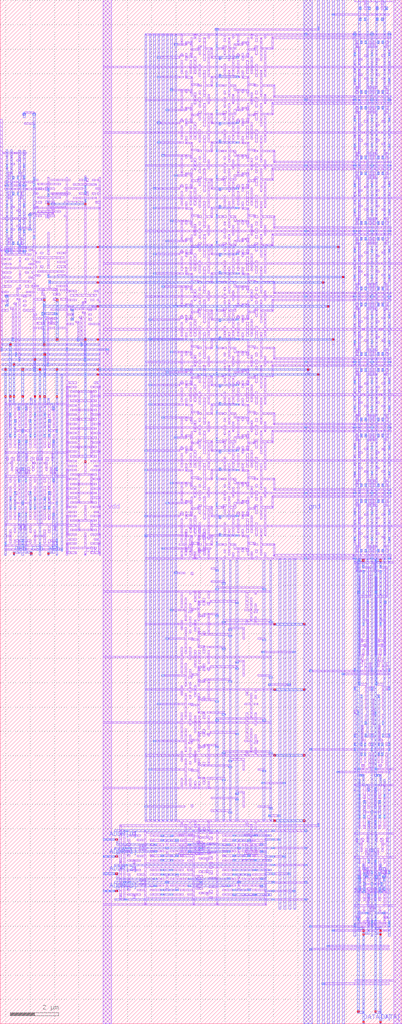
<source format=lef>
MACRO sram_2_16_1_freepdk45
    CLASS RING ;
    ORIGIN 4.22 0.0 ;
    FOREIGN  sram 0.0 0.0 ;
    SIZE 16.475 BY 42.02 ;
    SYMMETRY X Y R90 ;
    PIN vdd
        DIRECTION INOUT ;
        USE POWER ;
        SHAPE ABUTMENT ;
        PORT
        LAYER metal1 ;
        RECT  11.95 0.0 12.3 42.02 ;
        RECT  11.95 0.0 12.3 42.02 ;
        RECT  0.0 0.0 0.35 42.02 ;
        RECT  0.0 0.0 0.35 42.02 ;
        END
    END vdd
    PIN gnd
        DIRECTION INOUT ;
        USE GROUND ;
        SHAPE ABUTMENT ;
        PORT
        LAYER metal2 ;
        RECT  8.2525 0.0 8.6025 42.02 ;
        RECT  8.2525 0.0 8.6025 42.02 ;
        END
    END gnd
    PIN DATA[0]
        DIRECTION INOUT ;
        PORT
        LAYER metal2 ;
        RECT  10.6625 0.0 10.7325 0.14 ;
        RECT  10.6625 0.0 10.7325 0.14 ;
        RECT  10.6625 0.0 10.7325 0.135 ;
        END
    END DATA[0]
    PIN DATA[1]
        DIRECTION INOUT ;
        PORT
        LAYER metal2 ;
        RECT  11.3675 0.0 11.4375 0.14 ;
        RECT  11.3675 0.0 11.4375 0.14 ;
        RECT  11.3675 0.0 11.4375 0.135 ;
        END
    END DATA[1]
    PIN ADDR[0]
        DIRECTION INPUT ;
        PORT
        LAYER metal3 ;
        RECT  0.0 7.5325 0.48 7.6025 ;
        RECT  0.0 7.5325 0.48 7.6025 ;
        END
    END ADDR[0]
    PIN ADDR[1]
        DIRECTION INPUT ;
        PORT
        LAYER metal3 ;
        RECT  0.0 6.8275 0.48 6.8975 ;
        RECT  0.0 6.8275 0.48 6.8975 ;
        END
    END ADDR[1]
    PIN ADDR[2]
        DIRECTION INPUT ;
        PORT
        LAYER metal3 ;
        RECT  0.0 6.1225 0.48 6.1925 ;
        RECT  0.0 6.1225 0.48 6.1925 ;
        END
    END ADDR[2]
    PIN ADDR[3]
        DIRECTION INPUT ;
        PORT
        LAYER metal3 ;
        RECT  0.0 5.4175 0.48 5.4875 ;
        RECT  0.0 5.4175 0.48 5.4875 ;
        END
    END ADDR[3]
    PIN CSb
        DIRECTION INPUT ;
        PORT
        LAYER metal3 ;
        RECT  -2.9875 19.23 -2.9175 19.37 ;
        RECT  -2.9875 19.23 -2.9175 19.37 ;
        RECT  -2.9875 19.23 -2.9175 19.37 ;
        RECT  -2.9875 19.23 -2.9175 19.37 ;
        END
    END CSb
    PIN OEb
        DIRECTION INPUT ;
        PORT
        LAYER metal3 ;
        RECT  -3.6925 19.23 -3.6225 19.37 ;
        RECT  -3.6925 19.23 -3.6225 19.37 ;
        RECT  -3.6925 19.23 -3.6225 19.37 ;
        RECT  -3.6925 19.23 -3.6225 19.37 ;
        END
    END OEb
    PIN WEb
        DIRECTION INPUT ;
        PORT
        LAYER metal3 ;
        RECT  -2.2825 19.23 -2.2125 19.37 ;
        RECT  -2.2825 19.23 -2.2125 19.37 ;
        RECT  -2.2825 19.23 -2.2125 19.37 ;
        RECT  -2.2825 19.23 -2.2125 19.37 ;
        END
    END WEb
    PIN clk
        DIRECTION INPUT ;
        PORT
        LAYER metal1 ;
        RECT  -0.755 19.23 -0.69 19.295 ;
        RECT  -0.755 19.23 -0.69 19.295 ;
        RECT  -0.755 19.23 -0.69 19.265 ;
        END
    END clk
    OBS
        LAYER  metal1 ;
        RECT  -0.755 19.23 -0.69 19.295 ;
        RECT  11.95 0.0 12.3 42.02 ;
        RECT  0.0 0.0 0.35 42.02 ;
        RECT  0.1425 27.47 0.2075 27.675 ;
        RECT  11.95 0.0 12.3 42.02 ;
        RECT  0.0 0.0 0.35 42.02 ;
        RECT  4.435 19.64 4.5 19.705 ;
        RECT  4.435 20.0 4.5 20.065 ;
        RECT  4.1975 19.64 4.4675 19.705 ;
        RECT  4.435 19.6725 4.5 20.0325 ;
        RECT  4.4675 20.0 4.835 20.065 ;
        RECT  6.9975 19.64 7.0625 19.705 ;
        RECT  6.9975 19.1975 7.0625 19.2625 ;
        RECT  6.825 19.64 7.03 19.705 ;
        RECT  6.9975 19.23 7.0625 19.6725 ;
        RECT  7.03 19.1975 10.255 19.2625 ;
        RECT  4.435 21.165 4.5 21.23 ;
        RECT  4.435 20.805 4.5 20.87 ;
        RECT  4.1975 21.165 4.4675 21.23 ;
        RECT  4.435 20.8375 4.5 21.1975 ;
        RECT  4.4675 20.805 4.835 20.87 ;
        RECT  6.9325 21.165 6.9975 21.23 ;
        RECT  6.9325 21.6075 6.9975 21.6725 ;
        RECT  6.76 21.165 6.965 21.23 ;
        RECT  6.9325 21.1975 6.9975 21.64 ;
        RECT  6.965 21.6075 10.255 21.6725 ;
        RECT  4.435 22.33 4.5 22.395 ;
        RECT  4.435 22.69 4.5 22.755 ;
        RECT  4.1975 22.33 4.4675 22.395 ;
        RECT  4.435 22.3625 4.5 22.7225 ;
        RECT  4.4675 22.69 4.835 22.755 ;
        RECT  6.9975 22.33 7.0625 22.395 ;
        RECT  6.9975 21.8875 7.0625 21.9525 ;
        RECT  6.825 22.33 7.03 22.395 ;
        RECT  6.9975 21.92 7.0625 22.3625 ;
        RECT  7.03 21.8875 10.255 21.9525 ;
        RECT  4.435 23.855 4.5 23.92 ;
        RECT  4.435 23.495 4.5 23.56 ;
        RECT  4.1975 23.855 4.4675 23.92 ;
        RECT  4.435 23.5275 4.5 23.8875 ;
        RECT  4.4675 23.495 4.835 23.56 ;
        RECT  6.9325 23.855 6.9975 23.92 ;
        RECT  6.9325 24.2975 6.9975 24.3625 ;
        RECT  6.76 23.855 6.965 23.92 ;
        RECT  6.9325 23.8875 6.9975 24.33 ;
        RECT  6.965 24.2975 10.255 24.3625 ;
        RECT  4.435 25.02 4.5 25.085 ;
        RECT  4.435 25.38 4.5 25.445 ;
        RECT  4.1975 25.02 4.4675 25.085 ;
        RECT  4.435 25.0525 4.5 25.4125 ;
        RECT  4.4675 25.38 4.835 25.445 ;
        RECT  6.9975 25.02 7.0625 25.085 ;
        RECT  6.9975 24.5775 7.0625 24.6425 ;
        RECT  6.825 25.02 7.03 25.085 ;
        RECT  6.9975 24.61 7.0625 25.0525 ;
        RECT  7.03 24.5775 10.255 24.6425 ;
        RECT  4.435 26.545 4.5 26.61 ;
        RECT  4.435 26.185 4.5 26.25 ;
        RECT  4.1975 26.545 4.4675 26.61 ;
        RECT  4.435 26.2175 4.5 26.5775 ;
        RECT  4.4675 26.185 4.835 26.25 ;
        RECT  6.9325 26.545 6.9975 26.61 ;
        RECT  6.9325 26.9875 6.9975 27.0525 ;
        RECT  6.76 26.545 6.965 26.61 ;
        RECT  6.9325 26.5775 6.9975 27.02 ;
        RECT  6.965 26.9875 10.255 27.0525 ;
        RECT  4.435 27.71 4.5 27.775 ;
        RECT  4.435 28.07 4.5 28.135 ;
        RECT  4.1975 27.71 4.4675 27.775 ;
        RECT  4.435 27.7425 4.5 28.1025 ;
        RECT  4.4675 28.07 4.835 28.135 ;
        RECT  6.9975 27.71 7.0625 27.775 ;
        RECT  6.9975 27.2675 7.0625 27.3325 ;
        RECT  6.825 27.71 7.03 27.775 ;
        RECT  6.9975 27.3 7.0625 27.7425 ;
        RECT  7.03 27.2675 10.255 27.3325 ;
        RECT  4.435 29.235 4.5 29.3 ;
        RECT  4.435 28.875 4.5 28.94 ;
        RECT  4.1975 29.235 4.4675 29.3 ;
        RECT  4.435 28.9075 4.5 29.2675 ;
        RECT  4.4675 28.875 4.835 28.94 ;
        RECT  6.9325 29.235 6.9975 29.3 ;
        RECT  6.9325 29.6775 6.9975 29.7425 ;
        RECT  6.76 29.235 6.965 29.3 ;
        RECT  6.9325 29.2675 6.9975 29.71 ;
        RECT  6.965 29.6775 10.255 29.7425 ;
        RECT  4.435 30.4 4.5 30.465 ;
        RECT  4.435 30.76 4.5 30.825 ;
        RECT  4.1975 30.4 4.4675 30.465 ;
        RECT  4.435 30.4325 4.5 30.7925 ;
        RECT  4.4675 30.76 4.835 30.825 ;
        RECT  6.9975 30.4 7.0625 30.465 ;
        RECT  6.9975 29.9575 7.0625 30.0225 ;
        RECT  6.825 30.4 7.03 30.465 ;
        RECT  6.9975 29.99 7.0625 30.4325 ;
        RECT  7.03 29.9575 10.255 30.0225 ;
        RECT  4.435 31.925 4.5 31.99 ;
        RECT  4.435 31.565 4.5 31.63 ;
        RECT  4.1975 31.925 4.4675 31.99 ;
        RECT  4.435 31.5975 4.5 31.9575 ;
        RECT  4.4675 31.565 4.835 31.63 ;
        RECT  6.9325 31.925 6.9975 31.99 ;
        RECT  6.9325 32.3675 6.9975 32.4325 ;
        RECT  6.76 31.925 6.965 31.99 ;
        RECT  6.9325 31.9575 6.9975 32.4 ;
        RECT  6.965 32.3675 10.255 32.4325 ;
        RECT  4.435 33.09 4.5 33.155 ;
        RECT  4.435 33.45 4.5 33.515 ;
        RECT  4.1975 33.09 4.4675 33.155 ;
        RECT  4.435 33.1225 4.5 33.4825 ;
        RECT  4.4675 33.45 4.835 33.515 ;
        RECT  6.9975 33.09 7.0625 33.155 ;
        RECT  6.9975 32.6475 7.0625 32.7125 ;
        RECT  6.825 33.09 7.03 33.155 ;
        RECT  6.9975 32.68 7.0625 33.1225 ;
        RECT  7.03 32.6475 10.255 32.7125 ;
        RECT  4.435 34.615 4.5 34.68 ;
        RECT  4.435 34.255 4.5 34.32 ;
        RECT  4.1975 34.615 4.4675 34.68 ;
        RECT  4.435 34.2875 4.5 34.6475 ;
        RECT  4.4675 34.255 4.835 34.32 ;
        RECT  6.9325 34.615 6.9975 34.68 ;
        RECT  6.9325 35.0575 6.9975 35.1225 ;
        RECT  6.76 34.615 6.965 34.68 ;
        RECT  6.9325 34.6475 6.9975 35.09 ;
        RECT  6.965 35.0575 10.255 35.1225 ;
        RECT  4.435 35.78 4.5 35.845 ;
        RECT  4.435 36.14 4.5 36.205 ;
        RECT  4.1975 35.78 4.4675 35.845 ;
        RECT  4.435 35.8125 4.5 36.1725 ;
        RECT  4.4675 36.14 4.835 36.205 ;
        RECT  6.9975 35.78 7.0625 35.845 ;
        RECT  6.9975 35.3375 7.0625 35.4025 ;
        RECT  6.825 35.78 7.03 35.845 ;
        RECT  6.9975 35.37 7.0625 35.8125 ;
        RECT  7.03 35.3375 10.255 35.4025 ;
        RECT  4.435 37.305 4.5 37.37 ;
        RECT  4.435 36.945 4.5 37.01 ;
        RECT  4.1975 37.305 4.4675 37.37 ;
        RECT  4.435 36.9775 4.5 37.3375 ;
        RECT  4.4675 36.945 4.835 37.01 ;
        RECT  6.9325 37.305 6.9975 37.37 ;
        RECT  6.9325 37.7475 6.9975 37.8125 ;
        RECT  6.76 37.305 6.965 37.37 ;
        RECT  6.9325 37.3375 6.9975 37.78 ;
        RECT  6.965 37.7475 10.255 37.8125 ;
        RECT  4.435 38.47 4.5 38.535 ;
        RECT  4.435 38.83 4.5 38.895 ;
        RECT  4.1975 38.47 4.4675 38.535 ;
        RECT  4.435 38.5025 4.5 38.8625 ;
        RECT  4.4675 38.83 4.835 38.895 ;
        RECT  6.9975 38.47 7.0625 38.535 ;
        RECT  6.9975 38.0275 7.0625 38.0925 ;
        RECT  6.825 38.47 7.03 38.535 ;
        RECT  6.9975 38.06 7.0625 38.5025 ;
        RECT  7.03 38.0275 10.255 38.0925 ;
        RECT  4.435 39.995 4.5 40.06 ;
        RECT  4.435 39.635 4.5 39.7 ;
        RECT  4.1975 39.995 4.4675 40.06 ;
        RECT  4.435 39.6675 4.5 40.0275 ;
        RECT  4.4675 39.635 4.835 39.7 ;
        RECT  6.9325 39.995 6.9975 40.06 ;
        RECT  6.9325 40.4375 6.9975 40.5025 ;
        RECT  6.76 39.995 6.965 40.06 ;
        RECT  6.9325 40.0275 6.9975 40.47 ;
        RECT  6.965 40.4375 10.255 40.5025 ;
        RECT  4.89 19.0575 10.345 19.1225 ;
        RECT  4.89 21.7475 10.345 21.8125 ;
        RECT  4.89 24.4375 10.345 24.5025 ;
        RECT  4.89 27.1275 10.345 27.1925 ;
        RECT  4.89 29.8175 10.345 29.8825 ;
        RECT  4.89 32.5075 10.345 32.5725 ;
        RECT  4.89 35.1975 10.345 35.2625 ;
        RECT  4.89 37.8875 10.345 37.9525 ;
        RECT  4.89 40.5775 10.345 40.6425 ;
        RECT  0.0 20.4025 12.3 20.4675 ;
        RECT  0.0 23.0925 12.3 23.1575 ;
        RECT  0.0 25.7825 12.3 25.8475 ;
        RECT  0.0 28.4725 12.3 28.5375 ;
        RECT  0.0 31.1625 12.3 31.2275 ;
        RECT  0.0 33.8525 12.3 33.9175 ;
        RECT  0.0 36.5425 12.3 36.6075 ;
        RECT  0.0 39.2325 12.3 39.2975 ;
        RECT  6.92 8.5025 7.2975 8.5675 ;
        RECT  6.645 9.8475 7.5025 9.9125 ;
        RECT  6.92 13.8825 7.7075 13.9475 ;
        RECT  6.645 15.2275 7.9125 15.2925 ;
        RECT  6.92 8.2975 7.0575 8.3625 ;
        RECT  6.92 10.9875 7.0575 11.0525 ;
        RECT  6.92 10.9875 7.0575 11.0525 ;
        RECT  6.92 13.6775 7.0575 13.7425 ;
        RECT  6.92 13.6775 7.0575 13.7425 ;
        RECT  6.92 16.3675 7.0575 16.4325 ;
        RECT  6.92 16.3675 7.0575 16.4325 ;
        RECT  0.0 9.6425 6.92 9.7075 ;
        RECT  0.0 12.3325 6.92 12.3975 ;
        RECT  0.0 15.0225 6.92 15.0875 ;
        RECT  0.0 15.0225 6.92 15.0875 ;
        RECT  0.0 17.7125 6.92 17.7775 ;
        RECT  6.92 7.535 7.2975 7.6 ;
        RECT  6.92 6.83 7.5025 6.895 ;
        RECT  6.92 6.125 7.7075 6.19 ;
        RECT  6.92 5.42 7.9125 5.485 ;
        RECT  6.92 7.8875 8.3875 7.9525 ;
        RECT  6.92 7.1825 8.3875 7.2475 ;
        RECT  6.92 6.4775 8.3875 6.5425 ;
        RECT  6.92 7.1825 8.3875 7.2475 ;
        RECT  6.92 5.7725 8.3875 5.8375 ;
        RECT  6.92 5.0675 8.3875 5.1325 ;
        RECT  3.69 4.8625 3.755 4.9275 ;
        RECT  3.69 4.895 3.755 5.1 ;
        RECT  0.0 4.8625 3.7225 4.9275 ;
        RECT  6.65 4.8625 6.715 4.9275 ;
        RECT  6.65 4.895 6.715 5.1 ;
        RECT  0.0 4.8625 6.6825 4.9275 ;
        RECT  1.7 4.8625 1.765 4.9275 ;
        RECT  1.7 4.895 1.765 5.1 ;
        RECT  0.0 4.8625 1.7325 4.9275 ;
        RECT  4.66 4.8625 4.725 4.9275 ;
        RECT  4.66 4.895 4.725 5.1 ;
        RECT  0.0 4.8625 4.6925 4.9275 ;
        RECT  9.4575 3.795 10.345 3.86 ;
        RECT  9.0475 1.61 10.345 1.675 ;
        RECT  9.2525 3.1575 10.345 3.2225 ;
        RECT  9.4575 41.395 10.345 41.46 ;
        RECT  9.6625 10.2975 10.345 10.3625 ;
        RECT  9.8675 14.3225 10.345 14.3875 ;
        RECT  0.685 8.0925 0.75 8.1575 ;
        RECT  0.685 7.92 0.75 8.125 ;
        RECT  0.7175 8.0925 8.8725 8.1575 ;
        RECT  4.665 40.7825 8.8725 40.8475 ;
        RECT  10.345 41.955 11.95 42.02 ;
        RECT  10.345 18.895 11.95 18.96 ;
        RECT  10.345 10.4275 11.95 10.4925 ;
        RECT  10.345 6.8 11.95 6.865 ;
        RECT  10.345 9.76 11.95 9.825 ;
        RECT  10.345 4.81 11.95 4.875 ;
        RECT  10.345 7.77 11.95 7.835 ;
        RECT  10.345 1.74 11.95 1.805 ;
        RECT  8.6025 3.0275 10.345 3.0925 ;
        RECT  8.6025 14.4525 10.345 14.5175 ;
        RECT  8.6025 3.955 10.345 4.02 ;
        RECT  8.6025 11.23 10.345 11.295 ;
        RECT  10.255 19.0575 11.845 19.1225 ;
        RECT  10.255 20.4025 11.845 20.4675 ;
        RECT  10.255 19.1975 11.845 19.2625 ;
        RECT  10.255 21.7475 11.845 21.8125 ;
        RECT  10.255 21.6075 11.845 21.6725 ;
        RECT  10.255 21.7475 11.845 21.8125 ;
        RECT  10.255 23.0925 11.845 23.1575 ;
        RECT  10.255 21.8875 11.845 21.9525 ;
        RECT  10.255 24.4375 11.845 24.5025 ;
        RECT  10.255 24.2975 11.845 24.3625 ;
        RECT  10.255 24.4375 11.845 24.5025 ;
        RECT  10.255 25.7825 11.845 25.8475 ;
        RECT  10.255 24.5775 11.845 24.6425 ;
        RECT  10.255 27.1275 11.845 27.1925 ;
        RECT  10.255 26.9875 11.845 27.0525 ;
        RECT  10.255 27.1275 11.845 27.1925 ;
        RECT  10.255 28.4725 11.845 28.5375 ;
        RECT  10.255 27.2675 11.845 27.3325 ;
        RECT  10.255 29.8175 11.845 29.8825 ;
        RECT  10.255 29.6775 11.845 29.7425 ;
        RECT  10.255 29.8175 11.845 29.8825 ;
        RECT  10.255 31.1625 11.845 31.2275 ;
        RECT  10.255 29.9575 11.845 30.0225 ;
        RECT  10.255 32.5075 11.845 32.5725 ;
        RECT  10.255 32.3675 11.845 32.4325 ;
        RECT  10.255 32.5075 11.845 32.5725 ;
        RECT  10.255 33.8525 11.845 33.9175 ;
        RECT  10.255 32.6475 11.845 32.7125 ;
        RECT  10.255 35.1975 11.845 35.2625 ;
        RECT  10.255 35.0575 11.845 35.1225 ;
        RECT  10.255 35.1975 11.845 35.2625 ;
        RECT  10.255 36.5425 11.845 36.6075 ;
        RECT  10.255 35.3375 11.845 35.4025 ;
        RECT  10.255 37.8875 11.845 37.9525 ;
        RECT  10.255 37.7475 11.845 37.8125 ;
        RECT  10.255 37.8875 11.845 37.9525 ;
        RECT  10.255 39.2325 11.845 39.2975 ;
        RECT  10.255 38.0275 11.845 38.0925 ;
        RECT  10.255 40.5775 11.845 40.6425 ;
        RECT  10.255 40.4375 11.845 40.5025 ;
        RECT  11.015 20.2025 11.08 20.3375 ;
        RECT  10.83 20.2025 10.895 20.3375 ;
        RECT  10.315 20.2025 10.38 20.3375 ;
        RECT  10.5 20.2025 10.565 20.3375 ;
        RECT  10.83 19.7375 10.895 19.8725 ;
        RECT  11.015 19.7375 11.08 19.8725 ;
        RECT  10.5 19.7375 10.565 19.8725 ;
        RECT  10.315 19.7375 10.38 19.8725 ;
        RECT  10.935 19.3475 11.0 19.4825 ;
        RECT  10.75 19.3475 10.815 19.4825 ;
        RECT  10.58 19.3475 10.645 19.4825 ;
        RECT  10.395 19.3475 10.46 19.4825 ;
        RECT  11.0175 19.84 11.0825 19.975 ;
        RECT  11.0175 19.84 11.0825 19.975 ;
        RECT  11.0175 19.84 11.0825 19.975 ;
        RECT  11.0175 19.84 11.0825 19.975 ;
        RECT  11.0175 19.84 11.0825 19.975 ;
        RECT  11.0175 19.84 11.0825 19.975 ;
        RECT  10.625 20.4025 10.76 20.4675 ;
        RECT  10.2775 19.0575 10.4125 19.1225 ;
        RECT  10.9825 19.0575 11.1175 19.1225 ;
        RECT  10.6125 19.1975 10.7475 19.2625 ;
        RECT  11.0175 19.84 11.0825 19.975 ;
        RECT  11.0175 19.84 11.0825 19.975 ;
        RECT  11.0175 19.84 11.0825 19.975 ;
        RECT  11.0175 19.84 11.0825 19.975 ;
        RECT  10.5175 20.0875 10.6525 20.1525 ;
        RECT  10.5175 20.0875 10.6525 20.1525 ;
        RECT  10.7425 19.9375 10.8775 20.0025 ;
        RECT  10.7425 19.9375 10.8775 20.0025 ;
        RECT  11.0175 19.84 11.0825 19.975 ;
        RECT  11.0175 19.84 11.0825 19.975 ;
        RECT  11.0175 19.84 11.0825 19.975 ;
        RECT  11.0175 19.84 11.0825 19.975 ;
        RECT  10.5675 19.3475 10.6325 19.4825 ;
        RECT  10.3125 19.84 10.3775 19.975 ;
        RECT  10.3125 19.84 10.3775 19.975 ;
        RECT  10.3125 19.84 10.3775 19.975 ;
        RECT  10.3125 19.84 10.3775 19.975 ;
        RECT  10.3125 19.84 10.3775 19.975 ;
        RECT  10.3125 19.84 10.3775 19.975 ;
        RECT  11.0175 19.84 11.0825 19.975 ;
        RECT  11.0175 19.84 11.0825 19.975 ;
        RECT  11.0175 19.84 11.0825 19.975 ;
        RECT  11.0175 19.84 11.0825 19.975 ;
        RECT  10.7625 19.3475 10.8275 19.4825 ;
        RECT  10.63 19.0575 10.765 19.1225 ;
        RECT  10.63 19.0575 10.765 19.1225 ;
        RECT  10.9825 19.0575 11.1175 19.1225 ;
        RECT  10.625 20.4025 10.76 20.4675 ;
        RECT  10.9825 19.0575 11.1175 19.1225 ;
        RECT  10.9825 19.0575 11.1175 19.1225 ;
        RECT  11.0175 19.84 11.0825 19.975 ;
        RECT  11.0175 19.84 11.0825 19.975 ;
        RECT  11.0175 19.84 11.0825 19.975 ;
        RECT  11.0175 19.84 11.0825 19.975 ;
        RECT  11.0175 19.84 11.0825 19.975 ;
        RECT  11.0175 19.84 11.0825 19.975 ;
        RECT  10.2775 19.0575 10.4125 19.1225 ;
        RECT  10.6375 20.4025 10.7375 20.465 ;
        RECT  10.6375 20.405 10.7375 20.4675 ;
        RECT  10.965 19.2 11.0175 19.2625 ;
        RECT  10.6375 20.4025 10.7375 20.465 ;
        RECT  11.015 20.2025 11.085 20.4025 ;
        RECT  11.015 19.7375 11.085 19.8725 ;
        RECT  11.015 19.7375 11.085 19.8725 ;
        RECT  10.255 19.0575 11.14 19.1225 ;
        RECT  10.83 19.5725 11.005 19.6375 ;
        RECT  10.31 19.7375 10.38 19.8725 ;
        RECT  10.5 19.5725 10.565 20.3125 ;
        RECT  10.6375 20.405 10.7375 20.4675 ;
        RECT  10.26 19.2 10.3125 19.2625 ;
        RECT  11.015 19.7375 11.085 19.8725 ;
        RECT  10.255 20.4025 11.14 20.4675 ;
        RECT  10.83 19.5725 10.895 20.2025 ;
        RECT  11.015 19.7375 11.085 19.8725 ;
        RECT  11.015 19.7375 11.085 19.8725 ;
        RECT  10.395 19.3475 10.465 19.6375 ;
        RECT  10.31 19.7375 10.38 19.8725 ;
        RECT  10.255 19.1975 11.14 19.2625 ;
        RECT  11.015 19.7375 11.085 19.8725 ;
        RECT  11.015 20.2025 11.085 20.4025 ;
        RECT  10.31 20.2025 10.38 20.4025 ;
        RECT  10.935 19.3475 11.005 19.6375 ;
        RECT  10.395 19.5725 10.565 19.6375 ;
        RECT  11.015 20.5325 11.08 20.6675 ;
        RECT  10.83 20.5325 10.895 20.6675 ;
        RECT  10.315 20.5325 10.38 20.6675 ;
        RECT  10.5 20.5325 10.565 20.6675 ;
        RECT  10.83 20.9975 10.895 21.1325 ;
        RECT  11.015 20.9975 11.08 21.1325 ;
        RECT  10.5 20.9975 10.565 21.1325 ;
        RECT  10.315 20.9975 10.38 21.1325 ;
        RECT  10.935 21.3875 11.0 21.5225 ;
        RECT  10.75 21.3875 10.815 21.5225 ;
        RECT  10.58 21.3875 10.645 21.5225 ;
        RECT  10.395 21.3875 10.46 21.5225 ;
        RECT  11.0175 20.895 11.0825 21.03 ;
        RECT  11.0175 20.895 11.0825 21.03 ;
        RECT  11.0175 20.895 11.0825 21.03 ;
        RECT  11.0175 20.895 11.0825 21.03 ;
        RECT  11.0175 20.895 11.0825 21.03 ;
        RECT  11.0175 20.895 11.0825 21.03 ;
        RECT  10.625 20.4025 10.76 20.4675 ;
        RECT  10.2775 21.7475 10.4125 21.8125 ;
        RECT  10.9825 21.7475 11.1175 21.8125 ;
        RECT  10.6125 21.6075 10.7475 21.6725 ;
        RECT  11.0175 20.895 11.0825 21.03 ;
        RECT  11.0175 20.895 11.0825 21.03 ;
        RECT  11.0175 20.895 11.0825 21.03 ;
        RECT  11.0175 20.895 11.0825 21.03 ;
        RECT  10.5175 20.7175 10.6525 20.7825 ;
        RECT  10.5175 20.7175 10.6525 20.7825 ;
        RECT  10.7425 20.8675 10.8775 20.9325 ;
        RECT  10.7425 20.8675 10.8775 20.9325 ;
        RECT  11.0175 20.895 11.0825 21.03 ;
        RECT  11.0175 20.895 11.0825 21.03 ;
        RECT  11.0175 20.895 11.0825 21.03 ;
        RECT  11.0175 20.895 11.0825 21.03 ;
        RECT  10.5675 21.3875 10.6325 21.5225 ;
        RECT  10.3125 20.895 10.3775 21.03 ;
        RECT  10.3125 20.895 10.3775 21.03 ;
        RECT  10.3125 20.895 10.3775 21.03 ;
        RECT  10.3125 20.895 10.3775 21.03 ;
        RECT  10.3125 20.895 10.3775 21.03 ;
        RECT  10.3125 20.895 10.3775 21.03 ;
        RECT  11.0175 20.895 11.0825 21.03 ;
        RECT  11.0175 20.895 11.0825 21.03 ;
        RECT  11.0175 20.895 11.0825 21.03 ;
        RECT  11.0175 20.895 11.0825 21.03 ;
        RECT  10.7625 21.3875 10.8275 21.5225 ;
        RECT  10.63 21.7475 10.765 21.8125 ;
        RECT  10.63 21.7475 10.765 21.8125 ;
        RECT  10.9825 21.7475 11.1175 21.8125 ;
        RECT  10.625 20.4025 10.76 20.4675 ;
        RECT  10.9825 21.7475 11.1175 21.8125 ;
        RECT  10.9825 21.7475 11.1175 21.8125 ;
        RECT  11.0175 20.895 11.0825 21.03 ;
        RECT  11.0175 20.895 11.0825 21.03 ;
        RECT  11.0175 20.895 11.0825 21.03 ;
        RECT  11.0175 20.895 11.0825 21.03 ;
        RECT  11.0175 20.895 11.0825 21.03 ;
        RECT  11.0175 20.895 11.0825 21.03 ;
        RECT  10.2775 21.7475 10.4125 21.8125 ;
        RECT  10.6375 20.405 10.7375 20.4675 ;
        RECT  10.6375 20.4025 10.7375 20.465 ;
        RECT  10.965 21.6075 11.0175 21.67 ;
        RECT  10.6375 20.405 10.7375 20.4675 ;
        RECT  11.015 20.4675 11.085 20.6675 ;
        RECT  11.015 20.9975 11.085 21.1325 ;
        RECT  11.015 20.9975 11.085 21.1325 ;
        RECT  10.255 21.7475 11.14 21.8125 ;
        RECT  10.83 21.2325 11.005 21.2975 ;
        RECT  10.31 20.9975 10.38 21.1325 ;
        RECT  10.5 20.5575 10.565 21.2975 ;
        RECT  10.6375 20.4025 10.7375 20.465 ;
        RECT  10.26 21.6075 10.3125 21.67 ;
        RECT  11.015 20.9975 11.085 21.1325 ;
        RECT  10.255 20.4025 11.14 20.4675 ;
        RECT  10.83 20.6675 10.895 21.2975 ;
        RECT  11.015 20.9975 11.085 21.1325 ;
        RECT  11.015 20.9975 11.085 21.1325 ;
        RECT  10.395 21.2325 10.465 21.5225 ;
        RECT  10.31 20.9975 10.38 21.1325 ;
        RECT  10.255 21.6075 11.14 21.6725 ;
        RECT  11.015 20.9975 11.085 21.1325 ;
        RECT  11.015 20.4675 11.085 20.6675 ;
        RECT  10.31 20.4675 10.38 20.6675 ;
        RECT  10.935 21.2325 11.005 21.5225 ;
        RECT  10.395 21.2325 10.565 21.2975 ;
        RECT  11.015 22.8925 11.08 23.0275 ;
        RECT  10.83 22.8925 10.895 23.0275 ;
        RECT  10.315 22.8925 10.38 23.0275 ;
        RECT  10.5 22.8925 10.565 23.0275 ;
        RECT  10.83 22.4275 10.895 22.5625 ;
        RECT  11.015 22.4275 11.08 22.5625 ;
        RECT  10.5 22.4275 10.565 22.5625 ;
        RECT  10.315 22.4275 10.38 22.5625 ;
        RECT  10.935 22.0375 11.0 22.1725 ;
        RECT  10.75 22.0375 10.815 22.1725 ;
        RECT  10.58 22.0375 10.645 22.1725 ;
        RECT  10.395 22.0375 10.46 22.1725 ;
        RECT  11.0175 22.53 11.0825 22.665 ;
        RECT  11.0175 22.53 11.0825 22.665 ;
        RECT  11.0175 22.53 11.0825 22.665 ;
        RECT  11.0175 22.53 11.0825 22.665 ;
        RECT  11.0175 22.53 11.0825 22.665 ;
        RECT  11.0175 22.53 11.0825 22.665 ;
        RECT  10.625 23.0925 10.76 23.1575 ;
        RECT  10.2775 21.7475 10.4125 21.8125 ;
        RECT  10.9825 21.7475 11.1175 21.8125 ;
        RECT  10.6125 21.8875 10.7475 21.9525 ;
        RECT  11.0175 22.53 11.0825 22.665 ;
        RECT  11.0175 22.53 11.0825 22.665 ;
        RECT  11.0175 22.53 11.0825 22.665 ;
        RECT  11.0175 22.53 11.0825 22.665 ;
        RECT  10.5175 22.7775 10.6525 22.8425 ;
        RECT  10.5175 22.7775 10.6525 22.8425 ;
        RECT  10.7425 22.6275 10.8775 22.6925 ;
        RECT  10.7425 22.6275 10.8775 22.6925 ;
        RECT  11.0175 22.53 11.0825 22.665 ;
        RECT  11.0175 22.53 11.0825 22.665 ;
        RECT  11.0175 22.53 11.0825 22.665 ;
        RECT  11.0175 22.53 11.0825 22.665 ;
        RECT  10.5675 22.0375 10.6325 22.1725 ;
        RECT  10.3125 22.53 10.3775 22.665 ;
        RECT  10.3125 22.53 10.3775 22.665 ;
        RECT  10.3125 22.53 10.3775 22.665 ;
        RECT  10.3125 22.53 10.3775 22.665 ;
        RECT  10.3125 22.53 10.3775 22.665 ;
        RECT  10.3125 22.53 10.3775 22.665 ;
        RECT  11.0175 22.53 11.0825 22.665 ;
        RECT  11.0175 22.53 11.0825 22.665 ;
        RECT  11.0175 22.53 11.0825 22.665 ;
        RECT  11.0175 22.53 11.0825 22.665 ;
        RECT  10.7625 22.0375 10.8275 22.1725 ;
        RECT  10.63 21.7475 10.765 21.8125 ;
        RECT  10.63 21.7475 10.765 21.8125 ;
        RECT  10.9825 21.7475 11.1175 21.8125 ;
        RECT  10.625 23.0925 10.76 23.1575 ;
        RECT  10.9825 21.7475 11.1175 21.8125 ;
        RECT  10.9825 21.7475 11.1175 21.8125 ;
        RECT  11.0175 22.53 11.0825 22.665 ;
        RECT  11.0175 22.53 11.0825 22.665 ;
        RECT  11.0175 22.53 11.0825 22.665 ;
        RECT  11.0175 22.53 11.0825 22.665 ;
        RECT  11.0175 22.53 11.0825 22.665 ;
        RECT  11.0175 22.53 11.0825 22.665 ;
        RECT  10.2775 21.7475 10.4125 21.8125 ;
        RECT  10.6375 23.0925 10.7375 23.155 ;
        RECT  10.6375 23.095 10.7375 23.1575 ;
        RECT  10.965 21.89 11.0175 21.9525 ;
        RECT  10.6375 23.0925 10.7375 23.155 ;
        RECT  11.015 22.8925 11.085 23.0925 ;
        RECT  11.015 22.4275 11.085 22.5625 ;
        RECT  11.015 22.4275 11.085 22.5625 ;
        RECT  10.255 21.7475 11.14 21.8125 ;
        RECT  10.83 22.2625 11.005 22.3275 ;
        RECT  10.31 22.4275 10.38 22.5625 ;
        RECT  10.5 22.2625 10.565 23.0025 ;
        RECT  10.6375 23.095 10.7375 23.1575 ;
        RECT  10.26 21.89 10.3125 21.9525 ;
        RECT  11.015 22.4275 11.085 22.5625 ;
        RECT  10.255 23.0925 11.14 23.1575 ;
        RECT  10.83 22.2625 10.895 22.8925 ;
        RECT  11.015 22.4275 11.085 22.5625 ;
        RECT  11.015 22.4275 11.085 22.5625 ;
        RECT  10.395 22.0375 10.465 22.3275 ;
        RECT  10.31 22.4275 10.38 22.5625 ;
        RECT  10.255 21.8875 11.14 21.9525 ;
        RECT  11.015 22.4275 11.085 22.5625 ;
        RECT  11.015 22.8925 11.085 23.0925 ;
        RECT  10.31 22.8925 10.38 23.0925 ;
        RECT  10.935 22.0375 11.005 22.3275 ;
        RECT  10.395 22.2625 10.565 22.3275 ;
        RECT  11.015 23.2225 11.08 23.3575 ;
        RECT  10.83 23.2225 10.895 23.3575 ;
        RECT  10.315 23.2225 10.38 23.3575 ;
        RECT  10.5 23.2225 10.565 23.3575 ;
        RECT  10.83 23.6875 10.895 23.8225 ;
        RECT  11.015 23.6875 11.08 23.8225 ;
        RECT  10.5 23.6875 10.565 23.8225 ;
        RECT  10.315 23.6875 10.38 23.8225 ;
        RECT  10.935 24.0775 11.0 24.2125 ;
        RECT  10.75 24.0775 10.815 24.2125 ;
        RECT  10.58 24.0775 10.645 24.2125 ;
        RECT  10.395 24.0775 10.46 24.2125 ;
        RECT  11.0175 23.585 11.0825 23.72 ;
        RECT  11.0175 23.585 11.0825 23.72 ;
        RECT  11.0175 23.585 11.0825 23.72 ;
        RECT  11.0175 23.585 11.0825 23.72 ;
        RECT  11.0175 23.585 11.0825 23.72 ;
        RECT  11.0175 23.585 11.0825 23.72 ;
        RECT  10.625 23.0925 10.76 23.1575 ;
        RECT  10.2775 24.4375 10.4125 24.5025 ;
        RECT  10.9825 24.4375 11.1175 24.5025 ;
        RECT  10.6125 24.2975 10.7475 24.3625 ;
        RECT  11.0175 23.585 11.0825 23.72 ;
        RECT  11.0175 23.585 11.0825 23.72 ;
        RECT  11.0175 23.585 11.0825 23.72 ;
        RECT  11.0175 23.585 11.0825 23.72 ;
        RECT  10.5175 23.4075 10.6525 23.4725 ;
        RECT  10.5175 23.4075 10.6525 23.4725 ;
        RECT  10.7425 23.5575 10.8775 23.6225 ;
        RECT  10.7425 23.5575 10.8775 23.6225 ;
        RECT  11.0175 23.585 11.0825 23.72 ;
        RECT  11.0175 23.585 11.0825 23.72 ;
        RECT  11.0175 23.585 11.0825 23.72 ;
        RECT  11.0175 23.585 11.0825 23.72 ;
        RECT  10.5675 24.0775 10.6325 24.2125 ;
        RECT  10.3125 23.585 10.3775 23.72 ;
        RECT  10.3125 23.585 10.3775 23.72 ;
        RECT  10.3125 23.585 10.3775 23.72 ;
        RECT  10.3125 23.585 10.3775 23.72 ;
        RECT  10.3125 23.585 10.3775 23.72 ;
        RECT  10.3125 23.585 10.3775 23.72 ;
        RECT  11.0175 23.585 11.0825 23.72 ;
        RECT  11.0175 23.585 11.0825 23.72 ;
        RECT  11.0175 23.585 11.0825 23.72 ;
        RECT  11.0175 23.585 11.0825 23.72 ;
        RECT  10.7625 24.0775 10.8275 24.2125 ;
        RECT  10.63 24.4375 10.765 24.5025 ;
        RECT  10.63 24.4375 10.765 24.5025 ;
        RECT  10.9825 24.4375 11.1175 24.5025 ;
        RECT  10.625 23.0925 10.76 23.1575 ;
        RECT  10.9825 24.4375 11.1175 24.5025 ;
        RECT  10.9825 24.4375 11.1175 24.5025 ;
        RECT  11.0175 23.585 11.0825 23.72 ;
        RECT  11.0175 23.585 11.0825 23.72 ;
        RECT  11.0175 23.585 11.0825 23.72 ;
        RECT  11.0175 23.585 11.0825 23.72 ;
        RECT  11.0175 23.585 11.0825 23.72 ;
        RECT  11.0175 23.585 11.0825 23.72 ;
        RECT  10.2775 24.4375 10.4125 24.5025 ;
        RECT  10.6375 23.095 10.7375 23.1575 ;
        RECT  10.6375 23.0925 10.7375 23.155 ;
        RECT  10.965 24.2975 11.0175 24.36 ;
        RECT  10.6375 23.095 10.7375 23.1575 ;
        RECT  11.015 23.1575 11.085 23.3575 ;
        RECT  11.015 23.6875 11.085 23.8225 ;
        RECT  11.015 23.6875 11.085 23.8225 ;
        RECT  10.255 24.4375 11.14 24.5025 ;
        RECT  10.83 23.9225 11.005 23.9875 ;
        RECT  10.31 23.6875 10.38 23.8225 ;
        RECT  10.5 23.2475 10.565 23.9875 ;
        RECT  10.6375 23.0925 10.7375 23.155 ;
        RECT  10.26 24.2975 10.3125 24.36 ;
        RECT  11.015 23.6875 11.085 23.8225 ;
        RECT  10.255 23.0925 11.14 23.1575 ;
        RECT  10.83 23.3575 10.895 23.9875 ;
        RECT  11.015 23.6875 11.085 23.8225 ;
        RECT  11.015 23.6875 11.085 23.8225 ;
        RECT  10.395 23.9225 10.465 24.2125 ;
        RECT  10.31 23.6875 10.38 23.8225 ;
        RECT  10.255 24.2975 11.14 24.3625 ;
        RECT  11.015 23.6875 11.085 23.8225 ;
        RECT  11.015 23.1575 11.085 23.3575 ;
        RECT  10.31 23.1575 10.38 23.3575 ;
        RECT  10.935 23.9225 11.005 24.2125 ;
        RECT  10.395 23.9225 10.565 23.9875 ;
        RECT  11.015 25.5825 11.08 25.7175 ;
        RECT  10.83 25.5825 10.895 25.7175 ;
        RECT  10.315 25.5825 10.38 25.7175 ;
        RECT  10.5 25.5825 10.565 25.7175 ;
        RECT  10.83 25.1175 10.895 25.2525 ;
        RECT  11.015 25.1175 11.08 25.2525 ;
        RECT  10.5 25.1175 10.565 25.2525 ;
        RECT  10.315 25.1175 10.38 25.2525 ;
        RECT  10.935 24.7275 11.0 24.8625 ;
        RECT  10.75 24.7275 10.815 24.8625 ;
        RECT  10.58 24.7275 10.645 24.8625 ;
        RECT  10.395 24.7275 10.46 24.8625 ;
        RECT  11.0175 25.22 11.0825 25.355 ;
        RECT  11.0175 25.22 11.0825 25.355 ;
        RECT  11.0175 25.22 11.0825 25.355 ;
        RECT  11.0175 25.22 11.0825 25.355 ;
        RECT  11.0175 25.22 11.0825 25.355 ;
        RECT  11.0175 25.22 11.0825 25.355 ;
        RECT  10.625 25.7825 10.76 25.8475 ;
        RECT  10.2775 24.4375 10.4125 24.5025 ;
        RECT  10.9825 24.4375 11.1175 24.5025 ;
        RECT  10.6125 24.5775 10.7475 24.6425 ;
        RECT  11.0175 25.22 11.0825 25.355 ;
        RECT  11.0175 25.22 11.0825 25.355 ;
        RECT  11.0175 25.22 11.0825 25.355 ;
        RECT  11.0175 25.22 11.0825 25.355 ;
        RECT  10.5175 25.4675 10.6525 25.5325 ;
        RECT  10.5175 25.4675 10.6525 25.5325 ;
        RECT  10.7425 25.3175 10.8775 25.3825 ;
        RECT  10.7425 25.3175 10.8775 25.3825 ;
        RECT  11.0175 25.22 11.0825 25.355 ;
        RECT  11.0175 25.22 11.0825 25.355 ;
        RECT  11.0175 25.22 11.0825 25.355 ;
        RECT  11.0175 25.22 11.0825 25.355 ;
        RECT  10.5675 24.7275 10.6325 24.8625 ;
        RECT  10.3125 25.22 10.3775 25.355 ;
        RECT  10.3125 25.22 10.3775 25.355 ;
        RECT  10.3125 25.22 10.3775 25.355 ;
        RECT  10.3125 25.22 10.3775 25.355 ;
        RECT  10.3125 25.22 10.3775 25.355 ;
        RECT  10.3125 25.22 10.3775 25.355 ;
        RECT  11.0175 25.22 11.0825 25.355 ;
        RECT  11.0175 25.22 11.0825 25.355 ;
        RECT  11.0175 25.22 11.0825 25.355 ;
        RECT  11.0175 25.22 11.0825 25.355 ;
        RECT  10.7625 24.7275 10.8275 24.8625 ;
        RECT  10.63 24.4375 10.765 24.5025 ;
        RECT  10.63 24.4375 10.765 24.5025 ;
        RECT  10.9825 24.4375 11.1175 24.5025 ;
        RECT  10.625 25.7825 10.76 25.8475 ;
        RECT  10.9825 24.4375 11.1175 24.5025 ;
        RECT  10.9825 24.4375 11.1175 24.5025 ;
        RECT  11.0175 25.22 11.0825 25.355 ;
        RECT  11.0175 25.22 11.0825 25.355 ;
        RECT  11.0175 25.22 11.0825 25.355 ;
        RECT  11.0175 25.22 11.0825 25.355 ;
        RECT  11.0175 25.22 11.0825 25.355 ;
        RECT  11.0175 25.22 11.0825 25.355 ;
        RECT  10.2775 24.4375 10.4125 24.5025 ;
        RECT  10.6375 25.7825 10.7375 25.845 ;
        RECT  10.6375 25.785 10.7375 25.8475 ;
        RECT  10.965 24.58 11.0175 24.6425 ;
        RECT  10.6375 25.7825 10.7375 25.845 ;
        RECT  11.015 25.5825 11.085 25.7825 ;
        RECT  11.015 25.1175 11.085 25.2525 ;
        RECT  11.015 25.1175 11.085 25.2525 ;
        RECT  10.255 24.4375 11.14 24.5025 ;
        RECT  10.83 24.9525 11.005 25.0175 ;
        RECT  10.31 25.1175 10.38 25.2525 ;
        RECT  10.5 24.9525 10.565 25.6925 ;
        RECT  10.6375 25.785 10.7375 25.8475 ;
        RECT  10.26 24.58 10.3125 24.6425 ;
        RECT  11.015 25.1175 11.085 25.2525 ;
        RECT  10.255 25.7825 11.14 25.8475 ;
        RECT  10.83 24.9525 10.895 25.5825 ;
        RECT  11.015 25.1175 11.085 25.2525 ;
        RECT  11.015 25.1175 11.085 25.2525 ;
        RECT  10.395 24.7275 10.465 25.0175 ;
        RECT  10.31 25.1175 10.38 25.2525 ;
        RECT  10.255 24.5775 11.14 24.6425 ;
        RECT  11.015 25.1175 11.085 25.2525 ;
        RECT  11.015 25.5825 11.085 25.7825 ;
        RECT  10.31 25.5825 10.38 25.7825 ;
        RECT  10.935 24.7275 11.005 25.0175 ;
        RECT  10.395 24.9525 10.565 25.0175 ;
        RECT  11.015 25.9125 11.08 26.0475 ;
        RECT  10.83 25.9125 10.895 26.0475 ;
        RECT  10.315 25.9125 10.38 26.0475 ;
        RECT  10.5 25.9125 10.565 26.0475 ;
        RECT  10.83 26.3775 10.895 26.5125 ;
        RECT  11.015 26.3775 11.08 26.5125 ;
        RECT  10.5 26.3775 10.565 26.5125 ;
        RECT  10.315 26.3775 10.38 26.5125 ;
        RECT  10.935 26.7675 11.0 26.9025 ;
        RECT  10.75 26.7675 10.815 26.9025 ;
        RECT  10.58 26.7675 10.645 26.9025 ;
        RECT  10.395 26.7675 10.46 26.9025 ;
        RECT  11.0175 26.275 11.0825 26.41 ;
        RECT  11.0175 26.275 11.0825 26.41 ;
        RECT  11.0175 26.275 11.0825 26.41 ;
        RECT  11.0175 26.275 11.0825 26.41 ;
        RECT  11.0175 26.275 11.0825 26.41 ;
        RECT  11.0175 26.275 11.0825 26.41 ;
        RECT  10.625 25.7825 10.76 25.8475 ;
        RECT  10.2775 27.1275 10.4125 27.1925 ;
        RECT  10.9825 27.1275 11.1175 27.1925 ;
        RECT  10.6125 26.9875 10.7475 27.0525 ;
        RECT  11.0175 26.275 11.0825 26.41 ;
        RECT  11.0175 26.275 11.0825 26.41 ;
        RECT  11.0175 26.275 11.0825 26.41 ;
        RECT  11.0175 26.275 11.0825 26.41 ;
        RECT  10.5175 26.0975 10.6525 26.1625 ;
        RECT  10.5175 26.0975 10.6525 26.1625 ;
        RECT  10.7425 26.2475 10.8775 26.3125 ;
        RECT  10.7425 26.2475 10.8775 26.3125 ;
        RECT  11.0175 26.275 11.0825 26.41 ;
        RECT  11.0175 26.275 11.0825 26.41 ;
        RECT  11.0175 26.275 11.0825 26.41 ;
        RECT  11.0175 26.275 11.0825 26.41 ;
        RECT  10.5675 26.7675 10.6325 26.9025 ;
        RECT  10.3125 26.275 10.3775 26.41 ;
        RECT  10.3125 26.275 10.3775 26.41 ;
        RECT  10.3125 26.275 10.3775 26.41 ;
        RECT  10.3125 26.275 10.3775 26.41 ;
        RECT  10.3125 26.275 10.3775 26.41 ;
        RECT  10.3125 26.275 10.3775 26.41 ;
        RECT  11.0175 26.275 11.0825 26.41 ;
        RECT  11.0175 26.275 11.0825 26.41 ;
        RECT  11.0175 26.275 11.0825 26.41 ;
        RECT  11.0175 26.275 11.0825 26.41 ;
        RECT  10.7625 26.7675 10.8275 26.9025 ;
        RECT  10.63 27.1275 10.765 27.1925 ;
        RECT  10.63 27.1275 10.765 27.1925 ;
        RECT  10.9825 27.1275 11.1175 27.1925 ;
        RECT  10.625 25.7825 10.76 25.8475 ;
        RECT  10.9825 27.1275 11.1175 27.1925 ;
        RECT  10.9825 27.1275 11.1175 27.1925 ;
        RECT  11.0175 26.275 11.0825 26.41 ;
        RECT  11.0175 26.275 11.0825 26.41 ;
        RECT  11.0175 26.275 11.0825 26.41 ;
        RECT  11.0175 26.275 11.0825 26.41 ;
        RECT  11.0175 26.275 11.0825 26.41 ;
        RECT  11.0175 26.275 11.0825 26.41 ;
        RECT  10.2775 27.1275 10.4125 27.1925 ;
        RECT  10.6375 25.785 10.7375 25.8475 ;
        RECT  10.6375 25.7825 10.7375 25.845 ;
        RECT  10.965 26.9875 11.0175 27.05 ;
        RECT  10.6375 25.785 10.7375 25.8475 ;
        RECT  11.015 25.8475 11.085 26.0475 ;
        RECT  11.015 26.3775 11.085 26.5125 ;
        RECT  11.015 26.3775 11.085 26.5125 ;
        RECT  10.255 27.1275 11.14 27.1925 ;
        RECT  10.83 26.6125 11.005 26.6775 ;
        RECT  10.31 26.3775 10.38 26.5125 ;
        RECT  10.5 25.9375 10.565 26.6775 ;
        RECT  10.6375 25.7825 10.7375 25.845 ;
        RECT  10.26 26.9875 10.3125 27.05 ;
        RECT  11.015 26.3775 11.085 26.5125 ;
        RECT  10.255 25.7825 11.14 25.8475 ;
        RECT  10.83 26.0475 10.895 26.6775 ;
        RECT  11.015 26.3775 11.085 26.5125 ;
        RECT  11.015 26.3775 11.085 26.5125 ;
        RECT  10.395 26.6125 10.465 26.9025 ;
        RECT  10.31 26.3775 10.38 26.5125 ;
        RECT  10.255 26.9875 11.14 27.0525 ;
        RECT  11.015 26.3775 11.085 26.5125 ;
        RECT  11.015 25.8475 11.085 26.0475 ;
        RECT  10.31 25.8475 10.38 26.0475 ;
        RECT  10.935 26.6125 11.005 26.9025 ;
        RECT  10.395 26.6125 10.565 26.6775 ;
        RECT  11.015 28.2725 11.08 28.4075 ;
        RECT  10.83 28.2725 10.895 28.4075 ;
        RECT  10.315 28.2725 10.38 28.4075 ;
        RECT  10.5 28.2725 10.565 28.4075 ;
        RECT  10.83 27.8075 10.895 27.9425 ;
        RECT  11.015 27.8075 11.08 27.9425 ;
        RECT  10.5 27.8075 10.565 27.9425 ;
        RECT  10.315 27.8075 10.38 27.9425 ;
        RECT  10.935 27.4175 11.0 27.5525 ;
        RECT  10.75 27.4175 10.815 27.5525 ;
        RECT  10.58 27.4175 10.645 27.5525 ;
        RECT  10.395 27.4175 10.46 27.5525 ;
        RECT  11.0175 27.91 11.0825 28.045 ;
        RECT  11.0175 27.91 11.0825 28.045 ;
        RECT  11.0175 27.91 11.0825 28.045 ;
        RECT  11.0175 27.91 11.0825 28.045 ;
        RECT  11.0175 27.91 11.0825 28.045 ;
        RECT  11.0175 27.91 11.0825 28.045 ;
        RECT  10.625 28.4725 10.76 28.5375 ;
        RECT  10.2775 27.1275 10.4125 27.1925 ;
        RECT  10.9825 27.1275 11.1175 27.1925 ;
        RECT  10.6125 27.2675 10.7475 27.3325 ;
        RECT  11.0175 27.91 11.0825 28.045 ;
        RECT  11.0175 27.91 11.0825 28.045 ;
        RECT  11.0175 27.91 11.0825 28.045 ;
        RECT  11.0175 27.91 11.0825 28.045 ;
        RECT  10.5175 28.1575 10.6525 28.2225 ;
        RECT  10.5175 28.1575 10.6525 28.2225 ;
        RECT  10.7425 28.0075 10.8775 28.0725 ;
        RECT  10.7425 28.0075 10.8775 28.0725 ;
        RECT  11.0175 27.91 11.0825 28.045 ;
        RECT  11.0175 27.91 11.0825 28.045 ;
        RECT  11.0175 27.91 11.0825 28.045 ;
        RECT  11.0175 27.91 11.0825 28.045 ;
        RECT  10.5675 27.4175 10.6325 27.5525 ;
        RECT  10.3125 27.91 10.3775 28.045 ;
        RECT  10.3125 27.91 10.3775 28.045 ;
        RECT  10.3125 27.91 10.3775 28.045 ;
        RECT  10.3125 27.91 10.3775 28.045 ;
        RECT  10.3125 27.91 10.3775 28.045 ;
        RECT  10.3125 27.91 10.3775 28.045 ;
        RECT  11.0175 27.91 11.0825 28.045 ;
        RECT  11.0175 27.91 11.0825 28.045 ;
        RECT  11.0175 27.91 11.0825 28.045 ;
        RECT  11.0175 27.91 11.0825 28.045 ;
        RECT  10.7625 27.4175 10.8275 27.5525 ;
        RECT  10.63 27.1275 10.765 27.1925 ;
        RECT  10.63 27.1275 10.765 27.1925 ;
        RECT  10.9825 27.1275 11.1175 27.1925 ;
        RECT  10.625 28.4725 10.76 28.5375 ;
        RECT  10.9825 27.1275 11.1175 27.1925 ;
        RECT  10.9825 27.1275 11.1175 27.1925 ;
        RECT  11.0175 27.91 11.0825 28.045 ;
        RECT  11.0175 27.91 11.0825 28.045 ;
        RECT  11.0175 27.91 11.0825 28.045 ;
        RECT  11.0175 27.91 11.0825 28.045 ;
        RECT  11.0175 27.91 11.0825 28.045 ;
        RECT  11.0175 27.91 11.0825 28.045 ;
        RECT  10.2775 27.1275 10.4125 27.1925 ;
        RECT  10.6375 28.4725 10.7375 28.535 ;
        RECT  10.6375 28.475 10.7375 28.5375 ;
        RECT  10.965 27.27 11.0175 27.3325 ;
        RECT  10.6375 28.4725 10.7375 28.535 ;
        RECT  11.015 28.2725 11.085 28.4725 ;
        RECT  11.015 27.8075 11.085 27.9425 ;
        RECT  11.015 27.8075 11.085 27.9425 ;
        RECT  10.255 27.1275 11.14 27.1925 ;
        RECT  10.83 27.6425 11.005 27.7075 ;
        RECT  10.31 27.8075 10.38 27.9425 ;
        RECT  10.5 27.6425 10.565 28.3825 ;
        RECT  10.6375 28.475 10.7375 28.5375 ;
        RECT  10.26 27.27 10.3125 27.3325 ;
        RECT  11.015 27.8075 11.085 27.9425 ;
        RECT  10.255 28.4725 11.14 28.5375 ;
        RECT  10.83 27.6425 10.895 28.2725 ;
        RECT  11.015 27.8075 11.085 27.9425 ;
        RECT  11.015 27.8075 11.085 27.9425 ;
        RECT  10.395 27.4175 10.465 27.7075 ;
        RECT  10.31 27.8075 10.38 27.9425 ;
        RECT  10.255 27.2675 11.14 27.3325 ;
        RECT  11.015 27.8075 11.085 27.9425 ;
        RECT  11.015 28.2725 11.085 28.4725 ;
        RECT  10.31 28.2725 10.38 28.4725 ;
        RECT  10.935 27.4175 11.005 27.7075 ;
        RECT  10.395 27.6425 10.565 27.7075 ;
        RECT  11.015 28.6025 11.08 28.7375 ;
        RECT  10.83 28.6025 10.895 28.7375 ;
        RECT  10.315 28.6025 10.38 28.7375 ;
        RECT  10.5 28.6025 10.565 28.7375 ;
        RECT  10.83 29.0675 10.895 29.2025 ;
        RECT  11.015 29.0675 11.08 29.2025 ;
        RECT  10.5 29.0675 10.565 29.2025 ;
        RECT  10.315 29.0675 10.38 29.2025 ;
        RECT  10.935 29.4575 11.0 29.5925 ;
        RECT  10.75 29.4575 10.815 29.5925 ;
        RECT  10.58 29.4575 10.645 29.5925 ;
        RECT  10.395 29.4575 10.46 29.5925 ;
        RECT  11.0175 28.965 11.0825 29.1 ;
        RECT  11.0175 28.965 11.0825 29.1 ;
        RECT  11.0175 28.965 11.0825 29.1 ;
        RECT  11.0175 28.965 11.0825 29.1 ;
        RECT  11.0175 28.965 11.0825 29.1 ;
        RECT  11.0175 28.965 11.0825 29.1 ;
        RECT  10.625 28.4725 10.76 28.5375 ;
        RECT  10.2775 29.8175 10.4125 29.8825 ;
        RECT  10.9825 29.8175 11.1175 29.8825 ;
        RECT  10.6125 29.6775 10.7475 29.7425 ;
        RECT  11.0175 28.965 11.0825 29.1 ;
        RECT  11.0175 28.965 11.0825 29.1 ;
        RECT  11.0175 28.965 11.0825 29.1 ;
        RECT  11.0175 28.965 11.0825 29.1 ;
        RECT  10.5175 28.7875 10.6525 28.8525 ;
        RECT  10.5175 28.7875 10.6525 28.8525 ;
        RECT  10.7425 28.9375 10.8775 29.0025 ;
        RECT  10.7425 28.9375 10.8775 29.0025 ;
        RECT  11.0175 28.965 11.0825 29.1 ;
        RECT  11.0175 28.965 11.0825 29.1 ;
        RECT  11.0175 28.965 11.0825 29.1 ;
        RECT  11.0175 28.965 11.0825 29.1 ;
        RECT  10.5675 29.4575 10.6325 29.5925 ;
        RECT  10.3125 28.965 10.3775 29.1 ;
        RECT  10.3125 28.965 10.3775 29.1 ;
        RECT  10.3125 28.965 10.3775 29.1 ;
        RECT  10.3125 28.965 10.3775 29.1 ;
        RECT  10.3125 28.965 10.3775 29.1 ;
        RECT  10.3125 28.965 10.3775 29.1 ;
        RECT  11.0175 28.965 11.0825 29.1 ;
        RECT  11.0175 28.965 11.0825 29.1 ;
        RECT  11.0175 28.965 11.0825 29.1 ;
        RECT  11.0175 28.965 11.0825 29.1 ;
        RECT  10.7625 29.4575 10.8275 29.5925 ;
        RECT  10.63 29.8175 10.765 29.8825 ;
        RECT  10.63 29.8175 10.765 29.8825 ;
        RECT  10.9825 29.8175 11.1175 29.8825 ;
        RECT  10.625 28.4725 10.76 28.5375 ;
        RECT  10.9825 29.8175 11.1175 29.8825 ;
        RECT  10.9825 29.8175 11.1175 29.8825 ;
        RECT  11.0175 28.965 11.0825 29.1 ;
        RECT  11.0175 28.965 11.0825 29.1 ;
        RECT  11.0175 28.965 11.0825 29.1 ;
        RECT  11.0175 28.965 11.0825 29.1 ;
        RECT  11.0175 28.965 11.0825 29.1 ;
        RECT  11.0175 28.965 11.0825 29.1 ;
        RECT  10.2775 29.8175 10.4125 29.8825 ;
        RECT  10.6375 28.475 10.7375 28.5375 ;
        RECT  10.6375 28.4725 10.7375 28.535 ;
        RECT  10.965 29.6775 11.0175 29.74 ;
        RECT  10.6375 28.475 10.7375 28.5375 ;
        RECT  11.015 28.5375 11.085 28.7375 ;
        RECT  11.015 29.0675 11.085 29.2025 ;
        RECT  11.015 29.0675 11.085 29.2025 ;
        RECT  10.255 29.8175 11.14 29.8825 ;
        RECT  10.83 29.3025 11.005 29.3675 ;
        RECT  10.31 29.0675 10.38 29.2025 ;
        RECT  10.5 28.6275 10.565 29.3675 ;
        RECT  10.6375 28.4725 10.7375 28.535 ;
        RECT  10.26 29.6775 10.3125 29.74 ;
        RECT  11.015 29.0675 11.085 29.2025 ;
        RECT  10.255 28.4725 11.14 28.5375 ;
        RECT  10.83 28.7375 10.895 29.3675 ;
        RECT  11.015 29.0675 11.085 29.2025 ;
        RECT  11.015 29.0675 11.085 29.2025 ;
        RECT  10.395 29.3025 10.465 29.5925 ;
        RECT  10.31 29.0675 10.38 29.2025 ;
        RECT  10.255 29.6775 11.14 29.7425 ;
        RECT  11.015 29.0675 11.085 29.2025 ;
        RECT  11.015 28.5375 11.085 28.7375 ;
        RECT  10.31 28.5375 10.38 28.7375 ;
        RECT  10.935 29.3025 11.005 29.5925 ;
        RECT  10.395 29.3025 10.565 29.3675 ;
        RECT  11.015 30.9625 11.08 31.0975 ;
        RECT  10.83 30.9625 10.895 31.0975 ;
        RECT  10.315 30.9625 10.38 31.0975 ;
        RECT  10.5 30.9625 10.565 31.0975 ;
        RECT  10.83 30.4975 10.895 30.6325 ;
        RECT  11.015 30.4975 11.08 30.6325 ;
        RECT  10.5 30.4975 10.565 30.6325 ;
        RECT  10.315 30.4975 10.38 30.6325 ;
        RECT  10.935 30.1075 11.0 30.2425 ;
        RECT  10.75 30.1075 10.815 30.2425 ;
        RECT  10.58 30.1075 10.645 30.2425 ;
        RECT  10.395 30.1075 10.46 30.2425 ;
        RECT  11.0175 30.6 11.0825 30.735 ;
        RECT  11.0175 30.6 11.0825 30.735 ;
        RECT  11.0175 30.6 11.0825 30.735 ;
        RECT  11.0175 30.6 11.0825 30.735 ;
        RECT  11.0175 30.6 11.0825 30.735 ;
        RECT  11.0175 30.6 11.0825 30.735 ;
        RECT  10.625 31.1625 10.76 31.2275 ;
        RECT  10.2775 29.8175 10.4125 29.8825 ;
        RECT  10.9825 29.8175 11.1175 29.8825 ;
        RECT  10.6125 29.9575 10.7475 30.0225 ;
        RECT  11.0175 30.6 11.0825 30.735 ;
        RECT  11.0175 30.6 11.0825 30.735 ;
        RECT  11.0175 30.6 11.0825 30.735 ;
        RECT  11.0175 30.6 11.0825 30.735 ;
        RECT  10.5175 30.8475 10.6525 30.9125 ;
        RECT  10.5175 30.8475 10.6525 30.9125 ;
        RECT  10.7425 30.6975 10.8775 30.7625 ;
        RECT  10.7425 30.6975 10.8775 30.7625 ;
        RECT  11.0175 30.6 11.0825 30.735 ;
        RECT  11.0175 30.6 11.0825 30.735 ;
        RECT  11.0175 30.6 11.0825 30.735 ;
        RECT  11.0175 30.6 11.0825 30.735 ;
        RECT  10.5675 30.1075 10.6325 30.2425 ;
        RECT  10.3125 30.6 10.3775 30.735 ;
        RECT  10.3125 30.6 10.3775 30.735 ;
        RECT  10.3125 30.6 10.3775 30.735 ;
        RECT  10.3125 30.6 10.3775 30.735 ;
        RECT  10.3125 30.6 10.3775 30.735 ;
        RECT  10.3125 30.6 10.3775 30.735 ;
        RECT  11.0175 30.6 11.0825 30.735 ;
        RECT  11.0175 30.6 11.0825 30.735 ;
        RECT  11.0175 30.6 11.0825 30.735 ;
        RECT  11.0175 30.6 11.0825 30.735 ;
        RECT  10.7625 30.1075 10.8275 30.2425 ;
        RECT  10.63 29.8175 10.765 29.8825 ;
        RECT  10.63 29.8175 10.765 29.8825 ;
        RECT  10.9825 29.8175 11.1175 29.8825 ;
        RECT  10.625 31.1625 10.76 31.2275 ;
        RECT  10.9825 29.8175 11.1175 29.8825 ;
        RECT  10.9825 29.8175 11.1175 29.8825 ;
        RECT  11.0175 30.6 11.0825 30.735 ;
        RECT  11.0175 30.6 11.0825 30.735 ;
        RECT  11.0175 30.6 11.0825 30.735 ;
        RECT  11.0175 30.6 11.0825 30.735 ;
        RECT  11.0175 30.6 11.0825 30.735 ;
        RECT  11.0175 30.6 11.0825 30.735 ;
        RECT  10.2775 29.8175 10.4125 29.8825 ;
        RECT  10.6375 31.1625 10.7375 31.225 ;
        RECT  10.6375 31.165 10.7375 31.2275 ;
        RECT  10.965 29.96 11.0175 30.0225 ;
        RECT  10.6375 31.1625 10.7375 31.225 ;
        RECT  11.015 30.9625 11.085 31.1625 ;
        RECT  11.015 30.4975 11.085 30.6325 ;
        RECT  11.015 30.4975 11.085 30.6325 ;
        RECT  10.255 29.8175 11.14 29.8825 ;
        RECT  10.83 30.3325 11.005 30.3975 ;
        RECT  10.31 30.4975 10.38 30.6325 ;
        RECT  10.5 30.3325 10.565 31.0725 ;
        RECT  10.6375 31.165 10.7375 31.2275 ;
        RECT  10.26 29.96 10.3125 30.0225 ;
        RECT  11.015 30.4975 11.085 30.6325 ;
        RECT  10.255 31.1625 11.14 31.2275 ;
        RECT  10.83 30.3325 10.895 30.9625 ;
        RECT  11.015 30.4975 11.085 30.6325 ;
        RECT  11.015 30.4975 11.085 30.6325 ;
        RECT  10.395 30.1075 10.465 30.3975 ;
        RECT  10.31 30.4975 10.38 30.6325 ;
        RECT  10.255 29.9575 11.14 30.0225 ;
        RECT  11.015 30.4975 11.085 30.6325 ;
        RECT  11.015 30.9625 11.085 31.1625 ;
        RECT  10.31 30.9625 10.38 31.1625 ;
        RECT  10.935 30.1075 11.005 30.3975 ;
        RECT  10.395 30.3325 10.565 30.3975 ;
        RECT  11.015 31.2925 11.08 31.4275 ;
        RECT  10.83 31.2925 10.895 31.4275 ;
        RECT  10.315 31.2925 10.38 31.4275 ;
        RECT  10.5 31.2925 10.565 31.4275 ;
        RECT  10.83 31.7575 10.895 31.8925 ;
        RECT  11.015 31.7575 11.08 31.8925 ;
        RECT  10.5 31.7575 10.565 31.8925 ;
        RECT  10.315 31.7575 10.38 31.8925 ;
        RECT  10.935 32.1475 11.0 32.2825 ;
        RECT  10.75 32.1475 10.815 32.2825 ;
        RECT  10.58 32.1475 10.645 32.2825 ;
        RECT  10.395 32.1475 10.46 32.2825 ;
        RECT  11.0175 31.655 11.0825 31.79 ;
        RECT  11.0175 31.655 11.0825 31.79 ;
        RECT  11.0175 31.655 11.0825 31.79 ;
        RECT  11.0175 31.655 11.0825 31.79 ;
        RECT  11.0175 31.655 11.0825 31.79 ;
        RECT  11.0175 31.655 11.0825 31.79 ;
        RECT  10.625 31.1625 10.76 31.2275 ;
        RECT  10.2775 32.5075 10.4125 32.5725 ;
        RECT  10.9825 32.5075 11.1175 32.5725 ;
        RECT  10.6125 32.3675 10.7475 32.4325 ;
        RECT  11.0175 31.655 11.0825 31.79 ;
        RECT  11.0175 31.655 11.0825 31.79 ;
        RECT  11.0175 31.655 11.0825 31.79 ;
        RECT  11.0175 31.655 11.0825 31.79 ;
        RECT  10.5175 31.4775 10.6525 31.5425 ;
        RECT  10.5175 31.4775 10.6525 31.5425 ;
        RECT  10.7425 31.6275 10.8775 31.6925 ;
        RECT  10.7425 31.6275 10.8775 31.6925 ;
        RECT  11.0175 31.655 11.0825 31.79 ;
        RECT  11.0175 31.655 11.0825 31.79 ;
        RECT  11.0175 31.655 11.0825 31.79 ;
        RECT  11.0175 31.655 11.0825 31.79 ;
        RECT  10.5675 32.1475 10.6325 32.2825 ;
        RECT  10.3125 31.655 10.3775 31.79 ;
        RECT  10.3125 31.655 10.3775 31.79 ;
        RECT  10.3125 31.655 10.3775 31.79 ;
        RECT  10.3125 31.655 10.3775 31.79 ;
        RECT  10.3125 31.655 10.3775 31.79 ;
        RECT  10.3125 31.655 10.3775 31.79 ;
        RECT  11.0175 31.655 11.0825 31.79 ;
        RECT  11.0175 31.655 11.0825 31.79 ;
        RECT  11.0175 31.655 11.0825 31.79 ;
        RECT  11.0175 31.655 11.0825 31.79 ;
        RECT  10.7625 32.1475 10.8275 32.2825 ;
        RECT  10.63 32.5075 10.765 32.5725 ;
        RECT  10.63 32.5075 10.765 32.5725 ;
        RECT  10.9825 32.5075 11.1175 32.5725 ;
        RECT  10.625 31.1625 10.76 31.2275 ;
        RECT  10.9825 32.5075 11.1175 32.5725 ;
        RECT  10.9825 32.5075 11.1175 32.5725 ;
        RECT  11.0175 31.655 11.0825 31.79 ;
        RECT  11.0175 31.655 11.0825 31.79 ;
        RECT  11.0175 31.655 11.0825 31.79 ;
        RECT  11.0175 31.655 11.0825 31.79 ;
        RECT  11.0175 31.655 11.0825 31.79 ;
        RECT  11.0175 31.655 11.0825 31.79 ;
        RECT  10.2775 32.5075 10.4125 32.5725 ;
        RECT  10.6375 31.165 10.7375 31.2275 ;
        RECT  10.6375 31.1625 10.7375 31.225 ;
        RECT  10.965 32.3675 11.0175 32.43 ;
        RECT  10.6375 31.165 10.7375 31.2275 ;
        RECT  11.015 31.2275 11.085 31.4275 ;
        RECT  11.015 31.7575 11.085 31.8925 ;
        RECT  11.015 31.7575 11.085 31.8925 ;
        RECT  10.255 32.5075 11.14 32.5725 ;
        RECT  10.83 31.9925 11.005 32.0575 ;
        RECT  10.31 31.7575 10.38 31.8925 ;
        RECT  10.5 31.3175 10.565 32.0575 ;
        RECT  10.6375 31.1625 10.7375 31.225 ;
        RECT  10.26 32.3675 10.3125 32.43 ;
        RECT  11.015 31.7575 11.085 31.8925 ;
        RECT  10.255 31.1625 11.14 31.2275 ;
        RECT  10.83 31.4275 10.895 32.0575 ;
        RECT  11.015 31.7575 11.085 31.8925 ;
        RECT  11.015 31.7575 11.085 31.8925 ;
        RECT  10.395 31.9925 10.465 32.2825 ;
        RECT  10.31 31.7575 10.38 31.8925 ;
        RECT  10.255 32.3675 11.14 32.4325 ;
        RECT  11.015 31.7575 11.085 31.8925 ;
        RECT  11.015 31.2275 11.085 31.4275 ;
        RECT  10.31 31.2275 10.38 31.4275 ;
        RECT  10.935 31.9925 11.005 32.2825 ;
        RECT  10.395 31.9925 10.565 32.0575 ;
        RECT  11.015 33.6525 11.08 33.7875 ;
        RECT  10.83 33.6525 10.895 33.7875 ;
        RECT  10.315 33.6525 10.38 33.7875 ;
        RECT  10.5 33.6525 10.565 33.7875 ;
        RECT  10.83 33.1875 10.895 33.3225 ;
        RECT  11.015 33.1875 11.08 33.3225 ;
        RECT  10.5 33.1875 10.565 33.3225 ;
        RECT  10.315 33.1875 10.38 33.3225 ;
        RECT  10.935 32.7975 11.0 32.9325 ;
        RECT  10.75 32.7975 10.815 32.9325 ;
        RECT  10.58 32.7975 10.645 32.9325 ;
        RECT  10.395 32.7975 10.46 32.9325 ;
        RECT  11.0175 33.29 11.0825 33.425 ;
        RECT  11.0175 33.29 11.0825 33.425 ;
        RECT  11.0175 33.29 11.0825 33.425 ;
        RECT  11.0175 33.29 11.0825 33.425 ;
        RECT  11.0175 33.29 11.0825 33.425 ;
        RECT  11.0175 33.29 11.0825 33.425 ;
        RECT  10.625 33.8525 10.76 33.9175 ;
        RECT  10.2775 32.5075 10.4125 32.5725 ;
        RECT  10.9825 32.5075 11.1175 32.5725 ;
        RECT  10.6125 32.6475 10.7475 32.7125 ;
        RECT  11.0175 33.29 11.0825 33.425 ;
        RECT  11.0175 33.29 11.0825 33.425 ;
        RECT  11.0175 33.29 11.0825 33.425 ;
        RECT  11.0175 33.29 11.0825 33.425 ;
        RECT  10.5175 33.5375 10.6525 33.6025 ;
        RECT  10.5175 33.5375 10.6525 33.6025 ;
        RECT  10.7425 33.3875 10.8775 33.4525 ;
        RECT  10.7425 33.3875 10.8775 33.4525 ;
        RECT  11.0175 33.29 11.0825 33.425 ;
        RECT  11.0175 33.29 11.0825 33.425 ;
        RECT  11.0175 33.29 11.0825 33.425 ;
        RECT  11.0175 33.29 11.0825 33.425 ;
        RECT  10.5675 32.7975 10.6325 32.9325 ;
        RECT  10.3125 33.29 10.3775 33.425 ;
        RECT  10.3125 33.29 10.3775 33.425 ;
        RECT  10.3125 33.29 10.3775 33.425 ;
        RECT  10.3125 33.29 10.3775 33.425 ;
        RECT  10.3125 33.29 10.3775 33.425 ;
        RECT  10.3125 33.29 10.3775 33.425 ;
        RECT  11.0175 33.29 11.0825 33.425 ;
        RECT  11.0175 33.29 11.0825 33.425 ;
        RECT  11.0175 33.29 11.0825 33.425 ;
        RECT  11.0175 33.29 11.0825 33.425 ;
        RECT  10.7625 32.7975 10.8275 32.9325 ;
        RECT  10.63 32.5075 10.765 32.5725 ;
        RECT  10.63 32.5075 10.765 32.5725 ;
        RECT  10.9825 32.5075 11.1175 32.5725 ;
        RECT  10.625 33.8525 10.76 33.9175 ;
        RECT  10.9825 32.5075 11.1175 32.5725 ;
        RECT  10.9825 32.5075 11.1175 32.5725 ;
        RECT  11.0175 33.29 11.0825 33.425 ;
        RECT  11.0175 33.29 11.0825 33.425 ;
        RECT  11.0175 33.29 11.0825 33.425 ;
        RECT  11.0175 33.29 11.0825 33.425 ;
        RECT  11.0175 33.29 11.0825 33.425 ;
        RECT  11.0175 33.29 11.0825 33.425 ;
        RECT  10.2775 32.5075 10.4125 32.5725 ;
        RECT  10.6375 33.8525 10.7375 33.915 ;
        RECT  10.6375 33.855 10.7375 33.9175 ;
        RECT  10.965 32.65 11.0175 32.7125 ;
        RECT  10.6375 33.8525 10.7375 33.915 ;
        RECT  11.015 33.6525 11.085 33.8525 ;
        RECT  11.015 33.1875 11.085 33.3225 ;
        RECT  11.015 33.1875 11.085 33.3225 ;
        RECT  10.255 32.5075 11.14 32.5725 ;
        RECT  10.83 33.0225 11.005 33.0875 ;
        RECT  10.31 33.1875 10.38 33.3225 ;
        RECT  10.5 33.0225 10.565 33.7625 ;
        RECT  10.6375 33.855 10.7375 33.9175 ;
        RECT  10.26 32.65 10.3125 32.7125 ;
        RECT  11.015 33.1875 11.085 33.3225 ;
        RECT  10.255 33.8525 11.14 33.9175 ;
        RECT  10.83 33.0225 10.895 33.6525 ;
        RECT  11.015 33.1875 11.085 33.3225 ;
        RECT  11.015 33.1875 11.085 33.3225 ;
        RECT  10.395 32.7975 10.465 33.0875 ;
        RECT  10.31 33.1875 10.38 33.3225 ;
        RECT  10.255 32.6475 11.14 32.7125 ;
        RECT  11.015 33.1875 11.085 33.3225 ;
        RECT  11.015 33.6525 11.085 33.8525 ;
        RECT  10.31 33.6525 10.38 33.8525 ;
        RECT  10.935 32.7975 11.005 33.0875 ;
        RECT  10.395 33.0225 10.565 33.0875 ;
        RECT  11.015 33.9825 11.08 34.1175 ;
        RECT  10.83 33.9825 10.895 34.1175 ;
        RECT  10.315 33.9825 10.38 34.1175 ;
        RECT  10.5 33.9825 10.565 34.1175 ;
        RECT  10.83 34.4475 10.895 34.5825 ;
        RECT  11.015 34.4475 11.08 34.5825 ;
        RECT  10.5 34.4475 10.565 34.5825 ;
        RECT  10.315 34.4475 10.38 34.5825 ;
        RECT  10.935 34.8375 11.0 34.9725 ;
        RECT  10.75 34.8375 10.815 34.9725 ;
        RECT  10.58 34.8375 10.645 34.9725 ;
        RECT  10.395 34.8375 10.46 34.9725 ;
        RECT  11.0175 34.345 11.0825 34.48 ;
        RECT  11.0175 34.345 11.0825 34.48 ;
        RECT  11.0175 34.345 11.0825 34.48 ;
        RECT  11.0175 34.345 11.0825 34.48 ;
        RECT  11.0175 34.345 11.0825 34.48 ;
        RECT  11.0175 34.345 11.0825 34.48 ;
        RECT  10.625 33.8525 10.76 33.9175 ;
        RECT  10.2775 35.1975 10.4125 35.2625 ;
        RECT  10.9825 35.1975 11.1175 35.2625 ;
        RECT  10.6125 35.0575 10.7475 35.1225 ;
        RECT  11.0175 34.345 11.0825 34.48 ;
        RECT  11.0175 34.345 11.0825 34.48 ;
        RECT  11.0175 34.345 11.0825 34.48 ;
        RECT  11.0175 34.345 11.0825 34.48 ;
        RECT  10.5175 34.1675 10.6525 34.2325 ;
        RECT  10.5175 34.1675 10.6525 34.2325 ;
        RECT  10.7425 34.3175 10.8775 34.3825 ;
        RECT  10.7425 34.3175 10.8775 34.3825 ;
        RECT  11.0175 34.345 11.0825 34.48 ;
        RECT  11.0175 34.345 11.0825 34.48 ;
        RECT  11.0175 34.345 11.0825 34.48 ;
        RECT  11.0175 34.345 11.0825 34.48 ;
        RECT  10.5675 34.8375 10.6325 34.9725 ;
        RECT  10.3125 34.345 10.3775 34.48 ;
        RECT  10.3125 34.345 10.3775 34.48 ;
        RECT  10.3125 34.345 10.3775 34.48 ;
        RECT  10.3125 34.345 10.3775 34.48 ;
        RECT  10.3125 34.345 10.3775 34.48 ;
        RECT  10.3125 34.345 10.3775 34.48 ;
        RECT  11.0175 34.345 11.0825 34.48 ;
        RECT  11.0175 34.345 11.0825 34.48 ;
        RECT  11.0175 34.345 11.0825 34.48 ;
        RECT  11.0175 34.345 11.0825 34.48 ;
        RECT  10.7625 34.8375 10.8275 34.9725 ;
        RECT  10.63 35.1975 10.765 35.2625 ;
        RECT  10.63 35.1975 10.765 35.2625 ;
        RECT  10.9825 35.1975 11.1175 35.2625 ;
        RECT  10.625 33.8525 10.76 33.9175 ;
        RECT  10.9825 35.1975 11.1175 35.2625 ;
        RECT  10.9825 35.1975 11.1175 35.2625 ;
        RECT  11.0175 34.345 11.0825 34.48 ;
        RECT  11.0175 34.345 11.0825 34.48 ;
        RECT  11.0175 34.345 11.0825 34.48 ;
        RECT  11.0175 34.345 11.0825 34.48 ;
        RECT  11.0175 34.345 11.0825 34.48 ;
        RECT  11.0175 34.345 11.0825 34.48 ;
        RECT  10.2775 35.1975 10.4125 35.2625 ;
        RECT  10.6375 33.855 10.7375 33.9175 ;
        RECT  10.6375 33.8525 10.7375 33.915 ;
        RECT  10.965 35.0575 11.0175 35.12 ;
        RECT  10.6375 33.855 10.7375 33.9175 ;
        RECT  11.015 33.9175 11.085 34.1175 ;
        RECT  11.015 34.4475 11.085 34.5825 ;
        RECT  11.015 34.4475 11.085 34.5825 ;
        RECT  10.255 35.1975 11.14 35.2625 ;
        RECT  10.83 34.6825 11.005 34.7475 ;
        RECT  10.31 34.4475 10.38 34.5825 ;
        RECT  10.5 34.0075 10.565 34.7475 ;
        RECT  10.6375 33.8525 10.7375 33.915 ;
        RECT  10.26 35.0575 10.3125 35.12 ;
        RECT  11.015 34.4475 11.085 34.5825 ;
        RECT  10.255 33.8525 11.14 33.9175 ;
        RECT  10.83 34.1175 10.895 34.7475 ;
        RECT  11.015 34.4475 11.085 34.5825 ;
        RECT  11.015 34.4475 11.085 34.5825 ;
        RECT  10.395 34.6825 10.465 34.9725 ;
        RECT  10.31 34.4475 10.38 34.5825 ;
        RECT  10.255 35.0575 11.14 35.1225 ;
        RECT  11.015 34.4475 11.085 34.5825 ;
        RECT  11.015 33.9175 11.085 34.1175 ;
        RECT  10.31 33.9175 10.38 34.1175 ;
        RECT  10.935 34.6825 11.005 34.9725 ;
        RECT  10.395 34.6825 10.565 34.7475 ;
        RECT  11.015 36.3425 11.08 36.4775 ;
        RECT  10.83 36.3425 10.895 36.4775 ;
        RECT  10.315 36.3425 10.38 36.4775 ;
        RECT  10.5 36.3425 10.565 36.4775 ;
        RECT  10.83 35.8775 10.895 36.0125 ;
        RECT  11.015 35.8775 11.08 36.0125 ;
        RECT  10.5 35.8775 10.565 36.0125 ;
        RECT  10.315 35.8775 10.38 36.0125 ;
        RECT  10.935 35.4875 11.0 35.6225 ;
        RECT  10.75 35.4875 10.815 35.6225 ;
        RECT  10.58 35.4875 10.645 35.6225 ;
        RECT  10.395 35.4875 10.46 35.6225 ;
        RECT  11.0175 35.98 11.0825 36.115 ;
        RECT  11.0175 35.98 11.0825 36.115 ;
        RECT  11.0175 35.98 11.0825 36.115 ;
        RECT  11.0175 35.98 11.0825 36.115 ;
        RECT  11.0175 35.98 11.0825 36.115 ;
        RECT  11.0175 35.98 11.0825 36.115 ;
        RECT  10.625 36.5425 10.76 36.6075 ;
        RECT  10.2775 35.1975 10.4125 35.2625 ;
        RECT  10.9825 35.1975 11.1175 35.2625 ;
        RECT  10.6125 35.3375 10.7475 35.4025 ;
        RECT  11.0175 35.98 11.0825 36.115 ;
        RECT  11.0175 35.98 11.0825 36.115 ;
        RECT  11.0175 35.98 11.0825 36.115 ;
        RECT  11.0175 35.98 11.0825 36.115 ;
        RECT  10.5175 36.2275 10.6525 36.2925 ;
        RECT  10.5175 36.2275 10.6525 36.2925 ;
        RECT  10.7425 36.0775 10.8775 36.1425 ;
        RECT  10.7425 36.0775 10.8775 36.1425 ;
        RECT  11.0175 35.98 11.0825 36.115 ;
        RECT  11.0175 35.98 11.0825 36.115 ;
        RECT  11.0175 35.98 11.0825 36.115 ;
        RECT  11.0175 35.98 11.0825 36.115 ;
        RECT  10.5675 35.4875 10.6325 35.6225 ;
        RECT  10.3125 35.98 10.3775 36.115 ;
        RECT  10.3125 35.98 10.3775 36.115 ;
        RECT  10.3125 35.98 10.3775 36.115 ;
        RECT  10.3125 35.98 10.3775 36.115 ;
        RECT  10.3125 35.98 10.3775 36.115 ;
        RECT  10.3125 35.98 10.3775 36.115 ;
        RECT  11.0175 35.98 11.0825 36.115 ;
        RECT  11.0175 35.98 11.0825 36.115 ;
        RECT  11.0175 35.98 11.0825 36.115 ;
        RECT  11.0175 35.98 11.0825 36.115 ;
        RECT  10.7625 35.4875 10.8275 35.6225 ;
        RECT  10.63 35.1975 10.765 35.2625 ;
        RECT  10.63 35.1975 10.765 35.2625 ;
        RECT  10.9825 35.1975 11.1175 35.2625 ;
        RECT  10.625 36.5425 10.76 36.6075 ;
        RECT  10.9825 35.1975 11.1175 35.2625 ;
        RECT  10.9825 35.1975 11.1175 35.2625 ;
        RECT  11.0175 35.98 11.0825 36.115 ;
        RECT  11.0175 35.98 11.0825 36.115 ;
        RECT  11.0175 35.98 11.0825 36.115 ;
        RECT  11.0175 35.98 11.0825 36.115 ;
        RECT  11.0175 35.98 11.0825 36.115 ;
        RECT  11.0175 35.98 11.0825 36.115 ;
        RECT  10.2775 35.1975 10.4125 35.2625 ;
        RECT  10.6375 36.5425 10.7375 36.605 ;
        RECT  10.6375 36.545 10.7375 36.6075 ;
        RECT  10.965 35.34 11.0175 35.4025 ;
        RECT  10.6375 36.5425 10.7375 36.605 ;
        RECT  11.015 36.3425 11.085 36.5425 ;
        RECT  11.015 35.8775 11.085 36.0125 ;
        RECT  11.015 35.8775 11.085 36.0125 ;
        RECT  10.255 35.1975 11.14 35.2625 ;
        RECT  10.83 35.7125 11.005 35.7775 ;
        RECT  10.31 35.8775 10.38 36.0125 ;
        RECT  10.5 35.7125 10.565 36.4525 ;
        RECT  10.6375 36.545 10.7375 36.6075 ;
        RECT  10.26 35.34 10.3125 35.4025 ;
        RECT  11.015 35.8775 11.085 36.0125 ;
        RECT  10.255 36.5425 11.14 36.6075 ;
        RECT  10.83 35.7125 10.895 36.3425 ;
        RECT  11.015 35.8775 11.085 36.0125 ;
        RECT  11.015 35.8775 11.085 36.0125 ;
        RECT  10.395 35.4875 10.465 35.7775 ;
        RECT  10.31 35.8775 10.38 36.0125 ;
        RECT  10.255 35.3375 11.14 35.4025 ;
        RECT  11.015 35.8775 11.085 36.0125 ;
        RECT  11.015 36.3425 11.085 36.5425 ;
        RECT  10.31 36.3425 10.38 36.5425 ;
        RECT  10.935 35.4875 11.005 35.7775 ;
        RECT  10.395 35.7125 10.565 35.7775 ;
        RECT  11.015 36.6725 11.08 36.8075 ;
        RECT  10.83 36.6725 10.895 36.8075 ;
        RECT  10.315 36.6725 10.38 36.8075 ;
        RECT  10.5 36.6725 10.565 36.8075 ;
        RECT  10.83 37.1375 10.895 37.2725 ;
        RECT  11.015 37.1375 11.08 37.2725 ;
        RECT  10.5 37.1375 10.565 37.2725 ;
        RECT  10.315 37.1375 10.38 37.2725 ;
        RECT  10.935 37.5275 11.0 37.6625 ;
        RECT  10.75 37.5275 10.815 37.6625 ;
        RECT  10.58 37.5275 10.645 37.6625 ;
        RECT  10.395 37.5275 10.46 37.6625 ;
        RECT  11.0175 37.035 11.0825 37.17 ;
        RECT  11.0175 37.035 11.0825 37.17 ;
        RECT  11.0175 37.035 11.0825 37.17 ;
        RECT  11.0175 37.035 11.0825 37.17 ;
        RECT  11.0175 37.035 11.0825 37.17 ;
        RECT  11.0175 37.035 11.0825 37.17 ;
        RECT  10.625 36.5425 10.76 36.6075 ;
        RECT  10.2775 37.8875 10.4125 37.9525 ;
        RECT  10.9825 37.8875 11.1175 37.9525 ;
        RECT  10.6125 37.7475 10.7475 37.8125 ;
        RECT  11.0175 37.035 11.0825 37.17 ;
        RECT  11.0175 37.035 11.0825 37.17 ;
        RECT  11.0175 37.035 11.0825 37.17 ;
        RECT  11.0175 37.035 11.0825 37.17 ;
        RECT  10.5175 36.8575 10.6525 36.9225 ;
        RECT  10.5175 36.8575 10.6525 36.9225 ;
        RECT  10.7425 37.0075 10.8775 37.0725 ;
        RECT  10.7425 37.0075 10.8775 37.0725 ;
        RECT  11.0175 37.035 11.0825 37.17 ;
        RECT  11.0175 37.035 11.0825 37.17 ;
        RECT  11.0175 37.035 11.0825 37.17 ;
        RECT  11.0175 37.035 11.0825 37.17 ;
        RECT  10.5675 37.5275 10.6325 37.6625 ;
        RECT  10.3125 37.035 10.3775 37.17 ;
        RECT  10.3125 37.035 10.3775 37.17 ;
        RECT  10.3125 37.035 10.3775 37.17 ;
        RECT  10.3125 37.035 10.3775 37.17 ;
        RECT  10.3125 37.035 10.3775 37.17 ;
        RECT  10.3125 37.035 10.3775 37.17 ;
        RECT  11.0175 37.035 11.0825 37.17 ;
        RECT  11.0175 37.035 11.0825 37.17 ;
        RECT  11.0175 37.035 11.0825 37.17 ;
        RECT  11.0175 37.035 11.0825 37.17 ;
        RECT  10.7625 37.5275 10.8275 37.6625 ;
        RECT  10.63 37.8875 10.765 37.9525 ;
        RECT  10.63 37.8875 10.765 37.9525 ;
        RECT  10.9825 37.8875 11.1175 37.9525 ;
        RECT  10.625 36.5425 10.76 36.6075 ;
        RECT  10.9825 37.8875 11.1175 37.9525 ;
        RECT  10.9825 37.8875 11.1175 37.9525 ;
        RECT  11.0175 37.035 11.0825 37.17 ;
        RECT  11.0175 37.035 11.0825 37.17 ;
        RECT  11.0175 37.035 11.0825 37.17 ;
        RECT  11.0175 37.035 11.0825 37.17 ;
        RECT  11.0175 37.035 11.0825 37.17 ;
        RECT  11.0175 37.035 11.0825 37.17 ;
        RECT  10.2775 37.8875 10.4125 37.9525 ;
        RECT  10.6375 36.545 10.7375 36.6075 ;
        RECT  10.6375 36.5425 10.7375 36.605 ;
        RECT  10.965 37.7475 11.0175 37.81 ;
        RECT  10.6375 36.545 10.7375 36.6075 ;
        RECT  11.015 36.6075 11.085 36.8075 ;
        RECT  11.015 37.1375 11.085 37.2725 ;
        RECT  11.015 37.1375 11.085 37.2725 ;
        RECT  10.255 37.8875 11.14 37.9525 ;
        RECT  10.83 37.3725 11.005 37.4375 ;
        RECT  10.31 37.1375 10.38 37.2725 ;
        RECT  10.5 36.6975 10.565 37.4375 ;
        RECT  10.6375 36.5425 10.7375 36.605 ;
        RECT  10.26 37.7475 10.3125 37.81 ;
        RECT  11.015 37.1375 11.085 37.2725 ;
        RECT  10.255 36.5425 11.14 36.6075 ;
        RECT  10.83 36.8075 10.895 37.4375 ;
        RECT  11.015 37.1375 11.085 37.2725 ;
        RECT  11.015 37.1375 11.085 37.2725 ;
        RECT  10.395 37.3725 10.465 37.6625 ;
        RECT  10.31 37.1375 10.38 37.2725 ;
        RECT  10.255 37.7475 11.14 37.8125 ;
        RECT  11.015 37.1375 11.085 37.2725 ;
        RECT  11.015 36.6075 11.085 36.8075 ;
        RECT  10.31 36.6075 10.38 36.8075 ;
        RECT  10.935 37.3725 11.005 37.6625 ;
        RECT  10.395 37.3725 10.565 37.4375 ;
        RECT  11.015 39.0325 11.08 39.1675 ;
        RECT  10.83 39.0325 10.895 39.1675 ;
        RECT  10.315 39.0325 10.38 39.1675 ;
        RECT  10.5 39.0325 10.565 39.1675 ;
        RECT  10.83 38.5675 10.895 38.7025 ;
        RECT  11.015 38.5675 11.08 38.7025 ;
        RECT  10.5 38.5675 10.565 38.7025 ;
        RECT  10.315 38.5675 10.38 38.7025 ;
        RECT  10.935 38.1775 11.0 38.3125 ;
        RECT  10.75 38.1775 10.815 38.3125 ;
        RECT  10.58 38.1775 10.645 38.3125 ;
        RECT  10.395 38.1775 10.46 38.3125 ;
        RECT  11.0175 38.67 11.0825 38.805 ;
        RECT  11.0175 38.67 11.0825 38.805 ;
        RECT  11.0175 38.67 11.0825 38.805 ;
        RECT  11.0175 38.67 11.0825 38.805 ;
        RECT  11.0175 38.67 11.0825 38.805 ;
        RECT  11.0175 38.67 11.0825 38.805 ;
        RECT  10.625 39.2325 10.76 39.2975 ;
        RECT  10.2775 37.8875 10.4125 37.9525 ;
        RECT  10.9825 37.8875 11.1175 37.9525 ;
        RECT  10.6125 38.0275 10.7475 38.0925 ;
        RECT  11.0175 38.67 11.0825 38.805 ;
        RECT  11.0175 38.67 11.0825 38.805 ;
        RECT  11.0175 38.67 11.0825 38.805 ;
        RECT  11.0175 38.67 11.0825 38.805 ;
        RECT  10.5175 38.9175 10.6525 38.9825 ;
        RECT  10.5175 38.9175 10.6525 38.9825 ;
        RECT  10.7425 38.7675 10.8775 38.8325 ;
        RECT  10.7425 38.7675 10.8775 38.8325 ;
        RECT  11.0175 38.67 11.0825 38.805 ;
        RECT  11.0175 38.67 11.0825 38.805 ;
        RECT  11.0175 38.67 11.0825 38.805 ;
        RECT  11.0175 38.67 11.0825 38.805 ;
        RECT  10.5675 38.1775 10.6325 38.3125 ;
        RECT  10.3125 38.67 10.3775 38.805 ;
        RECT  10.3125 38.67 10.3775 38.805 ;
        RECT  10.3125 38.67 10.3775 38.805 ;
        RECT  10.3125 38.67 10.3775 38.805 ;
        RECT  10.3125 38.67 10.3775 38.805 ;
        RECT  10.3125 38.67 10.3775 38.805 ;
        RECT  11.0175 38.67 11.0825 38.805 ;
        RECT  11.0175 38.67 11.0825 38.805 ;
        RECT  11.0175 38.67 11.0825 38.805 ;
        RECT  11.0175 38.67 11.0825 38.805 ;
        RECT  10.7625 38.1775 10.8275 38.3125 ;
        RECT  10.63 37.8875 10.765 37.9525 ;
        RECT  10.63 37.8875 10.765 37.9525 ;
        RECT  10.9825 37.8875 11.1175 37.9525 ;
        RECT  10.625 39.2325 10.76 39.2975 ;
        RECT  10.9825 37.8875 11.1175 37.9525 ;
        RECT  10.9825 37.8875 11.1175 37.9525 ;
        RECT  11.0175 38.67 11.0825 38.805 ;
        RECT  11.0175 38.67 11.0825 38.805 ;
        RECT  11.0175 38.67 11.0825 38.805 ;
        RECT  11.0175 38.67 11.0825 38.805 ;
        RECT  11.0175 38.67 11.0825 38.805 ;
        RECT  11.0175 38.67 11.0825 38.805 ;
        RECT  10.2775 37.8875 10.4125 37.9525 ;
        RECT  10.6375 39.2325 10.7375 39.295 ;
        RECT  10.6375 39.235 10.7375 39.2975 ;
        RECT  10.965 38.03 11.0175 38.0925 ;
        RECT  10.6375 39.2325 10.7375 39.295 ;
        RECT  11.015 39.0325 11.085 39.2325 ;
        RECT  11.015 38.5675 11.085 38.7025 ;
        RECT  11.015 38.5675 11.085 38.7025 ;
        RECT  10.255 37.8875 11.14 37.9525 ;
        RECT  10.83 38.4025 11.005 38.4675 ;
        RECT  10.31 38.5675 10.38 38.7025 ;
        RECT  10.5 38.4025 10.565 39.1425 ;
        RECT  10.6375 39.235 10.7375 39.2975 ;
        RECT  10.26 38.03 10.3125 38.0925 ;
        RECT  11.015 38.5675 11.085 38.7025 ;
        RECT  10.255 39.2325 11.14 39.2975 ;
        RECT  10.83 38.4025 10.895 39.0325 ;
        RECT  11.015 38.5675 11.085 38.7025 ;
        RECT  11.015 38.5675 11.085 38.7025 ;
        RECT  10.395 38.1775 10.465 38.4675 ;
        RECT  10.31 38.5675 10.38 38.7025 ;
        RECT  10.255 38.0275 11.14 38.0925 ;
        RECT  11.015 38.5675 11.085 38.7025 ;
        RECT  11.015 39.0325 11.085 39.2325 ;
        RECT  10.31 39.0325 10.38 39.2325 ;
        RECT  10.935 38.1775 11.005 38.4675 ;
        RECT  10.395 38.4025 10.565 38.4675 ;
        RECT  11.015 39.3625 11.08 39.4975 ;
        RECT  10.83 39.3625 10.895 39.4975 ;
        RECT  10.315 39.3625 10.38 39.4975 ;
        RECT  10.5 39.3625 10.565 39.4975 ;
        RECT  10.83 39.8275 10.895 39.9625 ;
        RECT  11.015 39.8275 11.08 39.9625 ;
        RECT  10.5 39.8275 10.565 39.9625 ;
        RECT  10.315 39.8275 10.38 39.9625 ;
        RECT  10.935 40.2175 11.0 40.3525 ;
        RECT  10.75 40.2175 10.815 40.3525 ;
        RECT  10.58 40.2175 10.645 40.3525 ;
        RECT  10.395 40.2175 10.46 40.3525 ;
        RECT  11.0175 39.725 11.0825 39.86 ;
        RECT  11.0175 39.725 11.0825 39.86 ;
        RECT  11.0175 39.725 11.0825 39.86 ;
        RECT  11.0175 39.725 11.0825 39.86 ;
        RECT  11.0175 39.725 11.0825 39.86 ;
        RECT  11.0175 39.725 11.0825 39.86 ;
        RECT  10.625 39.2325 10.76 39.2975 ;
        RECT  10.2775 40.5775 10.4125 40.6425 ;
        RECT  10.9825 40.5775 11.1175 40.6425 ;
        RECT  10.6125 40.4375 10.7475 40.5025 ;
        RECT  11.0175 39.725 11.0825 39.86 ;
        RECT  11.0175 39.725 11.0825 39.86 ;
        RECT  11.0175 39.725 11.0825 39.86 ;
        RECT  11.0175 39.725 11.0825 39.86 ;
        RECT  10.5175 39.5475 10.6525 39.6125 ;
        RECT  10.5175 39.5475 10.6525 39.6125 ;
        RECT  10.7425 39.6975 10.8775 39.7625 ;
        RECT  10.7425 39.6975 10.8775 39.7625 ;
        RECT  11.0175 39.725 11.0825 39.86 ;
        RECT  11.0175 39.725 11.0825 39.86 ;
        RECT  11.0175 39.725 11.0825 39.86 ;
        RECT  11.0175 39.725 11.0825 39.86 ;
        RECT  10.5675 40.2175 10.6325 40.3525 ;
        RECT  10.3125 39.725 10.3775 39.86 ;
        RECT  10.3125 39.725 10.3775 39.86 ;
        RECT  10.3125 39.725 10.3775 39.86 ;
        RECT  10.3125 39.725 10.3775 39.86 ;
        RECT  10.3125 39.725 10.3775 39.86 ;
        RECT  10.3125 39.725 10.3775 39.86 ;
        RECT  11.0175 39.725 11.0825 39.86 ;
        RECT  11.0175 39.725 11.0825 39.86 ;
        RECT  11.0175 39.725 11.0825 39.86 ;
        RECT  11.0175 39.725 11.0825 39.86 ;
        RECT  10.7625 40.2175 10.8275 40.3525 ;
        RECT  10.63 40.5775 10.765 40.6425 ;
        RECT  10.63 40.5775 10.765 40.6425 ;
        RECT  10.9825 40.5775 11.1175 40.6425 ;
        RECT  10.625 39.2325 10.76 39.2975 ;
        RECT  10.9825 40.5775 11.1175 40.6425 ;
        RECT  10.9825 40.5775 11.1175 40.6425 ;
        RECT  11.0175 39.725 11.0825 39.86 ;
        RECT  11.0175 39.725 11.0825 39.86 ;
        RECT  11.0175 39.725 11.0825 39.86 ;
        RECT  11.0175 39.725 11.0825 39.86 ;
        RECT  11.0175 39.725 11.0825 39.86 ;
        RECT  11.0175 39.725 11.0825 39.86 ;
        RECT  10.2775 40.5775 10.4125 40.6425 ;
        RECT  10.6375 39.235 10.7375 39.2975 ;
        RECT  10.6375 39.2325 10.7375 39.295 ;
        RECT  10.965 40.4375 11.0175 40.5 ;
        RECT  10.6375 39.235 10.7375 39.2975 ;
        RECT  11.015 39.2975 11.085 39.4975 ;
        RECT  11.015 39.8275 11.085 39.9625 ;
        RECT  11.015 39.8275 11.085 39.9625 ;
        RECT  10.255 40.5775 11.14 40.6425 ;
        RECT  10.83 40.0625 11.005 40.1275 ;
        RECT  10.31 39.8275 10.38 39.9625 ;
        RECT  10.5 39.3875 10.565 40.1275 ;
        RECT  10.6375 39.2325 10.7375 39.295 ;
        RECT  10.26 40.4375 10.3125 40.5 ;
        RECT  11.015 39.8275 11.085 39.9625 ;
        RECT  10.255 39.2325 11.14 39.2975 ;
        RECT  10.83 39.4975 10.895 40.1275 ;
        RECT  11.015 39.8275 11.085 39.9625 ;
        RECT  11.015 39.8275 11.085 39.9625 ;
        RECT  10.395 40.0625 10.465 40.3525 ;
        RECT  10.31 39.8275 10.38 39.9625 ;
        RECT  10.255 40.4375 11.14 40.5025 ;
        RECT  11.015 39.8275 11.085 39.9625 ;
        RECT  11.015 39.2975 11.085 39.4975 ;
        RECT  10.31 39.2975 10.38 39.4975 ;
        RECT  10.935 40.0625 11.005 40.3525 ;
        RECT  10.395 40.0625 10.565 40.1275 ;
        RECT  11.72 20.2025 11.785 20.3375 ;
        RECT  11.535 20.2025 11.6 20.3375 ;
        RECT  11.02 20.2025 11.085 20.3375 ;
        RECT  11.205 20.2025 11.27 20.3375 ;
        RECT  11.535 19.7375 11.6 19.8725 ;
        RECT  11.72 19.7375 11.785 19.8725 ;
        RECT  11.205 19.7375 11.27 19.8725 ;
        RECT  11.02 19.7375 11.085 19.8725 ;
        RECT  11.64 19.3475 11.705 19.4825 ;
        RECT  11.455 19.3475 11.52 19.4825 ;
        RECT  11.285 19.3475 11.35 19.4825 ;
        RECT  11.1 19.3475 11.165 19.4825 ;
        RECT  11.7225 19.84 11.7875 19.975 ;
        RECT  11.7225 19.84 11.7875 19.975 ;
        RECT  11.7225 19.84 11.7875 19.975 ;
        RECT  11.7225 19.84 11.7875 19.975 ;
        RECT  11.7225 19.84 11.7875 19.975 ;
        RECT  11.7225 19.84 11.7875 19.975 ;
        RECT  11.33 20.4025 11.465 20.4675 ;
        RECT  10.9825 19.0575 11.1175 19.1225 ;
        RECT  11.6875 19.0575 11.8225 19.1225 ;
        RECT  11.3175 19.1975 11.4525 19.2625 ;
        RECT  11.7225 19.84 11.7875 19.975 ;
        RECT  11.7225 19.84 11.7875 19.975 ;
        RECT  11.7225 19.84 11.7875 19.975 ;
        RECT  11.7225 19.84 11.7875 19.975 ;
        RECT  11.2225 20.0875 11.3575 20.1525 ;
        RECT  11.2225 20.0875 11.3575 20.1525 ;
        RECT  11.4475 19.9375 11.5825 20.0025 ;
        RECT  11.4475 19.9375 11.5825 20.0025 ;
        RECT  11.7225 19.84 11.7875 19.975 ;
        RECT  11.7225 19.84 11.7875 19.975 ;
        RECT  11.7225 19.84 11.7875 19.975 ;
        RECT  11.7225 19.84 11.7875 19.975 ;
        RECT  11.2725 19.3475 11.3375 19.4825 ;
        RECT  11.0175 19.84 11.0825 19.975 ;
        RECT  11.0175 19.84 11.0825 19.975 ;
        RECT  11.0175 19.84 11.0825 19.975 ;
        RECT  11.0175 19.84 11.0825 19.975 ;
        RECT  11.0175 19.84 11.0825 19.975 ;
        RECT  11.0175 19.84 11.0825 19.975 ;
        RECT  11.7225 19.84 11.7875 19.975 ;
        RECT  11.7225 19.84 11.7875 19.975 ;
        RECT  11.7225 19.84 11.7875 19.975 ;
        RECT  11.7225 19.84 11.7875 19.975 ;
        RECT  11.4675 19.3475 11.5325 19.4825 ;
        RECT  11.335 19.0575 11.47 19.1225 ;
        RECT  11.335 19.0575 11.47 19.1225 ;
        RECT  11.6875 19.0575 11.8225 19.1225 ;
        RECT  11.33 20.4025 11.465 20.4675 ;
        RECT  11.6875 19.0575 11.8225 19.1225 ;
        RECT  11.6875 19.0575 11.8225 19.1225 ;
        RECT  11.7225 19.84 11.7875 19.975 ;
        RECT  11.7225 19.84 11.7875 19.975 ;
        RECT  11.7225 19.84 11.7875 19.975 ;
        RECT  11.7225 19.84 11.7875 19.975 ;
        RECT  11.7225 19.84 11.7875 19.975 ;
        RECT  11.7225 19.84 11.7875 19.975 ;
        RECT  10.9825 19.0575 11.1175 19.1225 ;
        RECT  11.3425 20.4025 11.4425 20.465 ;
        RECT  11.3425 20.405 11.4425 20.4675 ;
        RECT  11.67 19.2 11.7225 19.2625 ;
        RECT  11.3425 20.4025 11.4425 20.465 ;
        RECT  11.72 20.2025 11.79 20.4025 ;
        RECT  11.72 19.7375 11.79 19.8725 ;
        RECT  11.72 19.7375 11.79 19.8725 ;
        RECT  10.96 19.0575 11.845 19.1225 ;
        RECT  11.535 19.5725 11.71 19.6375 ;
        RECT  11.015 19.7375 11.085 19.8725 ;
        RECT  11.205 19.5725 11.27 20.3125 ;
        RECT  11.3425 20.405 11.4425 20.4675 ;
        RECT  10.965 19.2 11.0175 19.2625 ;
        RECT  11.72 19.7375 11.79 19.8725 ;
        RECT  10.96 20.4025 11.845 20.4675 ;
        RECT  11.535 19.5725 11.6 20.2025 ;
        RECT  11.72 19.7375 11.79 19.8725 ;
        RECT  11.72 19.7375 11.79 19.8725 ;
        RECT  11.1 19.3475 11.17 19.6375 ;
        RECT  11.015 19.7375 11.085 19.8725 ;
        RECT  10.96 19.1975 11.845 19.2625 ;
        RECT  11.72 19.7375 11.79 19.8725 ;
        RECT  11.72 20.2025 11.79 20.4025 ;
        RECT  11.015 20.2025 11.085 20.4025 ;
        RECT  11.64 19.3475 11.71 19.6375 ;
        RECT  11.1 19.5725 11.27 19.6375 ;
        RECT  11.72 20.5325 11.785 20.6675 ;
        RECT  11.535 20.5325 11.6 20.6675 ;
        RECT  11.02 20.5325 11.085 20.6675 ;
        RECT  11.205 20.5325 11.27 20.6675 ;
        RECT  11.535 20.9975 11.6 21.1325 ;
        RECT  11.72 20.9975 11.785 21.1325 ;
        RECT  11.205 20.9975 11.27 21.1325 ;
        RECT  11.02 20.9975 11.085 21.1325 ;
        RECT  11.64 21.3875 11.705 21.5225 ;
        RECT  11.455 21.3875 11.52 21.5225 ;
        RECT  11.285 21.3875 11.35 21.5225 ;
        RECT  11.1 21.3875 11.165 21.5225 ;
        RECT  11.7225 20.895 11.7875 21.03 ;
        RECT  11.7225 20.895 11.7875 21.03 ;
        RECT  11.7225 20.895 11.7875 21.03 ;
        RECT  11.7225 20.895 11.7875 21.03 ;
        RECT  11.7225 20.895 11.7875 21.03 ;
        RECT  11.7225 20.895 11.7875 21.03 ;
        RECT  11.33 20.4025 11.465 20.4675 ;
        RECT  10.9825 21.7475 11.1175 21.8125 ;
        RECT  11.6875 21.7475 11.8225 21.8125 ;
        RECT  11.3175 21.6075 11.4525 21.6725 ;
        RECT  11.7225 20.895 11.7875 21.03 ;
        RECT  11.7225 20.895 11.7875 21.03 ;
        RECT  11.7225 20.895 11.7875 21.03 ;
        RECT  11.7225 20.895 11.7875 21.03 ;
        RECT  11.2225 20.7175 11.3575 20.7825 ;
        RECT  11.2225 20.7175 11.3575 20.7825 ;
        RECT  11.4475 20.8675 11.5825 20.9325 ;
        RECT  11.4475 20.8675 11.5825 20.9325 ;
        RECT  11.7225 20.895 11.7875 21.03 ;
        RECT  11.7225 20.895 11.7875 21.03 ;
        RECT  11.7225 20.895 11.7875 21.03 ;
        RECT  11.7225 20.895 11.7875 21.03 ;
        RECT  11.2725 21.3875 11.3375 21.5225 ;
        RECT  11.0175 20.895 11.0825 21.03 ;
        RECT  11.0175 20.895 11.0825 21.03 ;
        RECT  11.0175 20.895 11.0825 21.03 ;
        RECT  11.0175 20.895 11.0825 21.03 ;
        RECT  11.0175 20.895 11.0825 21.03 ;
        RECT  11.0175 20.895 11.0825 21.03 ;
        RECT  11.7225 20.895 11.7875 21.03 ;
        RECT  11.7225 20.895 11.7875 21.03 ;
        RECT  11.7225 20.895 11.7875 21.03 ;
        RECT  11.7225 20.895 11.7875 21.03 ;
        RECT  11.4675 21.3875 11.5325 21.5225 ;
        RECT  11.335 21.7475 11.47 21.8125 ;
        RECT  11.335 21.7475 11.47 21.8125 ;
        RECT  11.6875 21.7475 11.8225 21.8125 ;
        RECT  11.33 20.4025 11.465 20.4675 ;
        RECT  11.6875 21.7475 11.8225 21.8125 ;
        RECT  11.6875 21.7475 11.8225 21.8125 ;
        RECT  11.7225 20.895 11.7875 21.03 ;
        RECT  11.7225 20.895 11.7875 21.03 ;
        RECT  11.7225 20.895 11.7875 21.03 ;
        RECT  11.7225 20.895 11.7875 21.03 ;
        RECT  11.7225 20.895 11.7875 21.03 ;
        RECT  11.7225 20.895 11.7875 21.03 ;
        RECT  10.9825 21.7475 11.1175 21.8125 ;
        RECT  11.3425 20.405 11.4425 20.4675 ;
        RECT  11.3425 20.4025 11.4425 20.465 ;
        RECT  11.67 21.6075 11.7225 21.67 ;
        RECT  11.3425 20.405 11.4425 20.4675 ;
        RECT  11.72 20.4675 11.79 20.6675 ;
        RECT  11.72 20.9975 11.79 21.1325 ;
        RECT  11.72 20.9975 11.79 21.1325 ;
        RECT  10.96 21.7475 11.845 21.8125 ;
        RECT  11.535 21.2325 11.71 21.2975 ;
        RECT  11.015 20.9975 11.085 21.1325 ;
        RECT  11.205 20.5575 11.27 21.2975 ;
        RECT  11.3425 20.4025 11.4425 20.465 ;
        RECT  10.965 21.6075 11.0175 21.67 ;
        RECT  11.72 20.9975 11.79 21.1325 ;
        RECT  10.96 20.4025 11.845 20.4675 ;
        RECT  11.535 20.6675 11.6 21.2975 ;
        RECT  11.72 20.9975 11.79 21.1325 ;
        RECT  11.72 20.9975 11.79 21.1325 ;
        RECT  11.1 21.2325 11.17 21.5225 ;
        RECT  11.015 20.9975 11.085 21.1325 ;
        RECT  10.96 21.6075 11.845 21.6725 ;
        RECT  11.72 20.9975 11.79 21.1325 ;
        RECT  11.72 20.4675 11.79 20.6675 ;
        RECT  11.015 20.4675 11.085 20.6675 ;
        RECT  11.64 21.2325 11.71 21.5225 ;
        RECT  11.1 21.2325 11.27 21.2975 ;
        RECT  11.72 22.8925 11.785 23.0275 ;
        RECT  11.535 22.8925 11.6 23.0275 ;
        RECT  11.02 22.8925 11.085 23.0275 ;
        RECT  11.205 22.8925 11.27 23.0275 ;
        RECT  11.535 22.4275 11.6 22.5625 ;
        RECT  11.72 22.4275 11.785 22.5625 ;
        RECT  11.205 22.4275 11.27 22.5625 ;
        RECT  11.02 22.4275 11.085 22.5625 ;
        RECT  11.64 22.0375 11.705 22.1725 ;
        RECT  11.455 22.0375 11.52 22.1725 ;
        RECT  11.285 22.0375 11.35 22.1725 ;
        RECT  11.1 22.0375 11.165 22.1725 ;
        RECT  11.7225 22.53 11.7875 22.665 ;
        RECT  11.7225 22.53 11.7875 22.665 ;
        RECT  11.7225 22.53 11.7875 22.665 ;
        RECT  11.7225 22.53 11.7875 22.665 ;
        RECT  11.7225 22.53 11.7875 22.665 ;
        RECT  11.7225 22.53 11.7875 22.665 ;
        RECT  11.33 23.0925 11.465 23.1575 ;
        RECT  10.9825 21.7475 11.1175 21.8125 ;
        RECT  11.6875 21.7475 11.8225 21.8125 ;
        RECT  11.3175 21.8875 11.4525 21.9525 ;
        RECT  11.7225 22.53 11.7875 22.665 ;
        RECT  11.7225 22.53 11.7875 22.665 ;
        RECT  11.7225 22.53 11.7875 22.665 ;
        RECT  11.7225 22.53 11.7875 22.665 ;
        RECT  11.2225 22.7775 11.3575 22.8425 ;
        RECT  11.2225 22.7775 11.3575 22.8425 ;
        RECT  11.4475 22.6275 11.5825 22.6925 ;
        RECT  11.4475 22.6275 11.5825 22.6925 ;
        RECT  11.7225 22.53 11.7875 22.665 ;
        RECT  11.7225 22.53 11.7875 22.665 ;
        RECT  11.7225 22.53 11.7875 22.665 ;
        RECT  11.7225 22.53 11.7875 22.665 ;
        RECT  11.2725 22.0375 11.3375 22.1725 ;
        RECT  11.0175 22.53 11.0825 22.665 ;
        RECT  11.0175 22.53 11.0825 22.665 ;
        RECT  11.0175 22.53 11.0825 22.665 ;
        RECT  11.0175 22.53 11.0825 22.665 ;
        RECT  11.0175 22.53 11.0825 22.665 ;
        RECT  11.0175 22.53 11.0825 22.665 ;
        RECT  11.7225 22.53 11.7875 22.665 ;
        RECT  11.7225 22.53 11.7875 22.665 ;
        RECT  11.7225 22.53 11.7875 22.665 ;
        RECT  11.7225 22.53 11.7875 22.665 ;
        RECT  11.4675 22.0375 11.5325 22.1725 ;
        RECT  11.335 21.7475 11.47 21.8125 ;
        RECT  11.335 21.7475 11.47 21.8125 ;
        RECT  11.6875 21.7475 11.8225 21.8125 ;
        RECT  11.33 23.0925 11.465 23.1575 ;
        RECT  11.6875 21.7475 11.8225 21.8125 ;
        RECT  11.6875 21.7475 11.8225 21.8125 ;
        RECT  11.7225 22.53 11.7875 22.665 ;
        RECT  11.7225 22.53 11.7875 22.665 ;
        RECT  11.7225 22.53 11.7875 22.665 ;
        RECT  11.7225 22.53 11.7875 22.665 ;
        RECT  11.7225 22.53 11.7875 22.665 ;
        RECT  11.7225 22.53 11.7875 22.665 ;
        RECT  10.9825 21.7475 11.1175 21.8125 ;
        RECT  11.3425 23.0925 11.4425 23.155 ;
        RECT  11.3425 23.095 11.4425 23.1575 ;
        RECT  11.67 21.89 11.7225 21.9525 ;
        RECT  11.3425 23.0925 11.4425 23.155 ;
        RECT  11.72 22.8925 11.79 23.0925 ;
        RECT  11.72 22.4275 11.79 22.5625 ;
        RECT  11.72 22.4275 11.79 22.5625 ;
        RECT  10.96 21.7475 11.845 21.8125 ;
        RECT  11.535 22.2625 11.71 22.3275 ;
        RECT  11.015 22.4275 11.085 22.5625 ;
        RECT  11.205 22.2625 11.27 23.0025 ;
        RECT  11.3425 23.095 11.4425 23.1575 ;
        RECT  10.965 21.89 11.0175 21.9525 ;
        RECT  11.72 22.4275 11.79 22.5625 ;
        RECT  10.96 23.0925 11.845 23.1575 ;
        RECT  11.535 22.2625 11.6 22.8925 ;
        RECT  11.72 22.4275 11.79 22.5625 ;
        RECT  11.72 22.4275 11.79 22.5625 ;
        RECT  11.1 22.0375 11.17 22.3275 ;
        RECT  11.015 22.4275 11.085 22.5625 ;
        RECT  10.96 21.8875 11.845 21.9525 ;
        RECT  11.72 22.4275 11.79 22.5625 ;
        RECT  11.72 22.8925 11.79 23.0925 ;
        RECT  11.015 22.8925 11.085 23.0925 ;
        RECT  11.64 22.0375 11.71 22.3275 ;
        RECT  11.1 22.2625 11.27 22.3275 ;
        RECT  11.72 23.2225 11.785 23.3575 ;
        RECT  11.535 23.2225 11.6 23.3575 ;
        RECT  11.02 23.2225 11.085 23.3575 ;
        RECT  11.205 23.2225 11.27 23.3575 ;
        RECT  11.535 23.6875 11.6 23.8225 ;
        RECT  11.72 23.6875 11.785 23.8225 ;
        RECT  11.205 23.6875 11.27 23.8225 ;
        RECT  11.02 23.6875 11.085 23.8225 ;
        RECT  11.64 24.0775 11.705 24.2125 ;
        RECT  11.455 24.0775 11.52 24.2125 ;
        RECT  11.285 24.0775 11.35 24.2125 ;
        RECT  11.1 24.0775 11.165 24.2125 ;
        RECT  11.7225 23.585 11.7875 23.72 ;
        RECT  11.7225 23.585 11.7875 23.72 ;
        RECT  11.7225 23.585 11.7875 23.72 ;
        RECT  11.7225 23.585 11.7875 23.72 ;
        RECT  11.7225 23.585 11.7875 23.72 ;
        RECT  11.7225 23.585 11.7875 23.72 ;
        RECT  11.33 23.0925 11.465 23.1575 ;
        RECT  10.9825 24.4375 11.1175 24.5025 ;
        RECT  11.6875 24.4375 11.8225 24.5025 ;
        RECT  11.3175 24.2975 11.4525 24.3625 ;
        RECT  11.7225 23.585 11.7875 23.72 ;
        RECT  11.7225 23.585 11.7875 23.72 ;
        RECT  11.7225 23.585 11.7875 23.72 ;
        RECT  11.7225 23.585 11.7875 23.72 ;
        RECT  11.2225 23.4075 11.3575 23.4725 ;
        RECT  11.2225 23.4075 11.3575 23.4725 ;
        RECT  11.4475 23.5575 11.5825 23.6225 ;
        RECT  11.4475 23.5575 11.5825 23.6225 ;
        RECT  11.7225 23.585 11.7875 23.72 ;
        RECT  11.7225 23.585 11.7875 23.72 ;
        RECT  11.7225 23.585 11.7875 23.72 ;
        RECT  11.7225 23.585 11.7875 23.72 ;
        RECT  11.2725 24.0775 11.3375 24.2125 ;
        RECT  11.0175 23.585 11.0825 23.72 ;
        RECT  11.0175 23.585 11.0825 23.72 ;
        RECT  11.0175 23.585 11.0825 23.72 ;
        RECT  11.0175 23.585 11.0825 23.72 ;
        RECT  11.0175 23.585 11.0825 23.72 ;
        RECT  11.0175 23.585 11.0825 23.72 ;
        RECT  11.7225 23.585 11.7875 23.72 ;
        RECT  11.7225 23.585 11.7875 23.72 ;
        RECT  11.7225 23.585 11.7875 23.72 ;
        RECT  11.7225 23.585 11.7875 23.72 ;
        RECT  11.4675 24.0775 11.5325 24.2125 ;
        RECT  11.335 24.4375 11.47 24.5025 ;
        RECT  11.335 24.4375 11.47 24.5025 ;
        RECT  11.6875 24.4375 11.8225 24.5025 ;
        RECT  11.33 23.0925 11.465 23.1575 ;
        RECT  11.6875 24.4375 11.8225 24.5025 ;
        RECT  11.6875 24.4375 11.8225 24.5025 ;
        RECT  11.7225 23.585 11.7875 23.72 ;
        RECT  11.7225 23.585 11.7875 23.72 ;
        RECT  11.7225 23.585 11.7875 23.72 ;
        RECT  11.7225 23.585 11.7875 23.72 ;
        RECT  11.7225 23.585 11.7875 23.72 ;
        RECT  11.7225 23.585 11.7875 23.72 ;
        RECT  10.9825 24.4375 11.1175 24.5025 ;
        RECT  11.3425 23.095 11.4425 23.1575 ;
        RECT  11.3425 23.0925 11.4425 23.155 ;
        RECT  11.67 24.2975 11.7225 24.36 ;
        RECT  11.3425 23.095 11.4425 23.1575 ;
        RECT  11.72 23.1575 11.79 23.3575 ;
        RECT  11.72 23.6875 11.79 23.8225 ;
        RECT  11.72 23.6875 11.79 23.8225 ;
        RECT  10.96 24.4375 11.845 24.5025 ;
        RECT  11.535 23.9225 11.71 23.9875 ;
        RECT  11.015 23.6875 11.085 23.8225 ;
        RECT  11.205 23.2475 11.27 23.9875 ;
        RECT  11.3425 23.0925 11.4425 23.155 ;
        RECT  10.965 24.2975 11.0175 24.36 ;
        RECT  11.72 23.6875 11.79 23.8225 ;
        RECT  10.96 23.0925 11.845 23.1575 ;
        RECT  11.535 23.3575 11.6 23.9875 ;
        RECT  11.72 23.6875 11.79 23.8225 ;
        RECT  11.72 23.6875 11.79 23.8225 ;
        RECT  11.1 23.9225 11.17 24.2125 ;
        RECT  11.015 23.6875 11.085 23.8225 ;
        RECT  10.96 24.2975 11.845 24.3625 ;
        RECT  11.72 23.6875 11.79 23.8225 ;
        RECT  11.72 23.1575 11.79 23.3575 ;
        RECT  11.015 23.1575 11.085 23.3575 ;
        RECT  11.64 23.9225 11.71 24.2125 ;
        RECT  11.1 23.9225 11.27 23.9875 ;
        RECT  11.72 25.5825 11.785 25.7175 ;
        RECT  11.535 25.5825 11.6 25.7175 ;
        RECT  11.02 25.5825 11.085 25.7175 ;
        RECT  11.205 25.5825 11.27 25.7175 ;
        RECT  11.535 25.1175 11.6 25.2525 ;
        RECT  11.72 25.1175 11.785 25.2525 ;
        RECT  11.205 25.1175 11.27 25.2525 ;
        RECT  11.02 25.1175 11.085 25.2525 ;
        RECT  11.64 24.7275 11.705 24.8625 ;
        RECT  11.455 24.7275 11.52 24.8625 ;
        RECT  11.285 24.7275 11.35 24.8625 ;
        RECT  11.1 24.7275 11.165 24.8625 ;
        RECT  11.7225 25.22 11.7875 25.355 ;
        RECT  11.7225 25.22 11.7875 25.355 ;
        RECT  11.7225 25.22 11.7875 25.355 ;
        RECT  11.7225 25.22 11.7875 25.355 ;
        RECT  11.7225 25.22 11.7875 25.355 ;
        RECT  11.7225 25.22 11.7875 25.355 ;
        RECT  11.33 25.7825 11.465 25.8475 ;
        RECT  10.9825 24.4375 11.1175 24.5025 ;
        RECT  11.6875 24.4375 11.8225 24.5025 ;
        RECT  11.3175 24.5775 11.4525 24.6425 ;
        RECT  11.7225 25.22 11.7875 25.355 ;
        RECT  11.7225 25.22 11.7875 25.355 ;
        RECT  11.7225 25.22 11.7875 25.355 ;
        RECT  11.7225 25.22 11.7875 25.355 ;
        RECT  11.2225 25.4675 11.3575 25.5325 ;
        RECT  11.2225 25.4675 11.3575 25.5325 ;
        RECT  11.4475 25.3175 11.5825 25.3825 ;
        RECT  11.4475 25.3175 11.5825 25.3825 ;
        RECT  11.7225 25.22 11.7875 25.355 ;
        RECT  11.7225 25.22 11.7875 25.355 ;
        RECT  11.7225 25.22 11.7875 25.355 ;
        RECT  11.7225 25.22 11.7875 25.355 ;
        RECT  11.2725 24.7275 11.3375 24.8625 ;
        RECT  11.0175 25.22 11.0825 25.355 ;
        RECT  11.0175 25.22 11.0825 25.355 ;
        RECT  11.0175 25.22 11.0825 25.355 ;
        RECT  11.0175 25.22 11.0825 25.355 ;
        RECT  11.0175 25.22 11.0825 25.355 ;
        RECT  11.0175 25.22 11.0825 25.355 ;
        RECT  11.7225 25.22 11.7875 25.355 ;
        RECT  11.7225 25.22 11.7875 25.355 ;
        RECT  11.7225 25.22 11.7875 25.355 ;
        RECT  11.7225 25.22 11.7875 25.355 ;
        RECT  11.4675 24.7275 11.5325 24.8625 ;
        RECT  11.335 24.4375 11.47 24.5025 ;
        RECT  11.335 24.4375 11.47 24.5025 ;
        RECT  11.6875 24.4375 11.8225 24.5025 ;
        RECT  11.33 25.7825 11.465 25.8475 ;
        RECT  11.6875 24.4375 11.8225 24.5025 ;
        RECT  11.6875 24.4375 11.8225 24.5025 ;
        RECT  11.7225 25.22 11.7875 25.355 ;
        RECT  11.7225 25.22 11.7875 25.355 ;
        RECT  11.7225 25.22 11.7875 25.355 ;
        RECT  11.7225 25.22 11.7875 25.355 ;
        RECT  11.7225 25.22 11.7875 25.355 ;
        RECT  11.7225 25.22 11.7875 25.355 ;
        RECT  10.9825 24.4375 11.1175 24.5025 ;
        RECT  11.3425 25.7825 11.4425 25.845 ;
        RECT  11.3425 25.785 11.4425 25.8475 ;
        RECT  11.67 24.58 11.7225 24.6425 ;
        RECT  11.3425 25.7825 11.4425 25.845 ;
        RECT  11.72 25.5825 11.79 25.7825 ;
        RECT  11.72 25.1175 11.79 25.2525 ;
        RECT  11.72 25.1175 11.79 25.2525 ;
        RECT  10.96 24.4375 11.845 24.5025 ;
        RECT  11.535 24.9525 11.71 25.0175 ;
        RECT  11.015 25.1175 11.085 25.2525 ;
        RECT  11.205 24.9525 11.27 25.6925 ;
        RECT  11.3425 25.785 11.4425 25.8475 ;
        RECT  10.965 24.58 11.0175 24.6425 ;
        RECT  11.72 25.1175 11.79 25.2525 ;
        RECT  10.96 25.7825 11.845 25.8475 ;
        RECT  11.535 24.9525 11.6 25.5825 ;
        RECT  11.72 25.1175 11.79 25.2525 ;
        RECT  11.72 25.1175 11.79 25.2525 ;
        RECT  11.1 24.7275 11.17 25.0175 ;
        RECT  11.015 25.1175 11.085 25.2525 ;
        RECT  10.96 24.5775 11.845 24.6425 ;
        RECT  11.72 25.1175 11.79 25.2525 ;
        RECT  11.72 25.5825 11.79 25.7825 ;
        RECT  11.015 25.5825 11.085 25.7825 ;
        RECT  11.64 24.7275 11.71 25.0175 ;
        RECT  11.1 24.9525 11.27 25.0175 ;
        RECT  11.72 25.9125 11.785 26.0475 ;
        RECT  11.535 25.9125 11.6 26.0475 ;
        RECT  11.02 25.9125 11.085 26.0475 ;
        RECT  11.205 25.9125 11.27 26.0475 ;
        RECT  11.535 26.3775 11.6 26.5125 ;
        RECT  11.72 26.3775 11.785 26.5125 ;
        RECT  11.205 26.3775 11.27 26.5125 ;
        RECT  11.02 26.3775 11.085 26.5125 ;
        RECT  11.64 26.7675 11.705 26.9025 ;
        RECT  11.455 26.7675 11.52 26.9025 ;
        RECT  11.285 26.7675 11.35 26.9025 ;
        RECT  11.1 26.7675 11.165 26.9025 ;
        RECT  11.7225 26.275 11.7875 26.41 ;
        RECT  11.7225 26.275 11.7875 26.41 ;
        RECT  11.7225 26.275 11.7875 26.41 ;
        RECT  11.7225 26.275 11.7875 26.41 ;
        RECT  11.7225 26.275 11.7875 26.41 ;
        RECT  11.7225 26.275 11.7875 26.41 ;
        RECT  11.33 25.7825 11.465 25.8475 ;
        RECT  10.9825 27.1275 11.1175 27.1925 ;
        RECT  11.6875 27.1275 11.8225 27.1925 ;
        RECT  11.3175 26.9875 11.4525 27.0525 ;
        RECT  11.7225 26.275 11.7875 26.41 ;
        RECT  11.7225 26.275 11.7875 26.41 ;
        RECT  11.7225 26.275 11.7875 26.41 ;
        RECT  11.7225 26.275 11.7875 26.41 ;
        RECT  11.2225 26.0975 11.3575 26.1625 ;
        RECT  11.2225 26.0975 11.3575 26.1625 ;
        RECT  11.4475 26.2475 11.5825 26.3125 ;
        RECT  11.4475 26.2475 11.5825 26.3125 ;
        RECT  11.7225 26.275 11.7875 26.41 ;
        RECT  11.7225 26.275 11.7875 26.41 ;
        RECT  11.7225 26.275 11.7875 26.41 ;
        RECT  11.7225 26.275 11.7875 26.41 ;
        RECT  11.2725 26.7675 11.3375 26.9025 ;
        RECT  11.0175 26.275 11.0825 26.41 ;
        RECT  11.0175 26.275 11.0825 26.41 ;
        RECT  11.0175 26.275 11.0825 26.41 ;
        RECT  11.0175 26.275 11.0825 26.41 ;
        RECT  11.0175 26.275 11.0825 26.41 ;
        RECT  11.0175 26.275 11.0825 26.41 ;
        RECT  11.7225 26.275 11.7875 26.41 ;
        RECT  11.7225 26.275 11.7875 26.41 ;
        RECT  11.7225 26.275 11.7875 26.41 ;
        RECT  11.7225 26.275 11.7875 26.41 ;
        RECT  11.4675 26.7675 11.5325 26.9025 ;
        RECT  11.335 27.1275 11.47 27.1925 ;
        RECT  11.335 27.1275 11.47 27.1925 ;
        RECT  11.6875 27.1275 11.8225 27.1925 ;
        RECT  11.33 25.7825 11.465 25.8475 ;
        RECT  11.6875 27.1275 11.8225 27.1925 ;
        RECT  11.6875 27.1275 11.8225 27.1925 ;
        RECT  11.7225 26.275 11.7875 26.41 ;
        RECT  11.7225 26.275 11.7875 26.41 ;
        RECT  11.7225 26.275 11.7875 26.41 ;
        RECT  11.7225 26.275 11.7875 26.41 ;
        RECT  11.7225 26.275 11.7875 26.41 ;
        RECT  11.7225 26.275 11.7875 26.41 ;
        RECT  10.9825 27.1275 11.1175 27.1925 ;
        RECT  11.3425 25.785 11.4425 25.8475 ;
        RECT  11.3425 25.7825 11.4425 25.845 ;
        RECT  11.67 26.9875 11.7225 27.05 ;
        RECT  11.3425 25.785 11.4425 25.8475 ;
        RECT  11.72 25.8475 11.79 26.0475 ;
        RECT  11.72 26.3775 11.79 26.5125 ;
        RECT  11.72 26.3775 11.79 26.5125 ;
        RECT  10.96 27.1275 11.845 27.1925 ;
        RECT  11.535 26.6125 11.71 26.6775 ;
        RECT  11.015 26.3775 11.085 26.5125 ;
        RECT  11.205 25.9375 11.27 26.6775 ;
        RECT  11.3425 25.7825 11.4425 25.845 ;
        RECT  10.965 26.9875 11.0175 27.05 ;
        RECT  11.72 26.3775 11.79 26.5125 ;
        RECT  10.96 25.7825 11.845 25.8475 ;
        RECT  11.535 26.0475 11.6 26.6775 ;
        RECT  11.72 26.3775 11.79 26.5125 ;
        RECT  11.72 26.3775 11.79 26.5125 ;
        RECT  11.1 26.6125 11.17 26.9025 ;
        RECT  11.015 26.3775 11.085 26.5125 ;
        RECT  10.96 26.9875 11.845 27.0525 ;
        RECT  11.72 26.3775 11.79 26.5125 ;
        RECT  11.72 25.8475 11.79 26.0475 ;
        RECT  11.015 25.8475 11.085 26.0475 ;
        RECT  11.64 26.6125 11.71 26.9025 ;
        RECT  11.1 26.6125 11.27 26.6775 ;
        RECT  11.72 28.2725 11.785 28.4075 ;
        RECT  11.535 28.2725 11.6 28.4075 ;
        RECT  11.02 28.2725 11.085 28.4075 ;
        RECT  11.205 28.2725 11.27 28.4075 ;
        RECT  11.535 27.8075 11.6 27.9425 ;
        RECT  11.72 27.8075 11.785 27.9425 ;
        RECT  11.205 27.8075 11.27 27.9425 ;
        RECT  11.02 27.8075 11.085 27.9425 ;
        RECT  11.64 27.4175 11.705 27.5525 ;
        RECT  11.455 27.4175 11.52 27.5525 ;
        RECT  11.285 27.4175 11.35 27.5525 ;
        RECT  11.1 27.4175 11.165 27.5525 ;
        RECT  11.7225 27.91 11.7875 28.045 ;
        RECT  11.7225 27.91 11.7875 28.045 ;
        RECT  11.7225 27.91 11.7875 28.045 ;
        RECT  11.7225 27.91 11.7875 28.045 ;
        RECT  11.7225 27.91 11.7875 28.045 ;
        RECT  11.7225 27.91 11.7875 28.045 ;
        RECT  11.33 28.4725 11.465 28.5375 ;
        RECT  10.9825 27.1275 11.1175 27.1925 ;
        RECT  11.6875 27.1275 11.8225 27.1925 ;
        RECT  11.3175 27.2675 11.4525 27.3325 ;
        RECT  11.7225 27.91 11.7875 28.045 ;
        RECT  11.7225 27.91 11.7875 28.045 ;
        RECT  11.7225 27.91 11.7875 28.045 ;
        RECT  11.7225 27.91 11.7875 28.045 ;
        RECT  11.2225 28.1575 11.3575 28.2225 ;
        RECT  11.2225 28.1575 11.3575 28.2225 ;
        RECT  11.4475 28.0075 11.5825 28.0725 ;
        RECT  11.4475 28.0075 11.5825 28.0725 ;
        RECT  11.7225 27.91 11.7875 28.045 ;
        RECT  11.7225 27.91 11.7875 28.045 ;
        RECT  11.7225 27.91 11.7875 28.045 ;
        RECT  11.7225 27.91 11.7875 28.045 ;
        RECT  11.2725 27.4175 11.3375 27.5525 ;
        RECT  11.0175 27.91 11.0825 28.045 ;
        RECT  11.0175 27.91 11.0825 28.045 ;
        RECT  11.0175 27.91 11.0825 28.045 ;
        RECT  11.0175 27.91 11.0825 28.045 ;
        RECT  11.0175 27.91 11.0825 28.045 ;
        RECT  11.0175 27.91 11.0825 28.045 ;
        RECT  11.7225 27.91 11.7875 28.045 ;
        RECT  11.7225 27.91 11.7875 28.045 ;
        RECT  11.7225 27.91 11.7875 28.045 ;
        RECT  11.7225 27.91 11.7875 28.045 ;
        RECT  11.4675 27.4175 11.5325 27.5525 ;
        RECT  11.335 27.1275 11.47 27.1925 ;
        RECT  11.335 27.1275 11.47 27.1925 ;
        RECT  11.6875 27.1275 11.8225 27.1925 ;
        RECT  11.33 28.4725 11.465 28.5375 ;
        RECT  11.6875 27.1275 11.8225 27.1925 ;
        RECT  11.6875 27.1275 11.8225 27.1925 ;
        RECT  11.7225 27.91 11.7875 28.045 ;
        RECT  11.7225 27.91 11.7875 28.045 ;
        RECT  11.7225 27.91 11.7875 28.045 ;
        RECT  11.7225 27.91 11.7875 28.045 ;
        RECT  11.7225 27.91 11.7875 28.045 ;
        RECT  11.7225 27.91 11.7875 28.045 ;
        RECT  10.9825 27.1275 11.1175 27.1925 ;
        RECT  11.3425 28.4725 11.4425 28.535 ;
        RECT  11.3425 28.475 11.4425 28.5375 ;
        RECT  11.67 27.27 11.7225 27.3325 ;
        RECT  11.3425 28.4725 11.4425 28.535 ;
        RECT  11.72 28.2725 11.79 28.4725 ;
        RECT  11.72 27.8075 11.79 27.9425 ;
        RECT  11.72 27.8075 11.79 27.9425 ;
        RECT  10.96 27.1275 11.845 27.1925 ;
        RECT  11.535 27.6425 11.71 27.7075 ;
        RECT  11.015 27.8075 11.085 27.9425 ;
        RECT  11.205 27.6425 11.27 28.3825 ;
        RECT  11.3425 28.475 11.4425 28.5375 ;
        RECT  10.965 27.27 11.0175 27.3325 ;
        RECT  11.72 27.8075 11.79 27.9425 ;
        RECT  10.96 28.4725 11.845 28.5375 ;
        RECT  11.535 27.6425 11.6 28.2725 ;
        RECT  11.72 27.8075 11.79 27.9425 ;
        RECT  11.72 27.8075 11.79 27.9425 ;
        RECT  11.1 27.4175 11.17 27.7075 ;
        RECT  11.015 27.8075 11.085 27.9425 ;
        RECT  10.96 27.2675 11.845 27.3325 ;
        RECT  11.72 27.8075 11.79 27.9425 ;
        RECT  11.72 28.2725 11.79 28.4725 ;
        RECT  11.015 28.2725 11.085 28.4725 ;
        RECT  11.64 27.4175 11.71 27.7075 ;
        RECT  11.1 27.6425 11.27 27.7075 ;
        RECT  11.72 28.6025 11.785 28.7375 ;
        RECT  11.535 28.6025 11.6 28.7375 ;
        RECT  11.02 28.6025 11.085 28.7375 ;
        RECT  11.205 28.6025 11.27 28.7375 ;
        RECT  11.535 29.0675 11.6 29.2025 ;
        RECT  11.72 29.0675 11.785 29.2025 ;
        RECT  11.205 29.0675 11.27 29.2025 ;
        RECT  11.02 29.0675 11.085 29.2025 ;
        RECT  11.64 29.4575 11.705 29.5925 ;
        RECT  11.455 29.4575 11.52 29.5925 ;
        RECT  11.285 29.4575 11.35 29.5925 ;
        RECT  11.1 29.4575 11.165 29.5925 ;
        RECT  11.7225 28.965 11.7875 29.1 ;
        RECT  11.7225 28.965 11.7875 29.1 ;
        RECT  11.7225 28.965 11.7875 29.1 ;
        RECT  11.7225 28.965 11.7875 29.1 ;
        RECT  11.7225 28.965 11.7875 29.1 ;
        RECT  11.7225 28.965 11.7875 29.1 ;
        RECT  11.33 28.4725 11.465 28.5375 ;
        RECT  10.9825 29.8175 11.1175 29.8825 ;
        RECT  11.6875 29.8175 11.8225 29.8825 ;
        RECT  11.3175 29.6775 11.4525 29.7425 ;
        RECT  11.7225 28.965 11.7875 29.1 ;
        RECT  11.7225 28.965 11.7875 29.1 ;
        RECT  11.7225 28.965 11.7875 29.1 ;
        RECT  11.7225 28.965 11.7875 29.1 ;
        RECT  11.2225 28.7875 11.3575 28.8525 ;
        RECT  11.2225 28.7875 11.3575 28.8525 ;
        RECT  11.4475 28.9375 11.5825 29.0025 ;
        RECT  11.4475 28.9375 11.5825 29.0025 ;
        RECT  11.7225 28.965 11.7875 29.1 ;
        RECT  11.7225 28.965 11.7875 29.1 ;
        RECT  11.7225 28.965 11.7875 29.1 ;
        RECT  11.7225 28.965 11.7875 29.1 ;
        RECT  11.2725 29.4575 11.3375 29.5925 ;
        RECT  11.0175 28.965 11.0825 29.1 ;
        RECT  11.0175 28.965 11.0825 29.1 ;
        RECT  11.0175 28.965 11.0825 29.1 ;
        RECT  11.0175 28.965 11.0825 29.1 ;
        RECT  11.0175 28.965 11.0825 29.1 ;
        RECT  11.0175 28.965 11.0825 29.1 ;
        RECT  11.7225 28.965 11.7875 29.1 ;
        RECT  11.7225 28.965 11.7875 29.1 ;
        RECT  11.7225 28.965 11.7875 29.1 ;
        RECT  11.7225 28.965 11.7875 29.1 ;
        RECT  11.4675 29.4575 11.5325 29.5925 ;
        RECT  11.335 29.8175 11.47 29.8825 ;
        RECT  11.335 29.8175 11.47 29.8825 ;
        RECT  11.6875 29.8175 11.8225 29.8825 ;
        RECT  11.33 28.4725 11.465 28.5375 ;
        RECT  11.6875 29.8175 11.8225 29.8825 ;
        RECT  11.6875 29.8175 11.8225 29.8825 ;
        RECT  11.7225 28.965 11.7875 29.1 ;
        RECT  11.7225 28.965 11.7875 29.1 ;
        RECT  11.7225 28.965 11.7875 29.1 ;
        RECT  11.7225 28.965 11.7875 29.1 ;
        RECT  11.7225 28.965 11.7875 29.1 ;
        RECT  11.7225 28.965 11.7875 29.1 ;
        RECT  10.9825 29.8175 11.1175 29.8825 ;
        RECT  11.3425 28.475 11.4425 28.5375 ;
        RECT  11.3425 28.4725 11.4425 28.535 ;
        RECT  11.67 29.6775 11.7225 29.74 ;
        RECT  11.3425 28.475 11.4425 28.5375 ;
        RECT  11.72 28.5375 11.79 28.7375 ;
        RECT  11.72 29.0675 11.79 29.2025 ;
        RECT  11.72 29.0675 11.79 29.2025 ;
        RECT  10.96 29.8175 11.845 29.8825 ;
        RECT  11.535 29.3025 11.71 29.3675 ;
        RECT  11.015 29.0675 11.085 29.2025 ;
        RECT  11.205 28.6275 11.27 29.3675 ;
        RECT  11.3425 28.4725 11.4425 28.535 ;
        RECT  10.965 29.6775 11.0175 29.74 ;
        RECT  11.72 29.0675 11.79 29.2025 ;
        RECT  10.96 28.4725 11.845 28.5375 ;
        RECT  11.535 28.7375 11.6 29.3675 ;
        RECT  11.72 29.0675 11.79 29.2025 ;
        RECT  11.72 29.0675 11.79 29.2025 ;
        RECT  11.1 29.3025 11.17 29.5925 ;
        RECT  11.015 29.0675 11.085 29.2025 ;
        RECT  10.96 29.6775 11.845 29.7425 ;
        RECT  11.72 29.0675 11.79 29.2025 ;
        RECT  11.72 28.5375 11.79 28.7375 ;
        RECT  11.015 28.5375 11.085 28.7375 ;
        RECT  11.64 29.3025 11.71 29.5925 ;
        RECT  11.1 29.3025 11.27 29.3675 ;
        RECT  11.72 30.9625 11.785 31.0975 ;
        RECT  11.535 30.9625 11.6 31.0975 ;
        RECT  11.02 30.9625 11.085 31.0975 ;
        RECT  11.205 30.9625 11.27 31.0975 ;
        RECT  11.535 30.4975 11.6 30.6325 ;
        RECT  11.72 30.4975 11.785 30.6325 ;
        RECT  11.205 30.4975 11.27 30.6325 ;
        RECT  11.02 30.4975 11.085 30.6325 ;
        RECT  11.64 30.1075 11.705 30.2425 ;
        RECT  11.455 30.1075 11.52 30.2425 ;
        RECT  11.285 30.1075 11.35 30.2425 ;
        RECT  11.1 30.1075 11.165 30.2425 ;
        RECT  11.7225 30.6 11.7875 30.735 ;
        RECT  11.7225 30.6 11.7875 30.735 ;
        RECT  11.7225 30.6 11.7875 30.735 ;
        RECT  11.7225 30.6 11.7875 30.735 ;
        RECT  11.7225 30.6 11.7875 30.735 ;
        RECT  11.7225 30.6 11.7875 30.735 ;
        RECT  11.33 31.1625 11.465 31.2275 ;
        RECT  10.9825 29.8175 11.1175 29.8825 ;
        RECT  11.6875 29.8175 11.8225 29.8825 ;
        RECT  11.3175 29.9575 11.4525 30.0225 ;
        RECT  11.7225 30.6 11.7875 30.735 ;
        RECT  11.7225 30.6 11.7875 30.735 ;
        RECT  11.7225 30.6 11.7875 30.735 ;
        RECT  11.7225 30.6 11.7875 30.735 ;
        RECT  11.2225 30.8475 11.3575 30.9125 ;
        RECT  11.2225 30.8475 11.3575 30.9125 ;
        RECT  11.4475 30.6975 11.5825 30.7625 ;
        RECT  11.4475 30.6975 11.5825 30.7625 ;
        RECT  11.7225 30.6 11.7875 30.735 ;
        RECT  11.7225 30.6 11.7875 30.735 ;
        RECT  11.7225 30.6 11.7875 30.735 ;
        RECT  11.7225 30.6 11.7875 30.735 ;
        RECT  11.2725 30.1075 11.3375 30.2425 ;
        RECT  11.0175 30.6 11.0825 30.735 ;
        RECT  11.0175 30.6 11.0825 30.735 ;
        RECT  11.0175 30.6 11.0825 30.735 ;
        RECT  11.0175 30.6 11.0825 30.735 ;
        RECT  11.0175 30.6 11.0825 30.735 ;
        RECT  11.0175 30.6 11.0825 30.735 ;
        RECT  11.7225 30.6 11.7875 30.735 ;
        RECT  11.7225 30.6 11.7875 30.735 ;
        RECT  11.7225 30.6 11.7875 30.735 ;
        RECT  11.7225 30.6 11.7875 30.735 ;
        RECT  11.4675 30.1075 11.5325 30.2425 ;
        RECT  11.335 29.8175 11.47 29.8825 ;
        RECT  11.335 29.8175 11.47 29.8825 ;
        RECT  11.6875 29.8175 11.8225 29.8825 ;
        RECT  11.33 31.1625 11.465 31.2275 ;
        RECT  11.6875 29.8175 11.8225 29.8825 ;
        RECT  11.6875 29.8175 11.8225 29.8825 ;
        RECT  11.7225 30.6 11.7875 30.735 ;
        RECT  11.7225 30.6 11.7875 30.735 ;
        RECT  11.7225 30.6 11.7875 30.735 ;
        RECT  11.7225 30.6 11.7875 30.735 ;
        RECT  11.7225 30.6 11.7875 30.735 ;
        RECT  11.7225 30.6 11.7875 30.735 ;
        RECT  10.9825 29.8175 11.1175 29.8825 ;
        RECT  11.3425 31.1625 11.4425 31.225 ;
        RECT  11.3425 31.165 11.4425 31.2275 ;
        RECT  11.67 29.96 11.7225 30.0225 ;
        RECT  11.3425 31.1625 11.4425 31.225 ;
        RECT  11.72 30.9625 11.79 31.1625 ;
        RECT  11.72 30.4975 11.79 30.6325 ;
        RECT  11.72 30.4975 11.79 30.6325 ;
        RECT  10.96 29.8175 11.845 29.8825 ;
        RECT  11.535 30.3325 11.71 30.3975 ;
        RECT  11.015 30.4975 11.085 30.6325 ;
        RECT  11.205 30.3325 11.27 31.0725 ;
        RECT  11.3425 31.165 11.4425 31.2275 ;
        RECT  10.965 29.96 11.0175 30.0225 ;
        RECT  11.72 30.4975 11.79 30.6325 ;
        RECT  10.96 31.1625 11.845 31.2275 ;
        RECT  11.535 30.3325 11.6 30.9625 ;
        RECT  11.72 30.4975 11.79 30.6325 ;
        RECT  11.72 30.4975 11.79 30.6325 ;
        RECT  11.1 30.1075 11.17 30.3975 ;
        RECT  11.015 30.4975 11.085 30.6325 ;
        RECT  10.96 29.9575 11.845 30.0225 ;
        RECT  11.72 30.4975 11.79 30.6325 ;
        RECT  11.72 30.9625 11.79 31.1625 ;
        RECT  11.015 30.9625 11.085 31.1625 ;
        RECT  11.64 30.1075 11.71 30.3975 ;
        RECT  11.1 30.3325 11.27 30.3975 ;
        RECT  11.72 31.2925 11.785 31.4275 ;
        RECT  11.535 31.2925 11.6 31.4275 ;
        RECT  11.02 31.2925 11.085 31.4275 ;
        RECT  11.205 31.2925 11.27 31.4275 ;
        RECT  11.535 31.7575 11.6 31.8925 ;
        RECT  11.72 31.7575 11.785 31.8925 ;
        RECT  11.205 31.7575 11.27 31.8925 ;
        RECT  11.02 31.7575 11.085 31.8925 ;
        RECT  11.64 32.1475 11.705 32.2825 ;
        RECT  11.455 32.1475 11.52 32.2825 ;
        RECT  11.285 32.1475 11.35 32.2825 ;
        RECT  11.1 32.1475 11.165 32.2825 ;
        RECT  11.7225 31.655 11.7875 31.79 ;
        RECT  11.7225 31.655 11.7875 31.79 ;
        RECT  11.7225 31.655 11.7875 31.79 ;
        RECT  11.7225 31.655 11.7875 31.79 ;
        RECT  11.7225 31.655 11.7875 31.79 ;
        RECT  11.7225 31.655 11.7875 31.79 ;
        RECT  11.33 31.1625 11.465 31.2275 ;
        RECT  10.9825 32.5075 11.1175 32.5725 ;
        RECT  11.6875 32.5075 11.8225 32.5725 ;
        RECT  11.3175 32.3675 11.4525 32.4325 ;
        RECT  11.7225 31.655 11.7875 31.79 ;
        RECT  11.7225 31.655 11.7875 31.79 ;
        RECT  11.7225 31.655 11.7875 31.79 ;
        RECT  11.7225 31.655 11.7875 31.79 ;
        RECT  11.2225 31.4775 11.3575 31.5425 ;
        RECT  11.2225 31.4775 11.3575 31.5425 ;
        RECT  11.4475 31.6275 11.5825 31.6925 ;
        RECT  11.4475 31.6275 11.5825 31.6925 ;
        RECT  11.7225 31.655 11.7875 31.79 ;
        RECT  11.7225 31.655 11.7875 31.79 ;
        RECT  11.7225 31.655 11.7875 31.79 ;
        RECT  11.7225 31.655 11.7875 31.79 ;
        RECT  11.2725 32.1475 11.3375 32.2825 ;
        RECT  11.0175 31.655 11.0825 31.79 ;
        RECT  11.0175 31.655 11.0825 31.79 ;
        RECT  11.0175 31.655 11.0825 31.79 ;
        RECT  11.0175 31.655 11.0825 31.79 ;
        RECT  11.0175 31.655 11.0825 31.79 ;
        RECT  11.0175 31.655 11.0825 31.79 ;
        RECT  11.7225 31.655 11.7875 31.79 ;
        RECT  11.7225 31.655 11.7875 31.79 ;
        RECT  11.7225 31.655 11.7875 31.79 ;
        RECT  11.7225 31.655 11.7875 31.79 ;
        RECT  11.4675 32.1475 11.5325 32.2825 ;
        RECT  11.335 32.5075 11.47 32.5725 ;
        RECT  11.335 32.5075 11.47 32.5725 ;
        RECT  11.6875 32.5075 11.8225 32.5725 ;
        RECT  11.33 31.1625 11.465 31.2275 ;
        RECT  11.6875 32.5075 11.8225 32.5725 ;
        RECT  11.6875 32.5075 11.8225 32.5725 ;
        RECT  11.7225 31.655 11.7875 31.79 ;
        RECT  11.7225 31.655 11.7875 31.79 ;
        RECT  11.7225 31.655 11.7875 31.79 ;
        RECT  11.7225 31.655 11.7875 31.79 ;
        RECT  11.7225 31.655 11.7875 31.79 ;
        RECT  11.7225 31.655 11.7875 31.79 ;
        RECT  10.9825 32.5075 11.1175 32.5725 ;
        RECT  11.3425 31.165 11.4425 31.2275 ;
        RECT  11.3425 31.1625 11.4425 31.225 ;
        RECT  11.67 32.3675 11.7225 32.43 ;
        RECT  11.3425 31.165 11.4425 31.2275 ;
        RECT  11.72 31.2275 11.79 31.4275 ;
        RECT  11.72 31.7575 11.79 31.8925 ;
        RECT  11.72 31.7575 11.79 31.8925 ;
        RECT  10.96 32.5075 11.845 32.5725 ;
        RECT  11.535 31.9925 11.71 32.0575 ;
        RECT  11.015 31.7575 11.085 31.8925 ;
        RECT  11.205 31.3175 11.27 32.0575 ;
        RECT  11.3425 31.1625 11.4425 31.225 ;
        RECT  10.965 32.3675 11.0175 32.43 ;
        RECT  11.72 31.7575 11.79 31.8925 ;
        RECT  10.96 31.1625 11.845 31.2275 ;
        RECT  11.535 31.4275 11.6 32.0575 ;
        RECT  11.72 31.7575 11.79 31.8925 ;
        RECT  11.72 31.7575 11.79 31.8925 ;
        RECT  11.1 31.9925 11.17 32.2825 ;
        RECT  11.015 31.7575 11.085 31.8925 ;
        RECT  10.96 32.3675 11.845 32.4325 ;
        RECT  11.72 31.7575 11.79 31.8925 ;
        RECT  11.72 31.2275 11.79 31.4275 ;
        RECT  11.015 31.2275 11.085 31.4275 ;
        RECT  11.64 31.9925 11.71 32.2825 ;
        RECT  11.1 31.9925 11.27 32.0575 ;
        RECT  11.72 33.6525 11.785 33.7875 ;
        RECT  11.535 33.6525 11.6 33.7875 ;
        RECT  11.02 33.6525 11.085 33.7875 ;
        RECT  11.205 33.6525 11.27 33.7875 ;
        RECT  11.535 33.1875 11.6 33.3225 ;
        RECT  11.72 33.1875 11.785 33.3225 ;
        RECT  11.205 33.1875 11.27 33.3225 ;
        RECT  11.02 33.1875 11.085 33.3225 ;
        RECT  11.64 32.7975 11.705 32.9325 ;
        RECT  11.455 32.7975 11.52 32.9325 ;
        RECT  11.285 32.7975 11.35 32.9325 ;
        RECT  11.1 32.7975 11.165 32.9325 ;
        RECT  11.7225 33.29 11.7875 33.425 ;
        RECT  11.7225 33.29 11.7875 33.425 ;
        RECT  11.7225 33.29 11.7875 33.425 ;
        RECT  11.7225 33.29 11.7875 33.425 ;
        RECT  11.7225 33.29 11.7875 33.425 ;
        RECT  11.7225 33.29 11.7875 33.425 ;
        RECT  11.33 33.8525 11.465 33.9175 ;
        RECT  10.9825 32.5075 11.1175 32.5725 ;
        RECT  11.6875 32.5075 11.8225 32.5725 ;
        RECT  11.3175 32.6475 11.4525 32.7125 ;
        RECT  11.7225 33.29 11.7875 33.425 ;
        RECT  11.7225 33.29 11.7875 33.425 ;
        RECT  11.7225 33.29 11.7875 33.425 ;
        RECT  11.7225 33.29 11.7875 33.425 ;
        RECT  11.2225 33.5375 11.3575 33.6025 ;
        RECT  11.2225 33.5375 11.3575 33.6025 ;
        RECT  11.4475 33.3875 11.5825 33.4525 ;
        RECT  11.4475 33.3875 11.5825 33.4525 ;
        RECT  11.7225 33.29 11.7875 33.425 ;
        RECT  11.7225 33.29 11.7875 33.425 ;
        RECT  11.7225 33.29 11.7875 33.425 ;
        RECT  11.7225 33.29 11.7875 33.425 ;
        RECT  11.2725 32.7975 11.3375 32.9325 ;
        RECT  11.0175 33.29 11.0825 33.425 ;
        RECT  11.0175 33.29 11.0825 33.425 ;
        RECT  11.0175 33.29 11.0825 33.425 ;
        RECT  11.0175 33.29 11.0825 33.425 ;
        RECT  11.0175 33.29 11.0825 33.425 ;
        RECT  11.0175 33.29 11.0825 33.425 ;
        RECT  11.7225 33.29 11.7875 33.425 ;
        RECT  11.7225 33.29 11.7875 33.425 ;
        RECT  11.7225 33.29 11.7875 33.425 ;
        RECT  11.7225 33.29 11.7875 33.425 ;
        RECT  11.4675 32.7975 11.5325 32.9325 ;
        RECT  11.335 32.5075 11.47 32.5725 ;
        RECT  11.335 32.5075 11.47 32.5725 ;
        RECT  11.6875 32.5075 11.8225 32.5725 ;
        RECT  11.33 33.8525 11.465 33.9175 ;
        RECT  11.6875 32.5075 11.8225 32.5725 ;
        RECT  11.6875 32.5075 11.8225 32.5725 ;
        RECT  11.7225 33.29 11.7875 33.425 ;
        RECT  11.7225 33.29 11.7875 33.425 ;
        RECT  11.7225 33.29 11.7875 33.425 ;
        RECT  11.7225 33.29 11.7875 33.425 ;
        RECT  11.7225 33.29 11.7875 33.425 ;
        RECT  11.7225 33.29 11.7875 33.425 ;
        RECT  10.9825 32.5075 11.1175 32.5725 ;
        RECT  11.3425 33.8525 11.4425 33.915 ;
        RECT  11.3425 33.855 11.4425 33.9175 ;
        RECT  11.67 32.65 11.7225 32.7125 ;
        RECT  11.3425 33.8525 11.4425 33.915 ;
        RECT  11.72 33.6525 11.79 33.8525 ;
        RECT  11.72 33.1875 11.79 33.3225 ;
        RECT  11.72 33.1875 11.79 33.3225 ;
        RECT  10.96 32.5075 11.845 32.5725 ;
        RECT  11.535 33.0225 11.71 33.0875 ;
        RECT  11.015 33.1875 11.085 33.3225 ;
        RECT  11.205 33.0225 11.27 33.7625 ;
        RECT  11.3425 33.855 11.4425 33.9175 ;
        RECT  10.965 32.65 11.0175 32.7125 ;
        RECT  11.72 33.1875 11.79 33.3225 ;
        RECT  10.96 33.8525 11.845 33.9175 ;
        RECT  11.535 33.0225 11.6 33.6525 ;
        RECT  11.72 33.1875 11.79 33.3225 ;
        RECT  11.72 33.1875 11.79 33.3225 ;
        RECT  11.1 32.7975 11.17 33.0875 ;
        RECT  11.015 33.1875 11.085 33.3225 ;
        RECT  10.96 32.6475 11.845 32.7125 ;
        RECT  11.72 33.1875 11.79 33.3225 ;
        RECT  11.72 33.6525 11.79 33.8525 ;
        RECT  11.015 33.6525 11.085 33.8525 ;
        RECT  11.64 32.7975 11.71 33.0875 ;
        RECT  11.1 33.0225 11.27 33.0875 ;
        RECT  11.72 33.9825 11.785 34.1175 ;
        RECT  11.535 33.9825 11.6 34.1175 ;
        RECT  11.02 33.9825 11.085 34.1175 ;
        RECT  11.205 33.9825 11.27 34.1175 ;
        RECT  11.535 34.4475 11.6 34.5825 ;
        RECT  11.72 34.4475 11.785 34.5825 ;
        RECT  11.205 34.4475 11.27 34.5825 ;
        RECT  11.02 34.4475 11.085 34.5825 ;
        RECT  11.64 34.8375 11.705 34.9725 ;
        RECT  11.455 34.8375 11.52 34.9725 ;
        RECT  11.285 34.8375 11.35 34.9725 ;
        RECT  11.1 34.8375 11.165 34.9725 ;
        RECT  11.7225 34.345 11.7875 34.48 ;
        RECT  11.7225 34.345 11.7875 34.48 ;
        RECT  11.7225 34.345 11.7875 34.48 ;
        RECT  11.7225 34.345 11.7875 34.48 ;
        RECT  11.7225 34.345 11.7875 34.48 ;
        RECT  11.7225 34.345 11.7875 34.48 ;
        RECT  11.33 33.8525 11.465 33.9175 ;
        RECT  10.9825 35.1975 11.1175 35.2625 ;
        RECT  11.6875 35.1975 11.8225 35.2625 ;
        RECT  11.3175 35.0575 11.4525 35.1225 ;
        RECT  11.7225 34.345 11.7875 34.48 ;
        RECT  11.7225 34.345 11.7875 34.48 ;
        RECT  11.7225 34.345 11.7875 34.48 ;
        RECT  11.7225 34.345 11.7875 34.48 ;
        RECT  11.2225 34.1675 11.3575 34.2325 ;
        RECT  11.2225 34.1675 11.3575 34.2325 ;
        RECT  11.4475 34.3175 11.5825 34.3825 ;
        RECT  11.4475 34.3175 11.5825 34.3825 ;
        RECT  11.7225 34.345 11.7875 34.48 ;
        RECT  11.7225 34.345 11.7875 34.48 ;
        RECT  11.7225 34.345 11.7875 34.48 ;
        RECT  11.7225 34.345 11.7875 34.48 ;
        RECT  11.2725 34.8375 11.3375 34.9725 ;
        RECT  11.0175 34.345 11.0825 34.48 ;
        RECT  11.0175 34.345 11.0825 34.48 ;
        RECT  11.0175 34.345 11.0825 34.48 ;
        RECT  11.0175 34.345 11.0825 34.48 ;
        RECT  11.0175 34.345 11.0825 34.48 ;
        RECT  11.0175 34.345 11.0825 34.48 ;
        RECT  11.7225 34.345 11.7875 34.48 ;
        RECT  11.7225 34.345 11.7875 34.48 ;
        RECT  11.7225 34.345 11.7875 34.48 ;
        RECT  11.7225 34.345 11.7875 34.48 ;
        RECT  11.4675 34.8375 11.5325 34.9725 ;
        RECT  11.335 35.1975 11.47 35.2625 ;
        RECT  11.335 35.1975 11.47 35.2625 ;
        RECT  11.6875 35.1975 11.8225 35.2625 ;
        RECT  11.33 33.8525 11.465 33.9175 ;
        RECT  11.6875 35.1975 11.8225 35.2625 ;
        RECT  11.6875 35.1975 11.8225 35.2625 ;
        RECT  11.7225 34.345 11.7875 34.48 ;
        RECT  11.7225 34.345 11.7875 34.48 ;
        RECT  11.7225 34.345 11.7875 34.48 ;
        RECT  11.7225 34.345 11.7875 34.48 ;
        RECT  11.7225 34.345 11.7875 34.48 ;
        RECT  11.7225 34.345 11.7875 34.48 ;
        RECT  10.9825 35.1975 11.1175 35.2625 ;
        RECT  11.3425 33.855 11.4425 33.9175 ;
        RECT  11.3425 33.8525 11.4425 33.915 ;
        RECT  11.67 35.0575 11.7225 35.12 ;
        RECT  11.3425 33.855 11.4425 33.9175 ;
        RECT  11.72 33.9175 11.79 34.1175 ;
        RECT  11.72 34.4475 11.79 34.5825 ;
        RECT  11.72 34.4475 11.79 34.5825 ;
        RECT  10.96 35.1975 11.845 35.2625 ;
        RECT  11.535 34.6825 11.71 34.7475 ;
        RECT  11.015 34.4475 11.085 34.5825 ;
        RECT  11.205 34.0075 11.27 34.7475 ;
        RECT  11.3425 33.8525 11.4425 33.915 ;
        RECT  10.965 35.0575 11.0175 35.12 ;
        RECT  11.72 34.4475 11.79 34.5825 ;
        RECT  10.96 33.8525 11.845 33.9175 ;
        RECT  11.535 34.1175 11.6 34.7475 ;
        RECT  11.72 34.4475 11.79 34.5825 ;
        RECT  11.72 34.4475 11.79 34.5825 ;
        RECT  11.1 34.6825 11.17 34.9725 ;
        RECT  11.015 34.4475 11.085 34.5825 ;
        RECT  10.96 35.0575 11.845 35.1225 ;
        RECT  11.72 34.4475 11.79 34.5825 ;
        RECT  11.72 33.9175 11.79 34.1175 ;
        RECT  11.015 33.9175 11.085 34.1175 ;
        RECT  11.64 34.6825 11.71 34.9725 ;
        RECT  11.1 34.6825 11.27 34.7475 ;
        RECT  11.72 36.3425 11.785 36.4775 ;
        RECT  11.535 36.3425 11.6 36.4775 ;
        RECT  11.02 36.3425 11.085 36.4775 ;
        RECT  11.205 36.3425 11.27 36.4775 ;
        RECT  11.535 35.8775 11.6 36.0125 ;
        RECT  11.72 35.8775 11.785 36.0125 ;
        RECT  11.205 35.8775 11.27 36.0125 ;
        RECT  11.02 35.8775 11.085 36.0125 ;
        RECT  11.64 35.4875 11.705 35.6225 ;
        RECT  11.455 35.4875 11.52 35.6225 ;
        RECT  11.285 35.4875 11.35 35.6225 ;
        RECT  11.1 35.4875 11.165 35.6225 ;
        RECT  11.7225 35.98 11.7875 36.115 ;
        RECT  11.7225 35.98 11.7875 36.115 ;
        RECT  11.7225 35.98 11.7875 36.115 ;
        RECT  11.7225 35.98 11.7875 36.115 ;
        RECT  11.7225 35.98 11.7875 36.115 ;
        RECT  11.7225 35.98 11.7875 36.115 ;
        RECT  11.33 36.5425 11.465 36.6075 ;
        RECT  10.9825 35.1975 11.1175 35.2625 ;
        RECT  11.6875 35.1975 11.8225 35.2625 ;
        RECT  11.3175 35.3375 11.4525 35.4025 ;
        RECT  11.7225 35.98 11.7875 36.115 ;
        RECT  11.7225 35.98 11.7875 36.115 ;
        RECT  11.7225 35.98 11.7875 36.115 ;
        RECT  11.7225 35.98 11.7875 36.115 ;
        RECT  11.2225 36.2275 11.3575 36.2925 ;
        RECT  11.2225 36.2275 11.3575 36.2925 ;
        RECT  11.4475 36.0775 11.5825 36.1425 ;
        RECT  11.4475 36.0775 11.5825 36.1425 ;
        RECT  11.7225 35.98 11.7875 36.115 ;
        RECT  11.7225 35.98 11.7875 36.115 ;
        RECT  11.7225 35.98 11.7875 36.115 ;
        RECT  11.7225 35.98 11.7875 36.115 ;
        RECT  11.2725 35.4875 11.3375 35.6225 ;
        RECT  11.0175 35.98 11.0825 36.115 ;
        RECT  11.0175 35.98 11.0825 36.115 ;
        RECT  11.0175 35.98 11.0825 36.115 ;
        RECT  11.0175 35.98 11.0825 36.115 ;
        RECT  11.0175 35.98 11.0825 36.115 ;
        RECT  11.0175 35.98 11.0825 36.115 ;
        RECT  11.7225 35.98 11.7875 36.115 ;
        RECT  11.7225 35.98 11.7875 36.115 ;
        RECT  11.7225 35.98 11.7875 36.115 ;
        RECT  11.7225 35.98 11.7875 36.115 ;
        RECT  11.4675 35.4875 11.5325 35.6225 ;
        RECT  11.335 35.1975 11.47 35.2625 ;
        RECT  11.335 35.1975 11.47 35.2625 ;
        RECT  11.6875 35.1975 11.8225 35.2625 ;
        RECT  11.33 36.5425 11.465 36.6075 ;
        RECT  11.6875 35.1975 11.8225 35.2625 ;
        RECT  11.6875 35.1975 11.8225 35.2625 ;
        RECT  11.7225 35.98 11.7875 36.115 ;
        RECT  11.7225 35.98 11.7875 36.115 ;
        RECT  11.7225 35.98 11.7875 36.115 ;
        RECT  11.7225 35.98 11.7875 36.115 ;
        RECT  11.7225 35.98 11.7875 36.115 ;
        RECT  11.7225 35.98 11.7875 36.115 ;
        RECT  10.9825 35.1975 11.1175 35.2625 ;
        RECT  11.3425 36.5425 11.4425 36.605 ;
        RECT  11.3425 36.545 11.4425 36.6075 ;
        RECT  11.67 35.34 11.7225 35.4025 ;
        RECT  11.3425 36.5425 11.4425 36.605 ;
        RECT  11.72 36.3425 11.79 36.5425 ;
        RECT  11.72 35.8775 11.79 36.0125 ;
        RECT  11.72 35.8775 11.79 36.0125 ;
        RECT  10.96 35.1975 11.845 35.2625 ;
        RECT  11.535 35.7125 11.71 35.7775 ;
        RECT  11.015 35.8775 11.085 36.0125 ;
        RECT  11.205 35.7125 11.27 36.4525 ;
        RECT  11.3425 36.545 11.4425 36.6075 ;
        RECT  10.965 35.34 11.0175 35.4025 ;
        RECT  11.72 35.8775 11.79 36.0125 ;
        RECT  10.96 36.5425 11.845 36.6075 ;
        RECT  11.535 35.7125 11.6 36.3425 ;
        RECT  11.72 35.8775 11.79 36.0125 ;
        RECT  11.72 35.8775 11.79 36.0125 ;
        RECT  11.1 35.4875 11.17 35.7775 ;
        RECT  11.015 35.8775 11.085 36.0125 ;
        RECT  10.96 35.3375 11.845 35.4025 ;
        RECT  11.72 35.8775 11.79 36.0125 ;
        RECT  11.72 36.3425 11.79 36.5425 ;
        RECT  11.015 36.3425 11.085 36.5425 ;
        RECT  11.64 35.4875 11.71 35.7775 ;
        RECT  11.1 35.7125 11.27 35.7775 ;
        RECT  11.72 36.6725 11.785 36.8075 ;
        RECT  11.535 36.6725 11.6 36.8075 ;
        RECT  11.02 36.6725 11.085 36.8075 ;
        RECT  11.205 36.6725 11.27 36.8075 ;
        RECT  11.535 37.1375 11.6 37.2725 ;
        RECT  11.72 37.1375 11.785 37.2725 ;
        RECT  11.205 37.1375 11.27 37.2725 ;
        RECT  11.02 37.1375 11.085 37.2725 ;
        RECT  11.64 37.5275 11.705 37.6625 ;
        RECT  11.455 37.5275 11.52 37.6625 ;
        RECT  11.285 37.5275 11.35 37.6625 ;
        RECT  11.1 37.5275 11.165 37.6625 ;
        RECT  11.7225 37.035 11.7875 37.17 ;
        RECT  11.7225 37.035 11.7875 37.17 ;
        RECT  11.7225 37.035 11.7875 37.17 ;
        RECT  11.7225 37.035 11.7875 37.17 ;
        RECT  11.7225 37.035 11.7875 37.17 ;
        RECT  11.7225 37.035 11.7875 37.17 ;
        RECT  11.33 36.5425 11.465 36.6075 ;
        RECT  10.9825 37.8875 11.1175 37.9525 ;
        RECT  11.6875 37.8875 11.8225 37.9525 ;
        RECT  11.3175 37.7475 11.4525 37.8125 ;
        RECT  11.7225 37.035 11.7875 37.17 ;
        RECT  11.7225 37.035 11.7875 37.17 ;
        RECT  11.7225 37.035 11.7875 37.17 ;
        RECT  11.7225 37.035 11.7875 37.17 ;
        RECT  11.2225 36.8575 11.3575 36.9225 ;
        RECT  11.2225 36.8575 11.3575 36.9225 ;
        RECT  11.4475 37.0075 11.5825 37.0725 ;
        RECT  11.4475 37.0075 11.5825 37.0725 ;
        RECT  11.7225 37.035 11.7875 37.17 ;
        RECT  11.7225 37.035 11.7875 37.17 ;
        RECT  11.7225 37.035 11.7875 37.17 ;
        RECT  11.7225 37.035 11.7875 37.17 ;
        RECT  11.2725 37.5275 11.3375 37.6625 ;
        RECT  11.0175 37.035 11.0825 37.17 ;
        RECT  11.0175 37.035 11.0825 37.17 ;
        RECT  11.0175 37.035 11.0825 37.17 ;
        RECT  11.0175 37.035 11.0825 37.17 ;
        RECT  11.0175 37.035 11.0825 37.17 ;
        RECT  11.0175 37.035 11.0825 37.17 ;
        RECT  11.7225 37.035 11.7875 37.17 ;
        RECT  11.7225 37.035 11.7875 37.17 ;
        RECT  11.7225 37.035 11.7875 37.17 ;
        RECT  11.7225 37.035 11.7875 37.17 ;
        RECT  11.4675 37.5275 11.5325 37.6625 ;
        RECT  11.335 37.8875 11.47 37.9525 ;
        RECT  11.335 37.8875 11.47 37.9525 ;
        RECT  11.6875 37.8875 11.8225 37.9525 ;
        RECT  11.33 36.5425 11.465 36.6075 ;
        RECT  11.6875 37.8875 11.8225 37.9525 ;
        RECT  11.6875 37.8875 11.8225 37.9525 ;
        RECT  11.7225 37.035 11.7875 37.17 ;
        RECT  11.7225 37.035 11.7875 37.17 ;
        RECT  11.7225 37.035 11.7875 37.17 ;
        RECT  11.7225 37.035 11.7875 37.17 ;
        RECT  11.7225 37.035 11.7875 37.17 ;
        RECT  11.7225 37.035 11.7875 37.17 ;
        RECT  10.9825 37.8875 11.1175 37.9525 ;
        RECT  11.3425 36.545 11.4425 36.6075 ;
        RECT  11.3425 36.5425 11.4425 36.605 ;
        RECT  11.67 37.7475 11.7225 37.81 ;
        RECT  11.3425 36.545 11.4425 36.6075 ;
        RECT  11.72 36.6075 11.79 36.8075 ;
        RECT  11.72 37.1375 11.79 37.2725 ;
        RECT  11.72 37.1375 11.79 37.2725 ;
        RECT  10.96 37.8875 11.845 37.9525 ;
        RECT  11.535 37.3725 11.71 37.4375 ;
        RECT  11.015 37.1375 11.085 37.2725 ;
        RECT  11.205 36.6975 11.27 37.4375 ;
        RECT  11.3425 36.5425 11.4425 36.605 ;
        RECT  10.965 37.7475 11.0175 37.81 ;
        RECT  11.72 37.1375 11.79 37.2725 ;
        RECT  10.96 36.5425 11.845 36.6075 ;
        RECT  11.535 36.8075 11.6 37.4375 ;
        RECT  11.72 37.1375 11.79 37.2725 ;
        RECT  11.72 37.1375 11.79 37.2725 ;
        RECT  11.1 37.3725 11.17 37.6625 ;
        RECT  11.015 37.1375 11.085 37.2725 ;
        RECT  10.96 37.7475 11.845 37.8125 ;
        RECT  11.72 37.1375 11.79 37.2725 ;
        RECT  11.72 36.6075 11.79 36.8075 ;
        RECT  11.015 36.6075 11.085 36.8075 ;
        RECT  11.64 37.3725 11.71 37.6625 ;
        RECT  11.1 37.3725 11.27 37.4375 ;
        RECT  11.72 39.0325 11.785 39.1675 ;
        RECT  11.535 39.0325 11.6 39.1675 ;
        RECT  11.02 39.0325 11.085 39.1675 ;
        RECT  11.205 39.0325 11.27 39.1675 ;
        RECT  11.535 38.5675 11.6 38.7025 ;
        RECT  11.72 38.5675 11.785 38.7025 ;
        RECT  11.205 38.5675 11.27 38.7025 ;
        RECT  11.02 38.5675 11.085 38.7025 ;
        RECT  11.64 38.1775 11.705 38.3125 ;
        RECT  11.455 38.1775 11.52 38.3125 ;
        RECT  11.285 38.1775 11.35 38.3125 ;
        RECT  11.1 38.1775 11.165 38.3125 ;
        RECT  11.7225 38.67 11.7875 38.805 ;
        RECT  11.7225 38.67 11.7875 38.805 ;
        RECT  11.7225 38.67 11.7875 38.805 ;
        RECT  11.7225 38.67 11.7875 38.805 ;
        RECT  11.7225 38.67 11.7875 38.805 ;
        RECT  11.7225 38.67 11.7875 38.805 ;
        RECT  11.33 39.2325 11.465 39.2975 ;
        RECT  10.9825 37.8875 11.1175 37.9525 ;
        RECT  11.6875 37.8875 11.8225 37.9525 ;
        RECT  11.3175 38.0275 11.4525 38.0925 ;
        RECT  11.7225 38.67 11.7875 38.805 ;
        RECT  11.7225 38.67 11.7875 38.805 ;
        RECT  11.7225 38.67 11.7875 38.805 ;
        RECT  11.7225 38.67 11.7875 38.805 ;
        RECT  11.2225 38.9175 11.3575 38.9825 ;
        RECT  11.2225 38.9175 11.3575 38.9825 ;
        RECT  11.4475 38.7675 11.5825 38.8325 ;
        RECT  11.4475 38.7675 11.5825 38.8325 ;
        RECT  11.7225 38.67 11.7875 38.805 ;
        RECT  11.7225 38.67 11.7875 38.805 ;
        RECT  11.7225 38.67 11.7875 38.805 ;
        RECT  11.7225 38.67 11.7875 38.805 ;
        RECT  11.2725 38.1775 11.3375 38.3125 ;
        RECT  11.0175 38.67 11.0825 38.805 ;
        RECT  11.0175 38.67 11.0825 38.805 ;
        RECT  11.0175 38.67 11.0825 38.805 ;
        RECT  11.0175 38.67 11.0825 38.805 ;
        RECT  11.0175 38.67 11.0825 38.805 ;
        RECT  11.0175 38.67 11.0825 38.805 ;
        RECT  11.7225 38.67 11.7875 38.805 ;
        RECT  11.7225 38.67 11.7875 38.805 ;
        RECT  11.7225 38.67 11.7875 38.805 ;
        RECT  11.7225 38.67 11.7875 38.805 ;
        RECT  11.4675 38.1775 11.5325 38.3125 ;
        RECT  11.335 37.8875 11.47 37.9525 ;
        RECT  11.335 37.8875 11.47 37.9525 ;
        RECT  11.6875 37.8875 11.8225 37.9525 ;
        RECT  11.33 39.2325 11.465 39.2975 ;
        RECT  11.6875 37.8875 11.8225 37.9525 ;
        RECT  11.6875 37.8875 11.8225 37.9525 ;
        RECT  11.7225 38.67 11.7875 38.805 ;
        RECT  11.7225 38.67 11.7875 38.805 ;
        RECT  11.7225 38.67 11.7875 38.805 ;
        RECT  11.7225 38.67 11.7875 38.805 ;
        RECT  11.7225 38.67 11.7875 38.805 ;
        RECT  11.7225 38.67 11.7875 38.805 ;
        RECT  10.9825 37.8875 11.1175 37.9525 ;
        RECT  11.3425 39.2325 11.4425 39.295 ;
        RECT  11.3425 39.235 11.4425 39.2975 ;
        RECT  11.67 38.03 11.7225 38.0925 ;
        RECT  11.3425 39.2325 11.4425 39.295 ;
        RECT  11.72 39.0325 11.79 39.2325 ;
        RECT  11.72 38.5675 11.79 38.7025 ;
        RECT  11.72 38.5675 11.79 38.7025 ;
        RECT  10.96 37.8875 11.845 37.9525 ;
        RECT  11.535 38.4025 11.71 38.4675 ;
        RECT  11.015 38.5675 11.085 38.7025 ;
        RECT  11.205 38.4025 11.27 39.1425 ;
        RECT  11.3425 39.235 11.4425 39.2975 ;
        RECT  10.965 38.03 11.0175 38.0925 ;
        RECT  11.72 38.5675 11.79 38.7025 ;
        RECT  10.96 39.2325 11.845 39.2975 ;
        RECT  11.535 38.4025 11.6 39.0325 ;
        RECT  11.72 38.5675 11.79 38.7025 ;
        RECT  11.72 38.5675 11.79 38.7025 ;
        RECT  11.1 38.1775 11.17 38.4675 ;
        RECT  11.015 38.5675 11.085 38.7025 ;
        RECT  10.96 38.0275 11.845 38.0925 ;
        RECT  11.72 38.5675 11.79 38.7025 ;
        RECT  11.72 39.0325 11.79 39.2325 ;
        RECT  11.015 39.0325 11.085 39.2325 ;
        RECT  11.64 38.1775 11.71 38.4675 ;
        RECT  11.1 38.4025 11.27 38.4675 ;
        RECT  11.72 39.3625 11.785 39.4975 ;
        RECT  11.535 39.3625 11.6 39.4975 ;
        RECT  11.02 39.3625 11.085 39.4975 ;
        RECT  11.205 39.3625 11.27 39.4975 ;
        RECT  11.535 39.8275 11.6 39.9625 ;
        RECT  11.72 39.8275 11.785 39.9625 ;
        RECT  11.205 39.8275 11.27 39.9625 ;
        RECT  11.02 39.8275 11.085 39.9625 ;
        RECT  11.64 40.2175 11.705 40.3525 ;
        RECT  11.455 40.2175 11.52 40.3525 ;
        RECT  11.285 40.2175 11.35 40.3525 ;
        RECT  11.1 40.2175 11.165 40.3525 ;
        RECT  11.7225 39.725 11.7875 39.86 ;
        RECT  11.7225 39.725 11.7875 39.86 ;
        RECT  11.7225 39.725 11.7875 39.86 ;
        RECT  11.7225 39.725 11.7875 39.86 ;
        RECT  11.7225 39.725 11.7875 39.86 ;
        RECT  11.7225 39.725 11.7875 39.86 ;
        RECT  11.33 39.2325 11.465 39.2975 ;
        RECT  10.9825 40.5775 11.1175 40.6425 ;
        RECT  11.6875 40.5775 11.8225 40.6425 ;
        RECT  11.3175 40.4375 11.4525 40.5025 ;
        RECT  11.7225 39.725 11.7875 39.86 ;
        RECT  11.7225 39.725 11.7875 39.86 ;
        RECT  11.7225 39.725 11.7875 39.86 ;
        RECT  11.7225 39.725 11.7875 39.86 ;
        RECT  11.2225 39.5475 11.3575 39.6125 ;
        RECT  11.2225 39.5475 11.3575 39.6125 ;
        RECT  11.4475 39.6975 11.5825 39.7625 ;
        RECT  11.4475 39.6975 11.5825 39.7625 ;
        RECT  11.7225 39.725 11.7875 39.86 ;
        RECT  11.7225 39.725 11.7875 39.86 ;
        RECT  11.7225 39.725 11.7875 39.86 ;
        RECT  11.7225 39.725 11.7875 39.86 ;
        RECT  11.2725 40.2175 11.3375 40.3525 ;
        RECT  11.0175 39.725 11.0825 39.86 ;
        RECT  11.0175 39.725 11.0825 39.86 ;
        RECT  11.0175 39.725 11.0825 39.86 ;
        RECT  11.0175 39.725 11.0825 39.86 ;
        RECT  11.0175 39.725 11.0825 39.86 ;
        RECT  11.0175 39.725 11.0825 39.86 ;
        RECT  11.7225 39.725 11.7875 39.86 ;
        RECT  11.7225 39.725 11.7875 39.86 ;
        RECT  11.7225 39.725 11.7875 39.86 ;
        RECT  11.7225 39.725 11.7875 39.86 ;
        RECT  11.4675 40.2175 11.5325 40.3525 ;
        RECT  11.335 40.5775 11.47 40.6425 ;
        RECT  11.335 40.5775 11.47 40.6425 ;
        RECT  11.6875 40.5775 11.8225 40.6425 ;
        RECT  11.33 39.2325 11.465 39.2975 ;
        RECT  11.6875 40.5775 11.8225 40.6425 ;
        RECT  11.6875 40.5775 11.8225 40.6425 ;
        RECT  11.7225 39.725 11.7875 39.86 ;
        RECT  11.7225 39.725 11.7875 39.86 ;
        RECT  11.7225 39.725 11.7875 39.86 ;
        RECT  11.7225 39.725 11.7875 39.86 ;
        RECT  11.7225 39.725 11.7875 39.86 ;
        RECT  11.7225 39.725 11.7875 39.86 ;
        RECT  10.9825 40.5775 11.1175 40.6425 ;
        RECT  11.3425 39.235 11.4425 39.2975 ;
        RECT  11.3425 39.2325 11.4425 39.295 ;
        RECT  11.67 40.4375 11.7225 40.5 ;
        RECT  11.3425 39.235 11.4425 39.2975 ;
        RECT  11.72 39.2975 11.79 39.4975 ;
        RECT  11.72 39.8275 11.79 39.9625 ;
        RECT  11.72 39.8275 11.79 39.9625 ;
        RECT  10.96 40.5775 11.845 40.6425 ;
        RECT  11.535 40.0625 11.71 40.1275 ;
        RECT  11.015 39.8275 11.085 39.9625 ;
        RECT  11.205 39.3875 11.27 40.1275 ;
        RECT  11.3425 39.2325 11.4425 39.295 ;
        RECT  10.965 40.4375 11.0175 40.5 ;
        RECT  11.72 39.8275 11.79 39.9625 ;
        RECT  10.96 39.2325 11.845 39.2975 ;
        RECT  11.535 39.4975 11.6 40.1275 ;
        RECT  11.72 39.8275 11.79 39.9625 ;
        RECT  11.72 39.8275 11.79 39.9625 ;
        RECT  11.1 40.0625 11.17 40.3525 ;
        RECT  11.015 39.8275 11.085 39.9625 ;
        RECT  10.96 40.4375 11.845 40.5025 ;
        RECT  11.72 39.8275 11.79 39.9625 ;
        RECT  11.72 39.2975 11.79 39.4975 ;
        RECT  11.015 39.2975 11.085 39.4975 ;
        RECT  11.64 40.0625 11.71 40.3525 ;
        RECT  11.1 40.0625 11.27 40.1275 ;
        RECT  10.345 41.955 11.755 42.02 ;
        RECT  10.345 41.395 11.755 41.46 ;
        RECT  10.345 41.395 11.05 41.46 ;
        RECT  10.345 41.955 11.05 42.02 ;
        RECT  10.73 41.6075 10.795 42.02 ;
        RECT  10.54 41.1575 10.605 41.2925 ;
        RECT  10.73 41.1575 10.795 41.2925 ;
        RECT  10.54 41.6075 10.605 41.7425 ;
        RECT  10.73 41.6075 10.795 41.7425 ;
        RECT  10.73 41.6075 10.795 41.7425 ;
        RECT  10.92 41.6075 10.985 41.7425 ;
        RECT  10.575 41.395 10.71 41.46 ;
        RECT  10.73 41.8525 10.795 41.9875 ;
        RECT  10.54 41.6075 10.605 41.7425 ;
        RECT  10.92 41.6075 10.985 41.7425 ;
        RECT  10.54 41.1575 10.605 41.2925 ;
        RECT  10.73 41.1575 10.795 41.2925 ;
        RECT  11.05 41.395 11.755 41.46 ;
        RECT  11.05 41.955 11.755 42.02 ;
        RECT  11.435 41.6075 11.5 42.02 ;
        RECT  11.245 41.1575 11.31 41.2925 ;
        RECT  11.435 41.1575 11.5 41.2925 ;
        RECT  11.245 41.6075 11.31 41.7425 ;
        RECT  11.435 41.6075 11.5 41.7425 ;
        RECT  11.435 41.6075 11.5 41.7425 ;
        RECT  11.625 41.6075 11.69 41.7425 ;
        RECT  11.28 41.395 11.415 41.46 ;
        RECT  11.435 41.8525 11.5 41.9875 ;
        RECT  11.245 41.6075 11.31 41.7425 ;
        RECT  11.625 41.6075 11.69 41.7425 ;
        RECT  11.245 41.1575 11.31 41.2925 ;
        RECT  11.435 41.1575 11.5 41.2925 ;
        RECT  10.345 18.895 11.755 18.96 ;
        RECT  10.345 14.4525 11.755 14.5175 ;
        RECT  10.345 14.3225 11.755 14.3875 ;
        RECT  10.31 14.3225 11.085 14.3875 ;
        RECT  10.8525 15.3925 10.9175 16.255 ;
        RECT  10.4775 15.3875 10.5425 16.255 ;
        RECT  10.4775 15.4925 10.7675 15.5575 ;
        RECT  10.6275 15.6925 10.9175 15.7575 ;
        RECT  10.31 18.895 11.085 18.96 ;
        RECT  10.4775 16.4175 10.5425 17.515 ;
        RECT  10.8525 16.415 10.9175 16.61 ;
        RECT  10.31 14.4525 11.085 14.5175 ;
        RECT  10.6275 14.8475 10.6975 15.175 ;
        RECT  10.6675 16.545 10.9175 16.61 ;
        RECT  10.6675 16.545 10.7325 16.74 ;
        RECT  10.4775 17.515 10.975 17.58 ;
        RECT  10.665 17.515 10.73 17.7125 ;
        RECT  10.6575 18.6925 10.975 18.7625 ;
        RECT  10.9375 14.4525 11.0025 14.6825 ;
        RECT  10.7625 14.5175 10.8275 14.67 ;
        RECT  10.4075 18.895 10.475 18.96 ;
        RECT  10.91 17.515 10.975 18.7625 ;
        RECT  10.4075 18.5575 10.765 18.6225 ;
        RECT  10.4075 18.6225 10.475 18.96 ;
        RECT  11.0025 14.5175 11.0175 14.5875 ;
        RECT  10.575 14.3225 10.64 14.3875 ;
        RECT  10.615 14.4525 10.675 14.5175 ;
        RECT  10.7225 15.4575 10.7875 15.5925 ;
        RECT  10.6075 15.6575 10.6725 15.7925 ;
        RECT  10.665 16.345 10.73 16.48 ;
        RECT  10.665 18.4875 10.73 18.6225 ;
        RECT  10.63 18.5575 10.765 18.6225 ;
        RECT  10.4725 17.645 10.5375 17.78 ;
        RECT  10.9375 14.6825 11.0025 14.8175 ;
        RECT  10.855 17.235 10.92 17.37 ;
        RECT  10.3125 14.4525 10.3775 14.5875 ;
        RECT  11.0175 14.4525 11.0825 14.5875 ;
        RECT  10.635 14.3225 10.77 14.3875 ;
        RECT  10.66 18.6925 10.725 18.8275 ;
        RECT  10.6675 16.675 10.7325 17.37 ;
        RECT  10.8525 16.675 10.9175 17.37 ;
        RECT  10.4775 17.645 10.5425 18.34 ;
        RECT  10.6625 17.645 10.7275 18.34 ;
        RECT  10.6675 15.8625 10.7325 16.4175 ;
        RECT  10.8525 15.8625 10.9175 16.4175 ;
        RECT  10.4775 15.8625 10.5425 16.4175 ;
        RECT  10.6625 15.8625 10.7275 16.4175 ;
        RECT  10.5775 14.66 10.6425 14.935 ;
        RECT  10.7625 14.66 10.8275 14.935 ;
        RECT  10.4775 15.1175 10.5425 15.3925 ;
        RECT  10.6625 15.1175 10.7275 15.3925 ;
        RECT  10.6675 15.1175 10.7325 15.3925 ;
        RECT  10.8525 15.1175 10.9175 15.3925 ;
        RECT  11.015 14.3225 11.79 14.3875 ;
        RECT  11.5575 15.3925 11.6225 16.255 ;
        RECT  11.1825 15.3875 11.2475 16.255 ;
        RECT  11.1825 15.4925 11.4725 15.5575 ;
        RECT  11.3325 15.6925 11.6225 15.7575 ;
        RECT  11.015 18.895 11.79 18.96 ;
        RECT  11.1825 16.4175 11.2475 17.515 ;
        RECT  11.5575 16.415 11.6225 16.61 ;
        RECT  11.015 14.4525 11.79 14.5175 ;
        RECT  11.3325 14.8475 11.4025 15.175 ;
        RECT  11.3725 16.545 11.6225 16.61 ;
        RECT  11.3725 16.545 11.4375 16.74 ;
        RECT  11.1825 17.515 11.68 17.58 ;
        RECT  11.37 17.515 11.435 17.7125 ;
        RECT  11.3625 18.6925 11.68 18.7625 ;
        RECT  11.6425 14.4525 11.7075 14.6825 ;
        RECT  11.4675 14.5175 11.5325 14.67 ;
        RECT  11.1125 18.895 11.18 18.96 ;
        RECT  11.615 17.515 11.68 18.7625 ;
        RECT  11.1125 18.5575 11.47 18.6225 ;
        RECT  11.1125 18.6225 11.18 18.96 ;
        RECT  11.7075 14.5175 11.7225 14.5875 ;
        RECT  11.28 14.3225 11.345 14.3875 ;
        RECT  11.32 14.4525 11.38 14.5175 ;
        RECT  11.4275 15.4575 11.4925 15.5925 ;
        RECT  11.3125 15.6575 11.3775 15.7925 ;
        RECT  11.37 16.345 11.435 16.48 ;
        RECT  11.37 18.4875 11.435 18.6225 ;
        RECT  11.335 18.5575 11.47 18.6225 ;
        RECT  11.1775 17.645 11.2425 17.78 ;
        RECT  11.6425 14.6825 11.7075 14.8175 ;
        RECT  11.56 17.235 11.625 17.37 ;
        RECT  11.0175 14.4525 11.0825 14.5875 ;
        RECT  11.7225 14.4525 11.7875 14.5875 ;
        RECT  11.34 14.3225 11.475 14.3875 ;
        RECT  11.365 18.6925 11.43 18.8275 ;
        RECT  11.3725 16.675 11.4375 17.37 ;
        RECT  11.5575 16.675 11.6225 17.37 ;
        RECT  11.1825 17.645 11.2475 18.34 ;
        RECT  11.3675 17.645 11.4325 18.34 ;
        RECT  11.3725 15.8625 11.4375 16.4175 ;
        RECT  11.5575 15.8625 11.6225 16.4175 ;
        RECT  11.1825 15.8625 11.2475 16.4175 ;
        RECT  11.3675 15.8625 11.4325 16.4175 ;
        RECT  11.2825 14.66 11.3475 14.935 ;
        RECT  11.4675 14.66 11.5325 14.935 ;
        RECT  11.1825 15.1175 11.2475 15.3925 ;
        RECT  11.3675 15.1175 11.4325 15.3925 ;
        RECT  11.3725 15.1175 11.4375 15.3925 ;
        RECT  11.5575 15.1175 11.6225 15.3925 ;
        RECT  10.345 10.2975 11.755 10.3625 ;
        RECT  10.345 10.4275 11.755 10.4925 ;
        RECT  10.345 11.23 11.755 11.295 ;
        RECT  10.765 13.6925 10.83 13.8275 ;
        RECT  10.39 13.6925 10.455 13.8275 ;
        RECT  10.39 11.765 10.455 11.9 ;
        RECT  10.765 11.765 10.83 11.9 ;
        RECT  10.765 12.8975 10.83 13.3125 ;
        RECT  10.39 12.8975 10.455 13.3125 ;
        RECT  10.39 12.28 10.455 12.695 ;
        RECT  10.765 12.28 10.83 12.695 ;
        RECT  10.575 10.71 10.64 11.125 ;
        RECT  10.39 10.71 10.455 11.125 ;
        RECT  10.73 10.71 10.795 11.125 ;
        RECT  10.915 10.71 10.98 11.125 ;
        RECT  10.575 11.4 10.64 11.535 ;
        RECT  10.39 11.4 10.455 11.535 ;
        RECT  10.73 11.4 10.795 11.535 ;
        RECT  10.915 11.4 10.98 11.535 ;
        RECT  10.5525 10.165 10.6875 10.23 ;
        RECT  10.6275 12.12 10.6925 12.255 ;
        RECT  11.0175 11.765 11.0825 11.9 ;
        RECT  10.93 11.765 10.995 11.9 ;
        RECT  10.3125 12.7275 10.3775 12.8625 ;
        RECT  11.0175 11.195 11.0825 11.33 ;
        RECT  10.3125 11.195 10.3775 11.33 ;
        RECT  10.7325 11.4 10.7975 11.535 ;
        RECT  11.0175 13.6925 11.0825 13.8275 ;
        RECT  10.9325 13.6925 10.9975 13.8275 ;
        RECT  10.7325 10.99 10.7975 11.125 ;
        RECT  10.5925 10.99 10.6575 11.125 ;
        RECT  10.615 10.5775 10.75 10.6425 ;
        RECT  10.4475 10.1675 10.5825 10.2325 ;
        RECT  10.7875 10.2975 10.9225 10.3625 ;
        RECT  11.0175 11.4 11.0825 11.535 ;
        RECT  10.3125 11.4 10.3775 11.535 ;
        RECT  10.45 10.4275 10.585 10.4925 ;
        RECT  10.5925 13.37 10.6575 13.505 ;
        RECT  10.7625 11.765 10.8275 11.9 ;
        RECT  10.4525 12.68 10.5175 12.815 ;
        RECT  10.5925 11.4 10.6575 11.535 ;
        RECT  10.53 13.37 10.595 13.505 ;
        RECT  10.3125 11.765 10.3775 11.9 ;
        RECT  10.7625 12.28 10.8275 12.415 ;
        RECT  10.4975 13.9025 10.5625 14.0375 ;
        RECT  10.3125 13.6925 10.3775 13.8275 ;
        RECT  10.9975 13.6925 11.0175 13.8275 ;
        RECT  10.995 11.765 11.0175 11.9 ;
        RECT  10.665 11.2325 10.7225 11.2925 ;
        RECT  10.64 10.2975 10.7125 10.3625 ;
        RECT  10.6425 10.4275 10.7125 10.4925 ;
        RECT  10.3725 13.6925 10.385 13.8275 ;
        RECT  10.3775 12.7275 10.52 12.8625 ;
        RECT  10.31 11.23 11.085 11.295 ;
        RECT  10.6475 10.4925 10.7125 10.6425 ;
        RECT  10.975 11.4 11.0175 11.535 ;
        RECT  10.915 10.4925 10.98 10.71 ;
        RECT  10.39 10.4925 10.455 10.71 ;
        RECT  10.31 10.4275 11.085 10.4925 ;
        RECT  10.31 10.2975 11.085 10.3625 ;
        RECT  10.3725 11.4 10.385 11.535 ;
        RECT  10.44 12.68 10.455 12.815 ;
        RECT  10.3725 11.765 10.385 11.9 ;
        RECT  10.39 12.695 10.455 12.8975 ;
        RECT  10.765 13.8275 10.83 13.9025 ;
        RECT  10.6275 11.6075 10.79 11.6725 ;
        RECT  10.38 13.6925 10.39 13.8275 ;
        RECT  10.38 11.765 10.39 11.9 ;
        RECT  10.725 11.4825 10.79 11.6075 ;
        RECT  10.6275 11.6075 10.6925 12.205 ;
        RECT  10.765 13.3125 10.83 13.6925 ;
        RECT  10.495 13.9025 10.83 13.9675 ;
        RECT  10.38 11.4 10.39 11.535 ;
        RECT  11.47 13.6925 11.535 13.8275 ;
        RECT  11.095 13.6925 11.16 13.8275 ;
        RECT  11.095 11.765 11.16 11.9 ;
        RECT  11.47 11.765 11.535 11.9 ;
        RECT  11.47 12.8975 11.535 13.3125 ;
        RECT  11.095 12.8975 11.16 13.3125 ;
        RECT  11.095 12.28 11.16 12.695 ;
        RECT  11.47 12.28 11.535 12.695 ;
        RECT  11.28 10.71 11.345 11.125 ;
        RECT  11.095 10.71 11.16 11.125 ;
        RECT  11.435 10.71 11.5 11.125 ;
        RECT  11.62 10.71 11.685 11.125 ;
        RECT  11.28 11.4 11.345 11.535 ;
        RECT  11.095 11.4 11.16 11.535 ;
        RECT  11.435 11.4 11.5 11.535 ;
        RECT  11.62 11.4 11.685 11.535 ;
        RECT  11.2575 10.165 11.3925 10.23 ;
        RECT  11.3325 12.12 11.3975 12.255 ;
        RECT  11.7225 11.765 11.7875 11.9 ;
        RECT  11.635 11.765 11.7 11.9 ;
        RECT  11.0175 12.7275 11.0825 12.8625 ;
        RECT  11.7225 11.195 11.7875 11.33 ;
        RECT  11.0175 11.195 11.0825 11.33 ;
        RECT  11.4375 11.4 11.5025 11.535 ;
        RECT  11.7225 13.6925 11.7875 13.8275 ;
        RECT  11.6375 13.6925 11.7025 13.8275 ;
        RECT  11.4375 10.99 11.5025 11.125 ;
        RECT  11.2975 10.99 11.3625 11.125 ;
        RECT  11.32 10.5775 11.455 10.6425 ;
        RECT  11.1525 10.1675 11.2875 10.2325 ;
        RECT  11.4925 10.2975 11.6275 10.3625 ;
        RECT  11.7225 11.4 11.7875 11.535 ;
        RECT  11.0175 11.4 11.0825 11.535 ;
        RECT  11.155 10.4275 11.29 10.4925 ;
        RECT  11.2975 13.37 11.3625 13.505 ;
        RECT  11.4675 11.765 11.5325 11.9 ;
        RECT  11.1575 12.68 11.2225 12.815 ;
        RECT  11.2975 11.4 11.3625 11.535 ;
        RECT  11.235 13.37 11.3 13.505 ;
        RECT  11.0175 11.765 11.0825 11.9 ;
        RECT  11.4675 12.28 11.5325 12.415 ;
        RECT  11.2025 13.9025 11.2675 14.0375 ;
        RECT  11.0175 13.6925 11.0825 13.8275 ;
        RECT  11.7025 13.6925 11.7225 13.8275 ;
        RECT  11.7 11.765 11.7225 11.9 ;
        RECT  11.37 11.2325 11.4275 11.2925 ;
        RECT  11.345 10.2975 11.4175 10.3625 ;
        RECT  11.3475 10.4275 11.4175 10.4925 ;
        RECT  11.0775 13.6925 11.09 13.8275 ;
        RECT  11.0825 12.7275 11.225 12.8625 ;
        RECT  11.015 11.23 11.79 11.295 ;
        RECT  11.3525 10.4925 11.4175 10.6425 ;
        RECT  11.68 11.4 11.7225 11.535 ;
        RECT  11.62 10.4925 11.685 10.71 ;
        RECT  11.095 10.4925 11.16 10.71 ;
        RECT  11.015 10.4275 11.79 10.4925 ;
        RECT  11.015 10.2975 11.79 10.3625 ;
        RECT  11.0775 11.4 11.09 11.535 ;
        RECT  11.145 12.68 11.16 12.815 ;
        RECT  11.0775 11.765 11.09 11.9 ;
        RECT  11.095 12.695 11.16 12.8975 ;
        RECT  11.47 13.8275 11.535 13.9025 ;
        RECT  11.3325 11.6075 11.495 11.6725 ;
        RECT  11.085 13.6925 11.095 13.8275 ;
        RECT  11.085 11.765 11.095 11.9 ;
        RECT  11.43 11.4825 11.495 11.6075 ;
        RECT  11.3325 11.6075 11.3975 12.205 ;
        RECT  11.47 13.3125 11.535 13.6925 ;
        RECT  11.2 13.9025 11.535 13.9675 ;
        RECT  11.085 11.4 11.095 11.535 ;
        RECT  10.345 3.795 11.755 3.86 ;
        RECT  10.345 6.8 11.755 6.865 ;
        RECT  10.345 9.76 11.755 9.825 ;
        RECT  10.345 4.81 11.755 4.875 ;
        RECT  10.345 7.77 11.755 7.835 ;
        RECT  10.345 3.955 11.755 4.02 ;
        RECT  10.885 6.28 10.95 6.415 ;
        RECT  10.7 6.28 10.765 6.415 ;
        RECT  10.885 5.045 10.95 5.18 ;
        RECT  10.7 5.045 10.765 5.18 ;
        RECT  10.695 6.28 10.76 6.415 ;
        RECT  10.51 6.28 10.575 6.415 ;
        RECT  10.695 9.24 10.76 9.375 ;
        RECT  10.51 9.24 10.575 9.375 ;
        RECT  10.695 5.045 10.76 5.18 ;
        RECT  10.51 5.045 10.575 5.18 ;
        RECT  10.885 9.24 10.95 9.375 ;
        RECT  10.7 9.24 10.765 9.375 ;
        RECT  10.695 4.51 10.76 4.645 ;
        RECT  10.51 4.51 10.575 4.645 ;
        RECT  10.835 7.47 10.9 7.605 ;
        RECT  10.65 7.47 10.715 7.605 ;
        RECT  10.885 8.005 10.95 8.14 ;
        RECT  10.7 8.005 10.765 8.14 ;
        RECT  10.695 8.005 10.76 8.14 ;
        RECT  10.51 8.005 10.575 8.14 ;
        RECT  10.885 8.43 10.95 8.565 ;
        RECT  10.7 8.43 10.765 8.565 ;
        RECT  10.885 5.47 10.95 5.605 ;
        RECT  10.7 5.47 10.765 5.605 ;
        RECT  10.885 8.815 10.95 8.95 ;
        RECT  10.7 8.815 10.765 8.95 ;
        RECT  10.695 8.815 10.76 8.95 ;
        RECT  10.51 8.815 10.575 8.95 ;
        RECT  10.695 5.47 10.76 5.605 ;
        RECT  10.51 5.47 10.575 5.605 ;
        RECT  10.695 8.43 10.76 8.565 ;
        RECT  10.51 8.43 10.575 8.565 ;
        RECT  10.695 5.855 10.76 5.99 ;
        RECT  10.51 5.855 10.575 5.99 ;
        RECT  10.885 5.855 10.95 5.99 ;
        RECT  10.7 5.855 10.765 5.99 ;
        RECT  10.695 4.085 10.76 4.22 ;
        RECT  10.51 4.085 10.575 4.22 ;
        RECT  10.77 7.06 10.835 7.195 ;
        RECT  10.585 7.06 10.65 7.195 ;
        RECT  10.5725 3.795 10.7075 3.86 ;
        RECT  10.51 9.2925 10.575 9.4275 ;
        RECT  10.4 7.4775 10.465 7.6125 ;
        RECT  10.51 6.5775 10.575 6.7125 ;
        RECT  10.9325 7.0525 10.9975 7.1875 ;
        RECT  10.51 9.6575 10.575 9.7925 ;
        RECT  11.0175 4.115 11.0825 4.25 ;
        RECT  10.875 8.1975 10.94 8.3325 ;
        RECT  10.8775 6.59 10.9425 6.725 ;
        RECT  10.8775 5.1925 10.9425 5.3275 ;
        RECT  10.3125 3.975 10.3775 4.11 ;
        RECT  10.8875 4.0925 10.9525 4.2275 ;
        RECT  10.8875 5.7025 11.0225 5.7675 ;
        RECT  10.9275 4.6175 10.9925 4.7525 ;
        RECT  10.8875 8.6625 11.0225 8.7275 ;
        RECT  10.835 9.55 10.9 9.685 ;
        RECT  10.755 6.08 10.82 6.215 ;
        RECT  10.745 9.04 10.81 9.175 ;
        RECT  10.5125 7.35 10.6475 7.415 ;
        RECT  11.0175 7.0525 11.0825 7.1875 ;
        RECT  10.4025 4.345 10.5375 4.41 ;
        RECT  10.5125 5.8575 10.5775 5.9925 ;
        RECT  10.8775 9.55 10.9425 9.685 ;
        RECT  10.7 9.04 10.765 9.175 ;
        RECT  11.0175 8.6275 11.0825 8.7625 ;
        RECT  11.0175 3.925 11.0825 4.06 ;
        RECT  10.8775 6.59 10.9425 6.725 ;
        RECT  11.0175 5.6675 11.0825 5.8025 ;
        RECT  10.5125 5.4675 10.5775 5.6025 ;
        RECT  10.7 5.4675 10.765 5.6025 ;
        RECT  10.7 6.08 10.765 6.215 ;
        RECT  10.51 8.4275 10.575 8.5625 ;
        RECT  10.7 8.4275 10.765 8.5625 ;
        RECT  10.31 3.795 11.085 3.86 ;
        RECT  10.38 6.865 10.445 9.76 ;
        RECT  10.885 9.375 10.95 9.685 ;
        RECT  10.51 8.95 10.575 9.24 ;
        RECT  10.51 8.14 10.575 8.43 ;
        RECT  10.65 9.7625 10.7225 9.825 ;
        RECT  10.695 9.375 10.765 9.76 ;
        RECT  10.695 8.14 10.765 8.43 ;
        RECT  10.695 8.66 10.765 8.8175 ;
        RECT  10.885 8.95 10.95 9.24 ;
        RECT  10.885 8.14 10.95 8.43 ;
        RECT  10.695 8.66 11.08 8.73 ;
        RECT  10.31 9.76 11.085 9.825 ;
        RECT  10.31 7.77 11.085 7.835 ;
        RECT  10.38 4.875 10.445 6.8 ;
        RECT  10.885 6.415 10.95 6.725 ;
        RECT  10.51 5.99 10.575 6.28 ;
        RECT  10.585 7.155 10.65 7.605 ;
        RECT  10.695 6.415 10.765 6.8 ;
        RECT  10.695 5.7 10.765 5.8575 ;
        RECT  10.51 6.7125 10.575 6.8 ;
        RECT  10.885 5.99 10.95 6.28 ;
        RECT  10.77 6.93 11.015 6.995 ;
        RECT  10.9325 6.93 11.015 7.0525 ;
        RECT  10.9525 7.0525 11.02 7.1875 ;
        RECT  10.31 6.8 11.085 6.865 ;
        RECT  10.51 5.18 10.575 5.47 ;
        RECT  10.695 4.6425 10.76 4.81 ;
        RECT  10.76 4.15 11.0175 4.22 ;
        RECT  10.51 4.085 10.575 4.51 ;
        RECT  10.695 5.18 10.765 5.47 ;
        RECT  10.4025 4.34 10.575 4.415 ;
        RECT  10.885 5.18 10.95 5.47 ;
        RECT  10.8875 4.02 10.9525 4.0925 ;
        RECT  10.695 5.7 11.08 5.77 ;
        RECT  10.9275 4.73 10.9925 4.845 ;
        RECT  10.31 3.955 11.085 4.02 ;
        RECT  10.31 4.81 11.085 4.875 ;
        RECT  10.45 3.8 10.515 3.8575 ;
        RECT  11.0175 4.04 11.0825 4.1625 ;
        RECT  10.835 7.6025 10.9 7.77 ;
        RECT  10.77 6.995 10.8375 7.0975 ;
        RECT  11.15 6.28 11.215 6.415 ;
        RECT  11.335 6.28 11.4 6.415 ;
        RECT  11.15 5.045 11.215 5.18 ;
        RECT  11.335 5.045 11.4 5.18 ;
        RECT  11.34 6.28 11.405 6.415 ;
        RECT  11.525 6.28 11.59 6.415 ;
        RECT  11.34 9.24 11.405 9.375 ;
        RECT  11.525 9.24 11.59 9.375 ;
        RECT  11.34 5.045 11.405 5.18 ;
        RECT  11.525 5.045 11.59 5.18 ;
        RECT  11.15 9.24 11.215 9.375 ;
        RECT  11.335 9.24 11.4 9.375 ;
        RECT  11.34 4.51 11.405 4.645 ;
        RECT  11.525 4.51 11.59 4.645 ;
        RECT  11.2 7.47 11.265 7.605 ;
        RECT  11.385 7.47 11.45 7.605 ;
        RECT  11.15 8.005 11.215 8.14 ;
        RECT  11.335 8.005 11.4 8.14 ;
        RECT  11.34 8.005 11.405 8.14 ;
        RECT  11.525 8.005 11.59 8.14 ;
        RECT  11.15 8.43 11.215 8.565 ;
        RECT  11.335 8.43 11.4 8.565 ;
        RECT  11.15 5.47 11.215 5.605 ;
        RECT  11.335 5.47 11.4 5.605 ;
        RECT  11.15 8.815 11.215 8.95 ;
        RECT  11.335 8.815 11.4 8.95 ;
        RECT  11.34 8.815 11.405 8.95 ;
        RECT  11.525 8.815 11.59 8.95 ;
        RECT  11.34 5.47 11.405 5.605 ;
        RECT  11.525 5.47 11.59 5.605 ;
        RECT  11.34 8.43 11.405 8.565 ;
        RECT  11.525 8.43 11.59 8.565 ;
        RECT  11.34 5.855 11.405 5.99 ;
        RECT  11.525 5.855 11.59 5.99 ;
        RECT  11.15 5.855 11.215 5.99 ;
        RECT  11.335 5.855 11.4 5.99 ;
        RECT  11.34 4.085 11.405 4.22 ;
        RECT  11.525 4.085 11.59 4.22 ;
        RECT  11.265 7.06 11.33 7.195 ;
        RECT  11.45 7.06 11.515 7.195 ;
        RECT  11.3925 3.795 11.5275 3.86 ;
        RECT  11.525 9.2925 11.59 9.4275 ;
        RECT  11.635 7.4775 11.7 7.6125 ;
        RECT  11.525 6.5775 11.59 6.7125 ;
        RECT  11.1025 7.0525 11.1675 7.1875 ;
        RECT  11.525 9.6575 11.59 9.7925 ;
        RECT  11.0175 4.115 11.0825 4.25 ;
        RECT  11.16 8.1975 11.225 8.3325 ;
        RECT  11.1575 6.59 11.2225 6.725 ;
        RECT  11.1575 5.1925 11.2225 5.3275 ;
        RECT  11.7225 3.975 11.7875 4.11 ;
        RECT  11.1475 4.0925 11.2125 4.2275 ;
        RECT  11.0775 5.7025 11.2125 5.7675 ;
        RECT  11.1075 4.6175 11.1725 4.7525 ;
        RECT  11.0775 8.6625 11.2125 8.7275 ;
        RECT  11.2 9.55 11.265 9.685 ;
        RECT  11.28 6.08 11.345 6.215 ;
        RECT  11.29 9.04 11.355 9.175 ;
        RECT  11.4525 7.35 11.5875 7.415 ;
        RECT  11.0175 7.0525 11.0825 7.1875 ;
        RECT  11.5625 4.345 11.6975 4.41 ;
        RECT  11.5225 5.8575 11.5875 5.9925 ;
        RECT  11.1575 9.55 11.2225 9.685 ;
        RECT  11.335 9.04 11.4 9.175 ;
        RECT  11.0175 8.6275 11.0825 8.7625 ;
        RECT  11.0175 3.925 11.0825 4.06 ;
        RECT  11.1575 6.59 11.2225 6.725 ;
        RECT  11.0175 5.6675 11.0825 5.8025 ;
        RECT  11.5225 5.4675 11.5875 5.6025 ;
        RECT  11.335 5.4675 11.4 5.6025 ;
        RECT  11.335 6.08 11.4 6.215 ;
        RECT  11.525 8.4275 11.59 8.5625 ;
        RECT  11.335 8.4275 11.4 8.5625 ;
        RECT  11.015 3.795 11.79 3.86 ;
        RECT  11.655 6.865 11.72 9.76 ;
        RECT  11.15 9.375 11.215 9.685 ;
        RECT  11.525 8.95 11.59 9.24 ;
        RECT  11.525 8.14 11.59 8.43 ;
        RECT  11.3775 9.7625 11.45 9.825 ;
        RECT  11.335 9.375 11.405 9.76 ;
        RECT  11.335 8.14 11.405 8.43 ;
        RECT  11.335 8.66 11.405 8.8175 ;
        RECT  11.15 8.95 11.215 9.24 ;
        RECT  11.15 8.14 11.215 8.43 ;
        RECT  11.02 8.66 11.405 8.73 ;
        RECT  11.015 9.76 11.79 9.825 ;
        RECT  11.015 7.77 11.79 7.835 ;
        RECT  11.655 4.875 11.72 6.8 ;
        RECT  11.15 6.415 11.215 6.725 ;
        RECT  11.525 5.99 11.59 6.28 ;
        RECT  11.45 7.155 11.515 7.605 ;
        RECT  11.335 6.415 11.405 6.8 ;
        RECT  11.335 5.7 11.405 5.8575 ;
        RECT  11.525 6.7125 11.59 6.8 ;
        RECT  11.15 5.99 11.215 6.28 ;
        RECT  11.085 6.93 11.33 6.995 ;
        RECT  11.085 6.93 11.1675 7.0525 ;
        RECT  11.08 7.0525 11.1475 7.1875 ;
        RECT  11.015 6.8 11.79 6.865 ;
        RECT  11.525 5.18 11.59 5.47 ;
        RECT  11.34 4.6425 11.405 4.81 ;
        RECT  11.0825 4.15 11.34 4.22 ;
        RECT  11.525 4.085 11.59 4.51 ;
        RECT  11.335 5.18 11.405 5.47 ;
        RECT  11.525 4.34 11.6975 4.415 ;
        RECT  11.15 5.18 11.215 5.47 ;
        RECT  11.1475 4.02 11.2125 4.0925 ;
        RECT  11.02 5.7 11.405 5.77 ;
        RECT  11.1075 4.73 11.1725 4.845 ;
        RECT  11.015 3.955 11.79 4.02 ;
        RECT  11.015 4.81 11.79 4.875 ;
        RECT  11.585 3.8 11.65 3.8575 ;
        RECT  11.0175 4.04 11.0825 4.1625 ;
        RECT  11.2 7.6025 11.265 7.77 ;
        RECT  11.2625 6.995 11.33 7.0975 ;
        RECT  10.345 3.1575 11.755 3.2225 ;
        RECT  10.345 1.61 11.755 1.675 ;
        RECT  10.345 1.74 11.755 1.805 ;
        RECT  10.345 3.0275 11.755 3.0925 ;
        RECT  10.4875 5.375 10.5525 5.44 ;
        RECT  10.8275 5.2825 10.8925 5.375 ;
        RECT  10.345 5.375 11.085 5.44 ;
        RECT  10.345 5.505 11.085 5.57 ;
        RECT  10.72 6.1475 11.0175 6.2825 ;
        RECT  10.8275 4.1525 10.8925 4.24 ;
        RECT  10.345 4.0875 11.085 4.1525 ;
        RECT  10.345 3.9575 11.085 4.0225 ;
        RECT  10.7625 4.5075 10.8975 4.5725 ;
        RECT  10.4525 4.3525 10.5175 4.8675 ;
        RECT  10.515 5.765 10.58 6.285 ;
        RECT  10.6225 5.505 10.685 5.57 ;
        RECT  10.67 3.9575 10.7275 4.0225 ;
        RECT  10.6975 5.68 10.7625 5.815 ;
        RECT  10.49 5.9575 10.555 6.0925 ;
        RECT  10.785 5.375 10.92 5.44 ;
        RECT  10.7625 5.975 10.8975 6.04 ;
        RECT  11.0175 6.1475 11.0825 6.2825 ;
        RECT  10.7625 6.015 10.8975 6.08 ;
        RECT  10.5075 3.9575 10.6425 4.0225 ;
        RECT  10.4025 5.505 10.5375 5.57 ;
        RECT  11.0175 4.0875 11.0825 4.2225 ;
        RECT  10.785 4.0875 10.92 4.1525 ;
        RECT  10.63 5.375 10.765 5.44 ;
        RECT  10.865 6.1575 10.93 6.2925 ;
        RECT  10.8425 4.5075 10.9775 4.5725 ;
        RECT  10.4525 4.8675 10.5175 5.2825 ;
        RECT  10.8275 4.8675 10.8925 5.2825 ;
        RECT  10.4525 4.24 10.5175 4.375 ;
        RECT  10.8275 4.24 10.8925 4.375 ;
        RECT  10.515 6.15 10.58 6.285 ;
        RECT  10.7 6.15 10.765 6.285 ;
        RECT  10.515 5.635 10.58 5.77 ;
        RECT  10.7 5.635 10.765 5.77 ;
        RECT  10.4525 4.24 10.5175 4.375 ;
        RECT  11.1925 5.375 11.2575 5.44 ;
        RECT  11.5325 5.2825 11.5975 5.375 ;
        RECT  11.05 5.375 11.79 5.44 ;
        RECT  11.05 5.505 11.79 5.57 ;
        RECT  11.425 6.1475 11.7225 6.2825 ;
        RECT  11.5325 4.1525 11.5975 4.24 ;
        RECT  11.05 4.0875 11.79 4.1525 ;
        RECT  11.05 3.9575 11.79 4.0225 ;
        RECT  11.4675 4.5075 11.6025 4.5725 ;
        RECT  11.1575 4.3525 11.2225 4.8675 ;
        RECT  11.22 5.765 11.285 6.285 ;
        RECT  11.3275 5.505 11.39 5.57 ;
        RECT  11.375 3.9575 11.4325 4.0225 ;
        RECT  11.4025 5.68 11.4675 5.815 ;
        RECT  11.195 5.9575 11.26 6.0925 ;
        RECT  11.49 5.375 11.625 5.44 ;
        RECT  11.4675 5.975 11.6025 6.04 ;
        RECT  11.7225 6.1475 11.7875 6.2825 ;
        RECT  11.4675 6.015 11.6025 6.08 ;
        RECT  11.2125 3.9575 11.3475 4.0225 ;
        RECT  11.1075 5.505 11.2425 5.57 ;
        RECT  11.7225 4.0875 11.7875 4.2225 ;
        RECT  11.49 4.0875 11.625 4.1525 ;
        RECT  11.335 5.375 11.47 5.44 ;
        RECT  11.57 6.1575 11.635 6.2925 ;
        RECT  11.5475 4.5075 11.6825 4.5725 ;
        RECT  11.1575 4.8675 11.2225 5.2825 ;
        RECT  11.5325 4.8675 11.5975 5.2825 ;
        RECT  11.1575 4.24 11.2225 4.375 ;
        RECT  11.5325 4.24 11.5975 4.375 ;
        RECT  11.22 6.15 11.285 6.285 ;
        RECT  11.405 6.15 11.47 6.285 ;
        RECT  11.22 5.635 11.285 5.77 ;
        RECT  11.405 5.635 11.47 5.77 ;
        RECT  11.1575 4.24 11.2225 4.375 ;
        RECT  3.875 19.64 3.94 19.7525 ;
        RECT  3.875 21.1175 3.94 21.23 ;
        RECT  3.875 22.33 3.94 22.4425 ;
        RECT  3.875 23.8075 3.94 23.92 ;
        RECT  3.875 25.02 3.94 25.1325 ;
        RECT  3.875 26.4975 3.94 26.61 ;
        RECT  3.875 27.71 3.94 27.8225 ;
        RECT  3.875 29.1875 3.94 29.3 ;
        RECT  3.875 30.4 3.94 30.5125 ;
        RECT  3.875 31.8775 3.94 31.99 ;
        RECT  3.875 33.09 3.94 33.2025 ;
        RECT  3.875 34.5675 3.94 34.68 ;
        RECT  3.875 35.78 3.94 35.8925 ;
        RECT  3.875 37.2575 3.94 37.37 ;
        RECT  3.875 38.47 3.94 38.5825 ;
        RECT  3.875 39.9475 3.94 40.06 ;
        RECT  4.1975 19.64 4.435 19.705 ;
        RECT  4.1975 21.165 4.435 21.23 ;
        RECT  4.1975 22.33 4.435 22.395 ;
        RECT  4.1975 23.855 4.435 23.92 ;
        RECT  4.1975 25.02 4.435 25.085 ;
        RECT  4.1975 26.545 4.435 26.61 ;
        RECT  4.1975 27.71 4.435 27.775 ;
        RECT  4.1975 29.235 4.435 29.3 ;
        RECT  4.1975 30.4 4.435 30.465 ;
        RECT  4.1975 31.925 4.435 31.99 ;
        RECT  4.1975 33.09 4.435 33.155 ;
        RECT  4.1975 34.615 4.435 34.68 ;
        RECT  4.1975 35.78 4.435 35.845 ;
        RECT  4.1975 37.305 4.435 37.37 ;
        RECT  4.1975 38.47 4.435 38.535 ;
        RECT  4.1975 39.995 4.435 40.06 ;
        RECT  1.725 8.88 3.125 8.945 ;
        RECT  1.9 10.405 3.125 10.47 ;
        RECT  2.075 11.57 3.125 11.635 ;
        RECT  2.25 13.095 3.125 13.16 ;
        RECT  2.425 14.26 3.125 14.325 ;
        RECT  2.6 15.785 3.125 15.85 ;
        RECT  2.775 16.95 3.125 17.015 ;
        RECT  2.95 18.475 3.125 18.54 ;
        RECT  1.725 20.0 3.125 20.065 ;
        RECT  2.425 19.47 3.125 19.535 ;
        RECT  1.725 20.805 3.125 20.87 ;
        RECT  2.6 21.335 3.125 21.4 ;
        RECT  1.725 22.69 3.125 22.755 ;
        RECT  2.775 22.16 3.125 22.225 ;
        RECT  1.725 23.495 3.125 23.56 ;
        RECT  2.95 24.025 3.125 24.09 ;
        RECT  1.9 25.38 3.125 25.445 ;
        RECT  2.425 24.85 3.125 24.915 ;
        RECT  1.9 26.185 3.125 26.25 ;
        RECT  2.6 26.715 3.125 26.78 ;
        RECT  1.9 28.07 3.125 28.135 ;
        RECT  2.775 27.54 3.125 27.605 ;
        RECT  1.9 28.875 3.125 28.94 ;
        RECT  2.95 29.405 3.125 29.47 ;
        RECT  2.075 30.76 3.125 30.825 ;
        RECT  2.425 30.23 3.125 30.295 ;
        RECT  2.075 31.565 3.125 31.63 ;
        RECT  2.6 32.095 3.125 32.16 ;
        RECT  2.075 33.45 3.125 33.515 ;
        RECT  2.775 32.92 3.125 32.985 ;
        RECT  2.075 34.255 3.125 34.32 ;
        RECT  2.95 34.785 3.125 34.85 ;
        RECT  2.25 36.14 3.125 36.205 ;
        RECT  2.425 35.61 3.125 35.675 ;
        RECT  2.25 36.945 3.125 37.01 ;
        RECT  2.6 37.475 3.125 37.54 ;
        RECT  2.25 38.83 3.125 38.895 ;
        RECT  2.775 38.3 3.125 38.365 ;
        RECT  2.25 39.635 3.125 39.7 ;
        RECT  2.95 40.165 3.125 40.23 ;
        RECT  1.725 9.6425 6.92 9.7075 ;
        RECT  1.725 8.2975 6.92 8.3625 ;
        RECT  1.725 9.6425 6.92 9.7075 ;
        RECT  1.725 10.9875 6.92 11.0525 ;
        RECT  1.725 12.3325 6.92 12.3975 ;
        RECT  1.725 10.9875 6.92 11.0525 ;
        RECT  1.725 12.3325 6.92 12.3975 ;
        RECT  1.725 13.6775 6.92 13.7425 ;
        RECT  1.725 15.0225 6.92 15.0875 ;
        RECT  1.725 13.6775 6.92 13.7425 ;
        RECT  1.725 15.0225 6.92 15.0875 ;
        RECT  1.725 16.3675 6.92 16.4325 ;
        RECT  1.725 17.7125 6.92 17.7775 ;
        RECT  1.725 16.3675 6.92 16.4325 ;
        RECT  1.725 17.7125 6.92 17.7775 ;
        RECT  1.725 19.0575 6.92 19.1225 ;
        RECT  1.725 20.4025 6.92 20.4675 ;
        RECT  1.725 19.0575 6.92 19.1225 ;
        RECT  1.725 20.4025 6.92 20.4675 ;
        RECT  1.725 21.7475 6.92 21.8125 ;
        RECT  1.725 23.0925 6.92 23.1575 ;
        RECT  1.725 21.7475 6.92 21.8125 ;
        RECT  1.725 23.0925 6.92 23.1575 ;
        RECT  1.725 24.4375 6.92 24.5025 ;
        RECT  1.725 25.7825 6.92 25.8475 ;
        RECT  1.725 24.4375 6.92 24.5025 ;
        RECT  1.725 25.7825 6.92 25.8475 ;
        RECT  1.725 27.1275 6.92 27.1925 ;
        RECT  1.725 28.4725 6.92 28.5375 ;
        RECT  1.725 27.1275 6.92 27.1925 ;
        RECT  1.725 28.4725 6.92 28.5375 ;
        RECT  1.725 29.8175 6.92 29.8825 ;
        RECT  1.725 31.1625 6.92 31.2275 ;
        RECT  1.725 29.8175 6.92 29.8825 ;
        RECT  1.725 31.1625 6.92 31.2275 ;
        RECT  1.725 32.5075 6.92 32.5725 ;
        RECT  1.725 33.8525 6.92 33.9175 ;
        RECT  1.725 32.5075 6.92 32.5725 ;
        RECT  1.725 33.8525 6.92 33.9175 ;
        RECT  1.725 35.1975 6.92 35.2625 ;
        RECT  1.725 36.5425 6.92 36.6075 ;
        RECT  1.725 35.1975 6.92 35.2625 ;
        RECT  1.725 36.5425 6.92 36.6075 ;
        RECT  1.725 37.8875 6.92 37.9525 ;
        RECT  1.725 39.2325 6.92 39.2975 ;
        RECT  1.725 37.8875 6.92 37.9525 ;
        RECT  1.725 39.2325 6.92 39.2975 ;
        RECT  1.725 40.5775 6.92 40.6425 ;
        RECT  3.125 8.88 3.3625 8.945 ;
        RECT  3.125 10.405 3.3625 10.47 ;
        RECT  3.125 11.57 3.3625 11.635 ;
        RECT  3.125 13.095 3.3625 13.16 ;
        RECT  3.62 8.88 3.685 8.9925 ;
        RECT  3.62 10.3575 3.685 10.47 ;
        RECT  3.62 11.57 3.685 11.6825 ;
        RECT  3.62 13.0475 3.685 13.16 ;
        RECT  5.465 9.48 5.81 9.545 ;
        RECT  5.745 8.88 5.81 9.48 ;
        RECT  6.37 8.88 6.92 8.945 ;
        RECT  5.19 10.825 5.81 10.89 ;
        RECT  5.745 10.405 5.81 10.825 ;
        RECT  6.37 10.405 6.645 10.47 ;
        RECT  4.915 11.15 6.92 11.215 ;
        RECT  4.64 12.495 6.645 12.56 ;
        RECT  4.435 9.24 5.535 9.305 ;
        RECT  4.435 8.71 5.26 8.775 ;
        RECT  4.435 10.045 4.985 10.11 ;
        RECT  4.435 10.575 5.26 10.64 ;
        RECT  4.435 11.93 5.535 11.995 ;
        RECT  4.435 11.4 4.71 11.465 ;
        RECT  4.435 12.735 4.985 12.8 ;
        RECT  4.435 13.265 4.71 13.33 ;
        RECT  3.055 9.6425 6.92 9.7075 ;
        RECT  3.055 8.2975 6.92 8.3625 ;
        RECT  3.055 9.6425 6.92 9.7075 ;
        RECT  3.055 10.9875 6.92 11.0525 ;
        RECT  3.055 12.3325 6.92 12.3975 ;
        RECT  3.055 10.9875 6.92 11.0525 ;
        RECT  3.055 12.3325 6.92 12.3975 ;
        RECT  3.055 13.6775 6.92 13.7425 ;
        RECT  5.81 8.2975 6.37 8.3625 ;
        RECT  5.81 6.9525 6.37 7.0175 ;
        RECT  5.8775 7.0175 5.9425 7.3825 ;
        RECT  5.8775 8.1625 5.9425 8.2975 ;
        RECT  6.2375 8.2275 6.3025 8.2975 ;
        RECT  6.2375 7.0175 6.3025 7.1075 ;
        RECT  6.0475 7.2475 6.1125 8.195 ;
        RECT  6.335 7.715 6.37 7.78 ;
        RECT  5.81 7.715 6.0475 7.78 ;
        RECT  6.2375 7.9575 6.3025 8.0925 ;
        RECT  6.0475 7.9575 6.1125 8.0925 ;
        RECT  6.2375 7.1075 6.3025 7.3825 ;
        RECT  6.0475 7.1075 6.1125 7.3825 ;
        RECT  5.8775 7.1075 5.9425 7.3825 ;
        RECT  5.8775 8.0925 5.9425 8.2275 ;
        RECT  6.2 7.715 6.335 7.78 ;
        RECT  5.81 10.9875 6.37 11.0525 ;
        RECT  5.81 12.3325 6.37 12.3975 ;
        RECT  5.8775 11.9675 5.9425 12.3325 ;
        RECT  5.8775 11.0525 5.9425 11.1875 ;
        RECT  6.2375 11.0525 6.3025 11.1225 ;
        RECT  6.2375 12.2425 6.3025 12.3325 ;
        RECT  6.0475 11.155 6.1125 12.1025 ;
        RECT  6.335 11.57 6.37 11.635 ;
        RECT  5.81 11.57 6.0475 11.635 ;
        RECT  6.2375 11.1875 6.3025 11.3225 ;
        RECT  6.0475 11.1875 6.1125 11.3225 ;
        RECT  6.2375 11.5875 6.3025 11.8625 ;
        RECT  6.0475 11.5875 6.1125 11.8625 ;
        RECT  5.8775 11.6925 5.9425 11.9675 ;
        RECT  5.8775 10.9875 5.9425 11.1225 ;
        RECT  6.2 11.495 6.335 11.56 ;
        RECT  3.125 8.2975 3.685 8.3625 ;
        RECT  3.125 6.9525 3.685 7.0175 ;
        RECT  3.1925 7.0175 3.2575 7.3825 ;
        RECT  3.1925 8.1625 3.2575 8.2975 ;
        RECT  3.5525 8.2275 3.6175 8.2975 ;
        RECT  3.5525 7.0175 3.6175 7.1075 ;
        RECT  3.3625 7.2475 3.4275 8.195 ;
        RECT  3.65 7.715 3.685 7.78 ;
        RECT  3.125 7.715 3.3625 7.78 ;
        RECT  3.5525 7.9575 3.6175 8.0925 ;
        RECT  3.3625 7.9575 3.4275 8.0925 ;
        RECT  3.5525 7.1075 3.6175 7.3825 ;
        RECT  3.3625 7.1075 3.4275 7.3825 ;
        RECT  3.1925 7.1075 3.2575 7.3825 ;
        RECT  3.1925 8.0925 3.2575 8.2275 ;
        RECT  3.515 7.715 3.65 7.78 ;
        RECT  3.125 10.9875 3.685 11.0525 ;
        RECT  3.125 12.3325 3.685 12.3975 ;
        RECT  3.1925 11.9675 3.2575 12.3325 ;
        RECT  3.1925 11.0525 3.2575 11.1875 ;
        RECT  3.5525 11.0525 3.6175 11.1225 ;
        RECT  3.5525 12.2425 3.6175 12.3325 ;
        RECT  3.3625 11.155 3.4275 12.1025 ;
        RECT  3.65 11.57 3.685 11.635 ;
        RECT  3.125 11.57 3.3625 11.635 ;
        RECT  3.5525 11.1875 3.6175 11.3225 ;
        RECT  3.3625 11.1875 3.4275 11.3225 ;
        RECT  3.5525 11.5875 3.6175 11.8625 ;
        RECT  3.3625 11.5875 3.4275 11.8625 ;
        RECT  3.1925 11.6925 3.2575 11.9675 ;
        RECT  3.1925 10.9875 3.2575 11.1225 ;
        RECT  3.515 11.495 3.65 11.56 ;
        RECT  3.125 10.9875 3.685 11.0525 ;
        RECT  3.125 9.6425 3.685 9.7075 ;
        RECT  3.1925 9.7075 3.2575 10.0725 ;
        RECT  3.1925 10.8525 3.2575 10.9875 ;
        RECT  3.5525 10.9175 3.6175 10.9875 ;
        RECT  3.5525 9.7075 3.6175 9.7975 ;
        RECT  3.3625 9.9375 3.4275 10.885 ;
        RECT  3.65 10.405 3.685 10.47 ;
        RECT  3.125 10.405 3.3625 10.47 ;
        RECT  3.5525 10.6475 3.6175 10.7825 ;
        RECT  3.3625 10.6475 3.4275 10.7825 ;
        RECT  3.5525 9.7975 3.6175 10.0725 ;
        RECT  3.3625 9.7975 3.4275 10.0725 ;
        RECT  3.1925 9.7975 3.2575 10.0725 ;
        RECT  3.1925 10.7825 3.2575 10.9175 ;
        RECT  3.515 10.405 3.65 10.47 ;
        RECT  3.125 13.6775 3.685 13.7425 ;
        RECT  3.125 15.0225 3.685 15.0875 ;
        RECT  3.1925 14.6575 3.2575 15.0225 ;
        RECT  3.1925 13.7425 3.2575 13.8775 ;
        RECT  3.5525 13.7425 3.6175 13.8125 ;
        RECT  3.5525 14.9325 3.6175 15.0225 ;
        RECT  3.3625 13.845 3.4275 14.7925 ;
        RECT  3.65 14.26 3.685 14.325 ;
        RECT  3.125 14.26 3.3625 14.325 ;
        RECT  3.5525 13.8775 3.6175 14.0125 ;
        RECT  3.3625 13.8775 3.4275 14.0125 ;
        RECT  3.5525 14.2775 3.6175 14.5525 ;
        RECT  3.3625 14.2775 3.4275 14.5525 ;
        RECT  3.1925 14.3825 3.2575 14.6575 ;
        RECT  3.1925 13.6775 3.2575 13.8125 ;
        RECT  3.515 14.185 3.65 14.25 ;
        RECT  3.685 8.2975 4.435 8.3625 ;
        RECT  3.685 6.9525 4.435 7.0175 ;
        RECT  3.7525 6.985 3.8175 7.2675 ;
        RECT  3.7525 8.15 3.8175 8.33 ;
        RECT  4.3025 6.985 4.3675 7.2675 ;
        RECT  3.9225 6.985 3.9875 7.2675 ;
        RECT  4.3025 8.0475 4.3675 8.33 ;
        RECT  3.89 7.37 3.955 7.435 ;
        RECT  4.1125 7.37 4.1775 7.435 ;
        RECT  3.89 7.4025 3.955 8.1825 ;
        RECT  3.9225 7.37 4.145 7.435 ;
        RECT  4.1125 7.2675 4.1775 7.4025 ;
        RECT  4.4 7.355 4.435 7.42 ;
        RECT  4.16 7.885 4.435 7.95 ;
        RECT  3.685 7.6675 3.9225 7.7325 ;
        RECT  4.3025 7.9125 4.3675 8.0475 ;
        RECT  4.1125 7.9125 4.1775 8.0475 ;
        RECT  4.1125 7.9125 4.1775 8.0475 ;
        RECT  3.9225 7.9125 3.9875 8.0475 ;
        RECT  4.3025 7.1325 4.3675 7.2675 ;
        RECT  4.1125 7.1325 4.1775 7.2675 ;
        RECT  4.1125 7.1325 4.1775 7.2675 ;
        RECT  3.9225 7.1325 3.9875 7.2675 ;
        RECT  3.7525 7.1325 3.8175 7.2675 ;
        RECT  3.7525 8.0475 3.8175 8.1825 ;
        RECT  4.265 7.355 4.4 7.42 ;
        RECT  4.025 7.885 4.16 7.95 ;
        RECT  3.685 10.9875 4.435 11.0525 ;
        RECT  3.685 12.3325 4.435 12.3975 ;
        RECT  3.7525 12.0825 3.8175 12.365 ;
        RECT  3.7525 11.02 3.8175 11.2 ;
        RECT  4.3025 12.0825 4.3675 12.365 ;
        RECT  3.9225 12.0825 3.9875 12.365 ;
        RECT  4.3025 11.02 4.3675 11.3025 ;
        RECT  3.89 11.915 3.955 11.98 ;
        RECT  4.1125 11.915 4.1775 11.98 ;
        RECT  3.89 11.1675 3.955 11.9475 ;
        RECT  3.9225 11.915 4.145 11.98 ;
        RECT  4.1125 11.9475 4.1775 12.0825 ;
        RECT  4.4 11.93 4.435 11.995 ;
        RECT  4.16 11.4 4.435 11.465 ;
        RECT  3.685 11.6175 3.9225 11.6825 ;
        RECT  4.3025 11.3225 4.3675 11.4575 ;
        RECT  4.1125 11.3225 4.1775 11.4575 ;
        RECT  4.1125 11.3225 4.1775 11.4575 ;
        RECT  3.9225 11.3225 3.9875 11.4575 ;
        RECT  4.3025 11.7925 4.3675 11.9275 ;
        RECT  4.1125 11.7925 4.1775 11.9275 ;
        RECT  4.1125 11.7925 4.1775 11.9275 ;
        RECT  3.9225 11.7925 3.9875 11.9275 ;
        RECT  3.7525 11.9475 3.8175 12.0825 ;
        RECT  3.7525 11.0325 3.8175 11.1675 ;
        RECT  4.265 11.855 4.4 11.92 ;
        RECT  4.025 11.325 4.16 11.39 ;
        RECT  3.685 10.9875 4.435 11.0525 ;
        RECT  3.685 9.6425 4.435 9.7075 ;
        RECT  3.7525 9.675 3.8175 9.9575 ;
        RECT  3.7525 10.84 3.8175 11.02 ;
        RECT  4.3025 9.675 4.3675 9.9575 ;
        RECT  3.9225 9.675 3.9875 9.9575 ;
        RECT  4.3025 10.7375 4.3675 11.02 ;
        RECT  3.89 10.06 3.955 10.125 ;
        RECT  4.1125 10.06 4.1775 10.125 ;
        RECT  3.89 10.0925 3.955 10.8725 ;
        RECT  3.9225 10.06 4.145 10.125 ;
        RECT  4.1125 9.9575 4.1775 10.0925 ;
        RECT  4.4 10.045 4.435 10.11 ;
        RECT  4.16 10.575 4.435 10.64 ;
        RECT  3.685 10.3575 3.9225 10.4225 ;
        RECT  4.3025 10.6025 4.3675 10.7375 ;
        RECT  4.1125 10.6025 4.1775 10.7375 ;
        RECT  4.1125 10.6025 4.1775 10.7375 ;
        RECT  3.9225 10.6025 3.9875 10.7375 ;
        RECT  4.3025 9.8225 4.3675 9.9575 ;
        RECT  4.1125 9.8225 4.1775 9.9575 ;
        RECT  4.1125 9.8225 4.1775 9.9575 ;
        RECT  3.9225 9.8225 3.9875 9.9575 ;
        RECT  3.7525 9.8225 3.8175 9.9575 ;
        RECT  3.7525 10.7375 3.8175 10.8725 ;
        RECT  4.265 10.045 4.4 10.11 ;
        RECT  4.025 10.575 4.16 10.64 ;
        RECT  3.685 13.6775 4.435 13.7425 ;
        RECT  3.685 15.0225 4.435 15.0875 ;
        RECT  3.7525 14.7725 3.8175 15.055 ;
        RECT  3.7525 13.71 3.8175 13.89 ;
        RECT  4.3025 14.7725 4.3675 15.055 ;
        RECT  3.9225 14.7725 3.9875 15.055 ;
        RECT  4.3025 13.71 4.3675 13.9925 ;
        RECT  3.89 14.605 3.955 14.67 ;
        RECT  4.1125 14.605 4.1775 14.67 ;
        RECT  3.89 13.8575 3.955 14.6375 ;
        RECT  3.9225 14.605 4.145 14.67 ;
        RECT  4.1125 14.6375 4.1775 14.7725 ;
        RECT  4.4 14.62 4.435 14.685 ;
        RECT  4.16 14.09 4.435 14.155 ;
        RECT  3.685 14.3075 3.9225 14.3725 ;
        RECT  4.3025 14.0125 4.3675 14.1475 ;
        RECT  4.1125 14.0125 4.1775 14.1475 ;
        RECT  4.1125 14.0125 4.1775 14.1475 ;
        RECT  3.9225 14.0125 3.9875 14.1475 ;
        RECT  4.3025 14.4825 4.3675 14.6175 ;
        RECT  4.1125 14.4825 4.1775 14.6175 ;
        RECT  4.1125 14.4825 4.1775 14.6175 ;
        RECT  3.9225 14.4825 3.9875 14.6175 ;
        RECT  3.7525 14.6375 3.8175 14.7725 ;
        RECT  3.7525 13.7225 3.8175 13.8575 ;
        RECT  4.265 14.545 4.4 14.61 ;
        RECT  4.025 14.015 4.16 14.08 ;
        RECT  5.435 9.41 5.57 9.475 ;
        RECT  6.82 8.81 6.955 8.875 ;
        RECT  5.16 10.755 5.295 10.82 ;
        RECT  6.545 10.335 6.68 10.4 ;
        RECT  6.82 11.08 6.955 11.145 ;
        RECT  4.885 11.08 5.02 11.145 ;
        RECT  6.545 12.425 6.68 12.49 ;
        RECT  4.61 12.425 4.745 12.49 ;
        RECT  5.435 9.17 5.57 9.235 ;
        RECT  5.16 8.64 5.295 8.705 ;
        RECT  4.885 9.975 5.02 10.04 ;
        RECT  5.16 10.505 5.295 10.57 ;
        RECT  5.435 11.86 5.57 11.925 ;
        RECT  4.61 11.33 4.745 11.395 ;
        RECT  4.885 12.665 5.02 12.73 ;
        RECT  4.61 13.195 4.745 13.26 ;
        RECT  3.125 14.26 3.3625 14.325 ;
        RECT  3.125 15.785 3.3625 15.85 ;
        RECT  3.125 16.95 3.3625 17.015 ;
        RECT  3.125 18.475 3.3625 18.54 ;
        RECT  3.62 14.26 3.685 14.3725 ;
        RECT  3.62 15.7375 3.685 15.85 ;
        RECT  3.62 16.95 3.685 17.0625 ;
        RECT  3.62 18.4275 3.685 18.54 ;
        RECT  5.465 14.86 5.81 14.925 ;
        RECT  5.745 14.26 5.81 14.86 ;
        RECT  6.37 14.26 6.92 14.325 ;
        RECT  5.19 16.205 5.81 16.27 ;
        RECT  5.745 15.785 5.81 16.205 ;
        RECT  6.37 15.785 6.645 15.85 ;
        RECT  4.915 16.53 6.92 16.595 ;
        RECT  4.64 17.875 6.645 17.94 ;
        RECT  4.435 14.62 5.535 14.685 ;
        RECT  4.435 14.09 5.26 14.155 ;
        RECT  4.435 15.425 4.985 15.49 ;
        RECT  4.435 15.955 5.26 16.02 ;
        RECT  4.435 17.31 5.535 17.375 ;
        RECT  4.435 16.78 4.71 16.845 ;
        RECT  4.435 18.115 4.985 18.18 ;
        RECT  4.435 18.645 4.71 18.71 ;
        RECT  3.055 15.0225 6.92 15.0875 ;
        RECT  3.055 13.6775 6.92 13.7425 ;
        RECT  3.055 15.0225 6.92 15.0875 ;
        RECT  3.055 16.3675 6.92 16.4325 ;
        RECT  3.055 17.7125 6.92 17.7775 ;
        RECT  3.055 16.3675 6.92 16.4325 ;
        RECT  3.055 17.7125 6.92 17.7775 ;
        RECT  3.055 19.0575 6.92 19.1225 ;
        RECT  5.81 13.6775 6.37 13.7425 ;
        RECT  5.81 12.3325 6.37 12.3975 ;
        RECT  5.8775 12.3975 5.9425 12.7625 ;
        RECT  5.8775 13.5425 5.9425 13.6775 ;
        RECT  6.2375 13.6075 6.3025 13.6775 ;
        RECT  6.2375 12.3975 6.3025 12.4875 ;
        RECT  6.0475 12.6275 6.1125 13.575 ;
        RECT  6.335 13.095 6.37 13.16 ;
        RECT  5.81 13.095 6.0475 13.16 ;
        RECT  6.2375 13.3375 6.3025 13.4725 ;
        RECT  6.0475 13.3375 6.1125 13.4725 ;
        RECT  6.2375 12.4875 6.3025 12.7625 ;
        RECT  6.0475 12.4875 6.1125 12.7625 ;
        RECT  5.8775 12.4875 5.9425 12.7625 ;
        RECT  5.8775 13.4725 5.9425 13.6075 ;
        RECT  6.2 13.095 6.335 13.16 ;
        RECT  5.81 16.3675 6.37 16.4325 ;
        RECT  5.81 17.7125 6.37 17.7775 ;
        RECT  5.8775 17.3475 5.9425 17.7125 ;
        RECT  5.8775 16.4325 5.9425 16.5675 ;
        RECT  6.2375 16.4325 6.3025 16.5025 ;
        RECT  6.2375 17.6225 6.3025 17.7125 ;
        RECT  6.0475 16.535 6.1125 17.4825 ;
        RECT  6.335 16.95 6.37 17.015 ;
        RECT  5.81 16.95 6.0475 17.015 ;
        RECT  6.2375 16.5675 6.3025 16.7025 ;
        RECT  6.0475 16.5675 6.1125 16.7025 ;
        RECT  6.2375 16.9675 6.3025 17.2425 ;
        RECT  6.0475 16.9675 6.1125 17.2425 ;
        RECT  5.8775 17.0725 5.9425 17.3475 ;
        RECT  5.8775 16.3675 5.9425 16.5025 ;
        RECT  6.2 16.875 6.335 16.94 ;
        RECT  3.125 13.6775 3.685 13.7425 ;
        RECT  3.125 12.3325 3.685 12.3975 ;
        RECT  3.1925 12.3975 3.2575 12.7625 ;
        RECT  3.1925 13.5425 3.2575 13.6775 ;
        RECT  3.5525 13.6075 3.6175 13.6775 ;
        RECT  3.5525 12.3975 3.6175 12.4875 ;
        RECT  3.3625 12.6275 3.4275 13.575 ;
        RECT  3.65 13.095 3.685 13.16 ;
        RECT  3.125 13.095 3.3625 13.16 ;
        RECT  3.5525 13.3375 3.6175 13.4725 ;
        RECT  3.3625 13.3375 3.4275 13.4725 ;
        RECT  3.5525 12.4875 3.6175 12.7625 ;
        RECT  3.3625 12.4875 3.4275 12.7625 ;
        RECT  3.1925 12.4875 3.2575 12.7625 ;
        RECT  3.1925 13.4725 3.2575 13.6075 ;
        RECT  3.515 13.095 3.65 13.16 ;
        RECT  3.125 16.3675 3.685 16.4325 ;
        RECT  3.125 17.7125 3.685 17.7775 ;
        RECT  3.1925 17.3475 3.2575 17.7125 ;
        RECT  3.1925 16.4325 3.2575 16.5675 ;
        RECT  3.5525 16.4325 3.6175 16.5025 ;
        RECT  3.5525 17.6225 3.6175 17.7125 ;
        RECT  3.3625 16.535 3.4275 17.4825 ;
        RECT  3.65 16.95 3.685 17.015 ;
        RECT  3.125 16.95 3.3625 17.015 ;
        RECT  3.5525 16.5675 3.6175 16.7025 ;
        RECT  3.3625 16.5675 3.4275 16.7025 ;
        RECT  3.5525 16.9675 3.6175 17.2425 ;
        RECT  3.3625 16.9675 3.4275 17.2425 ;
        RECT  3.1925 17.0725 3.2575 17.3475 ;
        RECT  3.1925 16.3675 3.2575 16.5025 ;
        RECT  3.515 16.875 3.65 16.94 ;
        RECT  3.125 16.3675 3.685 16.4325 ;
        RECT  3.125 15.0225 3.685 15.0875 ;
        RECT  3.1925 15.0875 3.2575 15.4525 ;
        RECT  3.1925 16.2325 3.2575 16.3675 ;
        RECT  3.5525 16.2975 3.6175 16.3675 ;
        RECT  3.5525 15.0875 3.6175 15.1775 ;
        RECT  3.3625 15.3175 3.4275 16.265 ;
        RECT  3.65 15.785 3.685 15.85 ;
        RECT  3.125 15.785 3.3625 15.85 ;
        RECT  3.5525 16.0275 3.6175 16.1625 ;
        RECT  3.3625 16.0275 3.4275 16.1625 ;
        RECT  3.5525 15.1775 3.6175 15.4525 ;
        RECT  3.3625 15.1775 3.4275 15.4525 ;
        RECT  3.1925 15.1775 3.2575 15.4525 ;
        RECT  3.1925 16.1625 3.2575 16.2975 ;
        RECT  3.515 15.785 3.65 15.85 ;
        RECT  3.125 19.0575 3.685 19.1225 ;
        RECT  3.125 20.4025 3.685 20.4675 ;
        RECT  3.1925 20.0375 3.2575 20.4025 ;
        RECT  3.1925 19.1225 3.2575 19.2575 ;
        RECT  3.5525 19.1225 3.6175 19.1925 ;
        RECT  3.5525 20.3125 3.6175 20.4025 ;
        RECT  3.3625 19.225 3.4275 20.1725 ;
        RECT  3.65 19.64 3.685 19.705 ;
        RECT  3.125 19.64 3.3625 19.705 ;
        RECT  3.5525 19.2575 3.6175 19.3925 ;
        RECT  3.3625 19.2575 3.4275 19.3925 ;
        RECT  3.5525 19.6575 3.6175 19.9325 ;
        RECT  3.3625 19.6575 3.4275 19.9325 ;
        RECT  3.1925 19.7625 3.2575 20.0375 ;
        RECT  3.1925 19.0575 3.2575 19.1925 ;
        RECT  3.515 19.565 3.65 19.63 ;
        RECT  3.685 13.6775 4.435 13.7425 ;
        RECT  3.685 12.3325 4.435 12.3975 ;
        RECT  3.7525 12.365 3.8175 12.6475 ;
        RECT  3.7525 13.53 3.8175 13.71 ;
        RECT  4.3025 12.365 4.3675 12.6475 ;
        RECT  3.9225 12.365 3.9875 12.6475 ;
        RECT  4.3025 13.4275 4.3675 13.71 ;
        RECT  3.89 12.75 3.955 12.815 ;
        RECT  4.1125 12.75 4.1775 12.815 ;
        RECT  3.89 12.7825 3.955 13.5625 ;
        RECT  3.9225 12.75 4.145 12.815 ;
        RECT  4.1125 12.6475 4.1775 12.7825 ;
        RECT  4.4 12.735 4.435 12.8 ;
        RECT  4.16 13.265 4.435 13.33 ;
        RECT  3.685 13.0475 3.9225 13.1125 ;
        RECT  4.3025 13.2925 4.3675 13.4275 ;
        RECT  4.1125 13.2925 4.1775 13.4275 ;
        RECT  4.1125 13.2925 4.1775 13.4275 ;
        RECT  3.9225 13.2925 3.9875 13.4275 ;
        RECT  4.3025 12.5125 4.3675 12.6475 ;
        RECT  4.1125 12.5125 4.1775 12.6475 ;
        RECT  4.1125 12.5125 4.1775 12.6475 ;
        RECT  3.9225 12.5125 3.9875 12.6475 ;
        RECT  3.7525 12.5125 3.8175 12.6475 ;
        RECT  3.7525 13.4275 3.8175 13.5625 ;
        RECT  4.265 12.735 4.4 12.8 ;
        RECT  4.025 13.265 4.16 13.33 ;
        RECT  3.685 16.3675 4.435 16.4325 ;
        RECT  3.685 17.7125 4.435 17.7775 ;
        RECT  3.7525 17.4625 3.8175 17.745 ;
        RECT  3.7525 16.4 3.8175 16.58 ;
        RECT  4.3025 17.4625 4.3675 17.745 ;
        RECT  3.9225 17.4625 3.9875 17.745 ;
        RECT  4.3025 16.4 4.3675 16.6825 ;
        RECT  3.89 17.295 3.955 17.36 ;
        RECT  4.1125 17.295 4.1775 17.36 ;
        RECT  3.89 16.5475 3.955 17.3275 ;
        RECT  3.9225 17.295 4.145 17.36 ;
        RECT  4.1125 17.3275 4.1775 17.4625 ;
        RECT  4.4 17.31 4.435 17.375 ;
        RECT  4.16 16.78 4.435 16.845 ;
        RECT  3.685 16.9975 3.9225 17.0625 ;
        RECT  4.3025 16.7025 4.3675 16.8375 ;
        RECT  4.1125 16.7025 4.1775 16.8375 ;
        RECT  4.1125 16.7025 4.1775 16.8375 ;
        RECT  3.9225 16.7025 3.9875 16.8375 ;
        RECT  4.3025 17.1725 4.3675 17.3075 ;
        RECT  4.1125 17.1725 4.1775 17.3075 ;
        RECT  4.1125 17.1725 4.1775 17.3075 ;
        RECT  3.9225 17.1725 3.9875 17.3075 ;
        RECT  3.7525 17.3275 3.8175 17.4625 ;
        RECT  3.7525 16.4125 3.8175 16.5475 ;
        RECT  4.265 17.235 4.4 17.3 ;
        RECT  4.025 16.705 4.16 16.77 ;
        RECT  3.685 16.3675 4.435 16.4325 ;
        RECT  3.685 15.0225 4.435 15.0875 ;
        RECT  3.7525 15.055 3.8175 15.3375 ;
        RECT  3.7525 16.22 3.8175 16.4 ;
        RECT  4.3025 15.055 4.3675 15.3375 ;
        RECT  3.9225 15.055 3.9875 15.3375 ;
        RECT  4.3025 16.1175 4.3675 16.4 ;
        RECT  3.89 15.44 3.955 15.505 ;
        RECT  4.1125 15.44 4.1775 15.505 ;
        RECT  3.89 15.4725 3.955 16.2525 ;
        RECT  3.9225 15.44 4.145 15.505 ;
        RECT  4.1125 15.3375 4.1775 15.4725 ;
        RECT  4.4 15.425 4.435 15.49 ;
        RECT  4.16 15.955 4.435 16.02 ;
        RECT  3.685 15.7375 3.9225 15.8025 ;
        RECT  4.3025 15.9825 4.3675 16.1175 ;
        RECT  4.1125 15.9825 4.1775 16.1175 ;
        RECT  4.1125 15.9825 4.1775 16.1175 ;
        RECT  3.9225 15.9825 3.9875 16.1175 ;
        RECT  4.3025 15.2025 4.3675 15.3375 ;
        RECT  4.1125 15.2025 4.1775 15.3375 ;
        RECT  4.1125 15.2025 4.1775 15.3375 ;
        RECT  3.9225 15.2025 3.9875 15.3375 ;
        RECT  3.7525 15.2025 3.8175 15.3375 ;
        RECT  3.7525 16.1175 3.8175 16.2525 ;
        RECT  4.265 15.425 4.4 15.49 ;
        RECT  4.025 15.955 4.16 16.02 ;
        RECT  3.685 19.0575 4.435 19.1225 ;
        RECT  3.685 20.4025 4.435 20.4675 ;
        RECT  3.7525 20.1525 3.8175 20.435 ;
        RECT  3.7525 19.09 3.8175 19.27 ;
        RECT  4.3025 20.1525 4.3675 20.435 ;
        RECT  3.9225 20.1525 3.9875 20.435 ;
        RECT  4.3025 19.09 4.3675 19.3725 ;
        RECT  3.89 19.985 3.955 20.05 ;
        RECT  4.1125 19.985 4.1775 20.05 ;
        RECT  3.89 19.2375 3.955 20.0175 ;
        RECT  3.9225 19.985 4.145 20.05 ;
        RECT  4.1125 20.0175 4.1775 20.1525 ;
        RECT  4.4 20.0 4.435 20.065 ;
        RECT  4.16 19.47 4.435 19.535 ;
        RECT  3.685 19.6875 3.9225 19.7525 ;
        RECT  4.3025 19.3925 4.3675 19.5275 ;
        RECT  4.1125 19.3925 4.1775 19.5275 ;
        RECT  4.1125 19.3925 4.1775 19.5275 ;
        RECT  3.9225 19.3925 3.9875 19.5275 ;
        RECT  4.3025 19.8625 4.3675 19.9975 ;
        RECT  4.1125 19.8625 4.1775 19.9975 ;
        RECT  4.1125 19.8625 4.1775 19.9975 ;
        RECT  3.9225 19.8625 3.9875 19.9975 ;
        RECT  3.7525 20.0175 3.8175 20.1525 ;
        RECT  3.7525 19.1025 3.8175 19.2375 ;
        RECT  4.265 19.925 4.4 19.99 ;
        RECT  4.025 19.395 4.16 19.46 ;
        RECT  5.435 14.79 5.57 14.855 ;
        RECT  6.82 14.19 6.955 14.255 ;
        RECT  5.16 16.135 5.295 16.2 ;
        RECT  6.545 15.715 6.68 15.78 ;
        RECT  6.82 16.46 6.955 16.525 ;
        RECT  4.885 16.46 5.02 16.525 ;
        RECT  6.545 17.805 6.68 17.87 ;
        RECT  4.61 17.805 4.745 17.87 ;
        RECT  5.435 14.55 5.57 14.615 ;
        RECT  5.16 14.02 5.295 14.085 ;
        RECT  4.885 15.355 5.02 15.42 ;
        RECT  5.16 15.885 5.295 15.95 ;
        RECT  5.435 17.24 5.57 17.305 ;
        RECT  4.61 16.71 4.745 16.775 ;
        RECT  4.885 18.045 5.02 18.11 ;
        RECT  4.61 18.575 4.745 18.64 ;
        RECT  3.125 19.0575 3.875 19.1225 ;
        RECT  3.125 20.4025 3.875 20.4675 ;
        RECT  3.7425 20.1525 3.8075 20.435 ;
        RECT  3.7425 19.09 3.8075 19.27 ;
        RECT  3.1925 20.1525 3.2575 20.435 ;
        RECT  3.5725 20.1525 3.6375 20.435 ;
        RECT  3.1925 19.09 3.2575 19.3725 ;
        RECT  3.605 19.985 3.67 20.05 ;
        RECT  3.3825 19.985 3.4475 20.05 ;
        RECT  3.605 19.2375 3.67 20.0175 ;
        RECT  3.415 19.985 3.6375 20.05 ;
        RECT  3.3825 20.0175 3.4475 20.1525 ;
        RECT  3.125 20.0 3.16 20.065 ;
        RECT  3.125 19.47 3.4 19.535 ;
        RECT  3.6375 19.6875 3.875 19.7525 ;
        RECT  3.1925 19.3725 3.2575 19.5075 ;
        RECT  3.3825 19.3725 3.4475 19.5075 ;
        RECT  3.3825 19.3725 3.4475 19.5075 ;
        RECT  3.5725 19.3725 3.6375 19.5075 ;
        RECT  3.1925 20.1525 3.2575 20.2875 ;
        RECT  3.3825 20.1525 3.4475 20.2875 ;
        RECT  3.3825 20.1525 3.4475 20.2875 ;
        RECT  3.5725 20.1525 3.6375 20.2875 ;
        RECT  3.7425 20.1525 3.8075 20.2875 ;
        RECT  3.7425 19.2375 3.8075 19.3725 ;
        RECT  3.16 20.0 3.295 20.065 ;
        RECT  3.4 19.47 3.535 19.535 ;
        RECT  3.125 21.7475 3.875 21.8125 ;
        RECT  3.125 20.4025 3.875 20.4675 ;
        RECT  3.7425 20.435 3.8075 20.7175 ;
        RECT  3.7425 21.6 3.8075 21.78 ;
        RECT  3.1925 20.435 3.2575 20.7175 ;
        RECT  3.5725 20.435 3.6375 20.7175 ;
        RECT  3.1925 21.4975 3.2575 21.78 ;
        RECT  3.605 20.82 3.67 20.885 ;
        RECT  3.3825 20.82 3.4475 20.885 ;
        RECT  3.605 20.8525 3.67 21.6325 ;
        RECT  3.415 20.82 3.6375 20.885 ;
        RECT  3.3825 20.7175 3.4475 20.8525 ;
        RECT  3.125 20.805 3.16 20.87 ;
        RECT  3.125 21.335 3.4 21.4 ;
        RECT  3.6375 21.1175 3.875 21.1825 ;
        RECT  3.1925 21.3425 3.2575 21.4775 ;
        RECT  3.3825 21.3425 3.4475 21.4775 ;
        RECT  3.3825 21.3425 3.4475 21.4775 ;
        RECT  3.5725 21.3425 3.6375 21.4775 ;
        RECT  3.1925 20.8725 3.2575 21.0075 ;
        RECT  3.3825 20.8725 3.4475 21.0075 ;
        RECT  3.3825 20.8725 3.4475 21.0075 ;
        RECT  3.5725 20.8725 3.6375 21.0075 ;
        RECT  3.7425 20.7175 3.8075 20.8525 ;
        RECT  3.7425 21.6325 3.8075 21.7675 ;
        RECT  3.16 20.88 3.295 20.945 ;
        RECT  3.4 21.41 3.535 21.475 ;
        RECT  3.125 21.7475 3.875 21.8125 ;
        RECT  3.125 23.0925 3.875 23.1575 ;
        RECT  3.7425 22.8425 3.8075 23.125 ;
        RECT  3.7425 21.78 3.8075 21.96 ;
        RECT  3.1925 22.8425 3.2575 23.125 ;
        RECT  3.5725 22.8425 3.6375 23.125 ;
        RECT  3.1925 21.78 3.2575 22.0625 ;
        RECT  3.605 22.675 3.67 22.74 ;
        RECT  3.3825 22.675 3.4475 22.74 ;
        RECT  3.605 21.9275 3.67 22.7075 ;
        RECT  3.415 22.675 3.6375 22.74 ;
        RECT  3.3825 22.7075 3.4475 22.8425 ;
        RECT  3.125 22.69 3.16 22.755 ;
        RECT  3.125 22.16 3.4 22.225 ;
        RECT  3.6375 22.3775 3.875 22.4425 ;
        RECT  3.1925 22.0625 3.2575 22.1975 ;
        RECT  3.3825 22.0625 3.4475 22.1975 ;
        RECT  3.3825 22.0625 3.4475 22.1975 ;
        RECT  3.5725 22.0625 3.6375 22.1975 ;
        RECT  3.1925 22.8425 3.2575 22.9775 ;
        RECT  3.3825 22.8425 3.4475 22.9775 ;
        RECT  3.3825 22.8425 3.4475 22.9775 ;
        RECT  3.5725 22.8425 3.6375 22.9775 ;
        RECT  3.7425 22.8425 3.8075 22.9775 ;
        RECT  3.7425 21.9275 3.8075 22.0625 ;
        RECT  3.16 22.69 3.295 22.755 ;
        RECT  3.4 22.16 3.535 22.225 ;
        RECT  3.125 24.4375 3.875 24.5025 ;
        RECT  3.125 23.0925 3.875 23.1575 ;
        RECT  3.7425 23.125 3.8075 23.4075 ;
        RECT  3.7425 24.29 3.8075 24.47 ;
        RECT  3.1925 23.125 3.2575 23.4075 ;
        RECT  3.5725 23.125 3.6375 23.4075 ;
        RECT  3.1925 24.1875 3.2575 24.47 ;
        RECT  3.605 23.51 3.67 23.575 ;
        RECT  3.3825 23.51 3.4475 23.575 ;
        RECT  3.605 23.5425 3.67 24.3225 ;
        RECT  3.415 23.51 3.6375 23.575 ;
        RECT  3.3825 23.4075 3.4475 23.5425 ;
        RECT  3.125 23.495 3.16 23.56 ;
        RECT  3.125 24.025 3.4 24.09 ;
        RECT  3.6375 23.8075 3.875 23.8725 ;
        RECT  3.1925 24.0325 3.2575 24.1675 ;
        RECT  3.3825 24.0325 3.4475 24.1675 ;
        RECT  3.3825 24.0325 3.4475 24.1675 ;
        RECT  3.5725 24.0325 3.6375 24.1675 ;
        RECT  3.1925 23.5625 3.2575 23.6975 ;
        RECT  3.3825 23.5625 3.4475 23.6975 ;
        RECT  3.3825 23.5625 3.4475 23.6975 ;
        RECT  3.5725 23.5625 3.6375 23.6975 ;
        RECT  3.7425 23.4075 3.8075 23.5425 ;
        RECT  3.7425 24.3225 3.8075 24.4575 ;
        RECT  3.16 23.57 3.295 23.635 ;
        RECT  3.4 24.1 3.535 24.165 ;
        RECT  3.125 24.4375 3.875 24.5025 ;
        RECT  3.125 25.7825 3.875 25.8475 ;
        RECT  3.7425 25.5325 3.8075 25.815 ;
        RECT  3.7425 24.47 3.8075 24.65 ;
        RECT  3.1925 25.5325 3.2575 25.815 ;
        RECT  3.5725 25.5325 3.6375 25.815 ;
        RECT  3.1925 24.47 3.2575 24.7525 ;
        RECT  3.605 25.365 3.67 25.43 ;
        RECT  3.3825 25.365 3.4475 25.43 ;
        RECT  3.605 24.6175 3.67 25.3975 ;
        RECT  3.415 25.365 3.6375 25.43 ;
        RECT  3.3825 25.3975 3.4475 25.5325 ;
        RECT  3.125 25.38 3.16 25.445 ;
        RECT  3.125 24.85 3.4 24.915 ;
        RECT  3.6375 25.0675 3.875 25.1325 ;
        RECT  3.1925 24.7525 3.2575 24.8875 ;
        RECT  3.3825 24.7525 3.4475 24.8875 ;
        RECT  3.3825 24.7525 3.4475 24.8875 ;
        RECT  3.5725 24.7525 3.6375 24.8875 ;
        RECT  3.1925 25.5325 3.2575 25.6675 ;
        RECT  3.3825 25.5325 3.4475 25.6675 ;
        RECT  3.3825 25.5325 3.4475 25.6675 ;
        RECT  3.5725 25.5325 3.6375 25.6675 ;
        RECT  3.7425 25.5325 3.8075 25.6675 ;
        RECT  3.7425 24.6175 3.8075 24.7525 ;
        RECT  3.16 25.38 3.295 25.445 ;
        RECT  3.4 24.85 3.535 24.915 ;
        RECT  3.125 27.1275 3.875 27.1925 ;
        RECT  3.125 25.7825 3.875 25.8475 ;
        RECT  3.7425 25.815 3.8075 26.0975 ;
        RECT  3.7425 26.98 3.8075 27.16 ;
        RECT  3.1925 25.815 3.2575 26.0975 ;
        RECT  3.5725 25.815 3.6375 26.0975 ;
        RECT  3.1925 26.8775 3.2575 27.16 ;
        RECT  3.605 26.2 3.67 26.265 ;
        RECT  3.3825 26.2 3.4475 26.265 ;
        RECT  3.605 26.2325 3.67 27.0125 ;
        RECT  3.415 26.2 3.6375 26.265 ;
        RECT  3.3825 26.0975 3.4475 26.2325 ;
        RECT  3.125 26.185 3.16 26.25 ;
        RECT  3.125 26.715 3.4 26.78 ;
        RECT  3.6375 26.4975 3.875 26.5625 ;
        RECT  3.1925 26.7225 3.2575 26.8575 ;
        RECT  3.3825 26.7225 3.4475 26.8575 ;
        RECT  3.3825 26.7225 3.4475 26.8575 ;
        RECT  3.5725 26.7225 3.6375 26.8575 ;
        RECT  3.1925 26.2525 3.2575 26.3875 ;
        RECT  3.3825 26.2525 3.4475 26.3875 ;
        RECT  3.3825 26.2525 3.4475 26.3875 ;
        RECT  3.5725 26.2525 3.6375 26.3875 ;
        RECT  3.7425 26.0975 3.8075 26.2325 ;
        RECT  3.7425 27.0125 3.8075 27.1475 ;
        RECT  3.16 26.26 3.295 26.325 ;
        RECT  3.4 26.79 3.535 26.855 ;
        RECT  3.125 27.1275 3.875 27.1925 ;
        RECT  3.125 28.4725 3.875 28.5375 ;
        RECT  3.7425 28.2225 3.8075 28.505 ;
        RECT  3.7425 27.16 3.8075 27.34 ;
        RECT  3.1925 28.2225 3.2575 28.505 ;
        RECT  3.5725 28.2225 3.6375 28.505 ;
        RECT  3.1925 27.16 3.2575 27.4425 ;
        RECT  3.605 28.055 3.67 28.12 ;
        RECT  3.3825 28.055 3.4475 28.12 ;
        RECT  3.605 27.3075 3.67 28.0875 ;
        RECT  3.415 28.055 3.6375 28.12 ;
        RECT  3.3825 28.0875 3.4475 28.2225 ;
        RECT  3.125 28.07 3.16 28.135 ;
        RECT  3.125 27.54 3.4 27.605 ;
        RECT  3.6375 27.7575 3.875 27.8225 ;
        RECT  3.1925 27.4425 3.2575 27.5775 ;
        RECT  3.3825 27.4425 3.4475 27.5775 ;
        RECT  3.3825 27.4425 3.4475 27.5775 ;
        RECT  3.5725 27.4425 3.6375 27.5775 ;
        RECT  3.1925 28.2225 3.2575 28.3575 ;
        RECT  3.3825 28.2225 3.4475 28.3575 ;
        RECT  3.3825 28.2225 3.4475 28.3575 ;
        RECT  3.5725 28.2225 3.6375 28.3575 ;
        RECT  3.7425 28.2225 3.8075 28.3575 ;
        RECT  3.7425 27.3075 3.8075 27.4425 ;
        RECT  3.16 28.07 3.295 28.135 ;
        RECT  3.4 27.54 3.535 27.605 ;
        RECT  3.125 29.8175 3.875 29.8825 ;
        RECT  3.125 28.4725 3.875 28.5375 ;
        RECT  3.7425 28.505 3.8075 28.7875 ;
        RECT  3.7425 29.67 3.8075 29.85 ;
        RECT  3.1925 28.505 3.2575 28.7875 ;
        RECT  3.5725 28.505 3.6375 28.7875 ;
        RECT  3.1925 29.5675 3.2575 29.85 ;
        RECT  3.605 28.89 3.67 28.955 ;
        RECT  3.3825 28.89 3.4475 28.955 ;
        RECT  3.605 28.9225 3.67 29.7025 ;
        RECT  3.415 28.89 3.6375 28.955 ;
        RECT  3.3825 28.7875 3.4475 28.9225 ;
        RECT  3.125 28.875 3.16 28.94 ;
        RECT  3.125 29.405 3.4 29.47 ;
        RECT  3.6375 29.1875 3.875 29.2525 ;
        RECT  3.1925 29.4125 3.2575 29.5475 ;
        RECT  3.3825 29.4125 3.4475 29.5475 ;
        RECT  3.3825 29.4125 3.4475 29.5475 ;
        RECT  3.5725 29.4125 3.6375 29.5475 ;
        RECT  3.1925 28.9425 3.2575 29.0775 ;
        RECT  3.3825 28.9425 3.4475 29.0775 ;
        RECT  3.3825 28.9425 3.4475 29.0775 ;
        RECT  3.5725 28.9425 3.6375 29.0775 ;
        RECT  3.7425 28.7875 3.807
... [353393 chars truncated]
</source>
